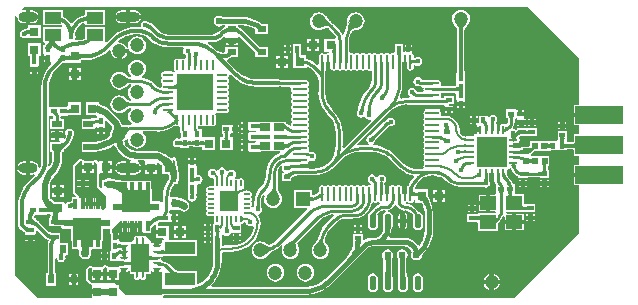
<source format=gtl>
G04*
G04 #@! TF.GenerationSoftware,Altium Limited,Altium Designer,20.1.14 (287)*
G04*
G04 Layer_Physical_Order=1*
G04 Layer_Color=255*
%FSLAX25Y25*%
%MOIN*%
G70*
G04*
G04 #@! TF.SameCoordinates,2AB0D3F0-F82E-4911-9630-DE43A68CCE8E*
G04*
G04*
G04 #@! TF.FilePolarity,Positive*
G04*
G01*
G75*
%ADD15O,0.03347X0.00984*%
%ADD16O,0.00984X0.03347*%
%ADD17R,0.12323X0.12323*%
%ADD18R,0.01968X0.01772*%
%ADD19R,0.01772X0.01968*%
%ADD20R,0.03150X0.03150*%
%ADD21R,0.03150X0.02165*%
%ADD22R,0.03150X0.03150*%
%ADD23R,0.05512X0.03937*%
%ADD24R,0.03347X0.02165*%
%ADD25R,0.16000X0.06000*%
%ADD26R,0.05512X0.04724*%
%ADD27R,0.10236X0.10236*%
%ADD28O,0.00984X0.02953*%
%ADD29O,0.02953X0.00984*%
%ADD30R,0.01929X0.02047*%
%ADD31R,0.02047X0.01929*%
%ADD32R,0.01968X0.01575*%
%ADD33R,0.01575X0.01968*%
%ADD34R,0.03150X0.03150*%
%ADD35R,0.03150X0.03150*%
%ADD36R,0.01378X0.02953*%
%ADD37R,0.01181X0.03347*%
%ADD38R,0.02953X0.01378*%
G04:AMPARAMS|DCode=39|XSize=9.45mil|YSize=23.62mil|CornerRadius=2.36mil|HoleSize=0mil|Usage=FLASHONLY|Rotation=270.000|XOffset=0mil|YOffset=0mil|HoleType=Round|Shape=RoundedRectangle|*
%AMROUNDEDRECTD39*
21,1,0.00945,0.01890,0,0,270.0*
21,1,0.00472,0.02362,0,0,270.0*
1,1,0.00472,-0.00945,-0.00236*
1,1,0.00472,-0.00945,0.00236*
1,1,0.00472,0.00945,0.00236*
1,1,0.00472,0.00945,-0.00236*
%
%ADD39ROUNDEDRECTD39*%
%ADD40R,0.05866X0.09449*%
G04:AMPARAMS|DCode=41|XSize=9.84mil|YSize=31.5mil|CornerRadius=2.46mil|HoleSize=0mil|Usage=FLASHONLY|Rotation=0.000|XOffset=0mil|YOffset=0mil|HoleType=Round|Shape=RoundedRectangle|*
%AMROUNDEDRECTD41*
21,1,0.00984,0.02657,0,0,0.0*
21,1,0.00492,0.03150,0,0,0.0*
1,1,0.00492,0.00246,-0.01329*
1,1,0.00492,-0.00246,-0.01329*
1,1,0.00492,-0.00246,0.01329*
1,1,0.00492,0.00246,0.01329*
%
%ADD41ROUNDEDRECTD41*%
%ADD42R,0.10315X0.04291*%
%ADD43R,0.02165X0.02953*%
%ADD44R,0.02559X0.01575*%
%ADD45O,0.04724X0.00984*%
%ADD46O,0.00984X0.04724*%
%ADD47R,0.06063X0.06693*%
%ADD48O,0.00787X0.02362*%
%ADD49O,0.02362X0.00787*%
%ADD50R,0.03268X0.01457*%
%ADD51R,0.03268X0.02638*%
%ADD52O,0.02165X0.04921*%
%ADD97C,0.02400*%
%ADD98C,0.01500*%
%ADD99C,0.01200*%
%ADD100C,0.01000*%
%ADD101C,0.02000*%
%ADD102C,0.00800*%
%ADD103R,0.09331X0.07205*%
%ADD104R,0.15748X0.02362*%
%ADD105O,0.06299X0.03543*%
%ADD106O,0.07874X0.03543*%
%ADD107C,0.04724*%
%ADD108R,0.04724X0.04724*%
%ADD109C,0.02400*%
%ADD110C,0.01772*%
%ADD111C,0.03000*%
G36*
X-103340Y42333D02*
X-102666Y41418D01*
X-102507Y41235D01*
X-102202Y40925D01*
X-102055Y40797D01*
X-101912Y40687D01*
X-102162Y39617D01*
X-102315Y39726D01*
X-102480Y39806D01*
X-102656Y39856D01*
X-102843Y39876D01*
X-103042Y39866D01*
X-103252Y39827D01*
X-103473Y39758D01*
X-103705Y39659D01*
X-103949Y39530D01*
X-104204Y39371D01*
X-103519Y42607D01*
X-103340Y42333D01*
D02*
G37*
G36*
X-56536Y40360D02*
X-56742Y40167D01*
X-56926Y39973D01*
X-57089Y39778D01*
X-57230Y39583D01*
X-57349Y39387D01*
X-57447Y39191D01*
X-57523Y38993D01*
X-57577Y38795D01*
X-57610Y38596D01*
X-57621Y38396D01*
X-58820Y38458D01*
X-58831Y38652D01*
X-58861Y38849D01*
X-58912Y39048D01*
X-58983Y39250D01*
X-59075Y39456D01*
X-59187Y39663D01*
X-59319Y39874D01*
X-59472Y40087D01*
X-59645Y40304D01*
X-59839Y40523D01*
X-56536Y40360D01*
D02*
G37*
G36*
X-93173Y38980D02*
X-93479Y38955D01*
X-93761Y38914D01*
X-94020Y38859D01*
X-94255Y38789D01*
X-94467Y38704D01*
X-94655Y38603D01*
X-94819Y38488D01*
X-94961Y38358D01*
X-95078Y38213D01*
X-95173Y38054D01*
X-95950Y38730D01*
X-95873Y38897D01*
X-95806Y39080D01*
X-95750Y39280D01*
X-95705Y39497D01*
X-95671Y39731D01*
X-95635Y40251D01*
X-95634Y40536D01*
X-95662Y41158D01*
X-93173Y38980D01*
D02*
G37*
G36*
X-164559Y36772D02*
X-163265Y36236D01*
X-162546Y35684D01*
X-162182Y35354D01*
X-162182Y35354D01*
X-160760Y34187D01*
X-159138Y33320D01*
X-157377Y32786D01*
X-155546Y32605D01*
Y32627D01*
X-150795D01*
X-150528Y32127D01*
X-150660Y31929D01*
X-150776Y31349D01*
X-150660Y30769D01*
X-150332Y30278D01*
X-149945Y30019D01*
Y29187D01*
X-150083Y29066D01*
X-150445Y28868D01*
X-150760Y28930D01*
X-151186Y28846D01*
X-151404Y28700D01*
X-151744Y28639D01*
X-152085Y28700D01*
X-152302Y28846D01*
X-152728Y28930D01*
X-153155Y28846D01*
X-153516Y28604D01*
X-153757Y28243D01*
X-153842Y27817D01*
Y25455D01*
X-153757Y25028D01*
X-153516Y24667D01*
X-153538Y24623D01*
X-153865Y24296D01*
X-153910Y24273D01*
X-154271Y24515D01*
X-154697Y24600D01*
X-157059D01*
X-157485Y24515D01*
X-157847Y24273D01*
X-158088Y23912D01*
X-158173Y23486D01*
X-158088Y23060D01*
X-157847Y22699D01*
Y22305D01*
X-158088Y21944D01*
X-158173Y21518D01*
X-158088Y21091D01*
X-157847Y20730D01*
X-157822Y20714D01*
X-157769Y20481D01*
X-157776Y20082D01*
X-157899Y19897D01*
X-157969Y19549D01*
X-157953Y19468D01*
X-158391Y19108D01*
X-159180Y19435D01*
X-159953Y20028D01*
X-160318Y20354D01*
X-160318Y20354D01*
X-161509Y21331D01*
X-162868Y22057D01*
X-164311Y22495D01*
X-164361Y22593D01*
X-164452Y23018D01*
X-164029Y23342D01*
X-163554Y23961D01*
X-163256Y24681D01*
X-163154Y25455D01*
X-163256Y26228D01*
X-163554Y26948D01*
X-164029Y27567D01*
X-164648Y28042D01*
X-165368Y28341D01*
X-166142Y28442D01*
X-166915Y28341D01*
X-167636Y28042D01*
X-168254Y27567D01*
X-168729Y26948D01*
X-169028Y26228D01*
X-169130Y25455D01*
X-169028Y24681D01*
X-168729Y23961D01*
X-168254Y23342D01*
X-167990Y23139D01*
X-168007Y23089D01*
X-168281Y22666D01*
X-168426Y22675D01*
X-168541Y22696D01*
X-168670Y22734D01*
X-168811Y22793D01*
X-168966Y22872D01*
X-169132Y22974D01*
X-169302Y23096D01*
X-169699Y23432D01*
X-169906Y23635D01*
X-169980Y23665D01*
X-170553Y24105D01*
X-171274Y24404D01*
X-172047Y24505D01*
X-172820Y24404D01*
X-173541Y24105D01*
X-174160Y23630D01*
X-174635Y23011D01*
X-174933Y22291D01*
X-175035Y21518D01*
X-174933Y20744D01*
X-174635Y20024D01*
X-174160Y19405D01*
X-173541Y18930D01*
X-172820Y18632D01*
X-172047Y18530D01*
X-171274Y18632D01*
X-170553Y18930D01*
X-169990Y19362D01*
X-169916Y19390D01*
X-169491Y19789D01*
X-169309Y19934D01*
X-169132Y20061D01*
X-168966Y20163D01*
X-168811Y20243D01*
X-168670Y20301D01*
X-168541Y20339D01*
X-168426Y20360D01*
X-168281Y20369D01*
X-168007Y19947D01*
X-167990Y19896D01*
X-168254Y19693D01*
X-168729Y19074D01*
X-169028Y18354D01*
X-169130Y17581D01*
X-169028Y16807D01*
X-168729Y16087D01*
X-168254Y15468D01*
X-167990Y15265D01*
X-168007Y15215D01*
X-168281Y14792D01*
X-168426Y14801D01*
X-168541Y14822D01*
X-168670Y14860D01*
X-168811Y14918D01*
X-168966Y14998D01*
X-169132Y15100D01*
X-169302Y15222D01*
X-169699Y15558D01*
X-169906Y15761D01*
X-169980Y15791D01*
X-170553Y16231D01*
X-171274Y16530D01*
X-172047Y16631D01*
X-172820Y16530D01*
X-173541Y16231D01*
X-174160Y15756D01*
X-174635Y15137D01*
X-174933Y14417D01*
X-175035Y13644D01*
X-174933Y12870D01*
X-174635Y12150D01*
X-174160Y11531D01*
X-173541Y11056D01*
X-172820Y10758D01*
X-172047Y10656D01*
X-171274Y10758D01*
X-170553Y11056D01*
X-169990Y11488D01*
X-169916Y11516D01*
X-169491Y11915D01*
X-169309Y12060D01*
X-169132Y12187D01*
X-168966Y12289D01*
X-168811Y12369D01*
X-168670Y12427D01*
X-168541Y12465D01*
X-168426Y12486D01*
X-168281Y12495D01*
X-168007Y12072D01*
X-167990Y12022D01*
X-168254Y11819D01*
X-168729Y11200D01*
X-169028Y10480D01*
X-169130Y9707D01*
X-169028Y8933D01*
X-168729Y8213D01*
X-168254Y7594D01*
X-167860Y7291D01*
X-168008Y6775D01*
X-169008Y6676D01*
X-169170Y6627D01*
X-169236Y6640D01*
X-169391Y6610D01*
X-169534Y6592D01*
X-169918Y6577D01*
X-170109Y6582D01*
X-170760Y6657D01*
X-170840Y6754D01*
X-171337Y7487D01*
X-171465Y7706D01*
X-171554Y7774D01*
X-171768Y8174D01*
X-172747Y9366D01*
X-172751Y9362D01*
X-174545Y11155D01*
X-174545Y11155D01*
X-174535Y11164D01*
X-175931Y12309D01*
X-177282Y13032D01*
X-177340Y13087D01*
X-177510Y13153D01*
X-177522Y13160D01*
X-177542Y13166D01*
X-178007Y13348D01*
X-178260Y13464D01*
X-178472Y13577D01*
X-178638Y13680D01*
X-178755Y13768D01*
X-178823Y13833D01*
X-178836Y13851D01*
X-178840Y13877D01*
X-178870Y13927D01*
Y14391D01*
X-179392D01*
X-179482Y14429D01*
X-179530Y14409D01*
X-179580Y14421D01*
X-179630Y14391D01*
X-183220D01*
Y10041D01*
X-179658D01*
X-179647Y9546D01*
D01*
X-179813Y9115D01*
X-179969Y9111D01*
X-180009Y9093D01*
X-181124Y8946D01*
X-181833Y8653D01*
X-184621D01*
Y5287D01*
X-180074D01*
Y5741D01*
X-179574Y6010D01*
X-179447Y5926D01*
Y5759D01*
X-176875D01*
Y6378D01*
X-176675D01*
Y8018D01*
X-176213Y8209D01*
X-175058Y7054D01*
X-175005Y7019D01*
X-174651Y6558D01*
X-174552Y6414D01*
X-174482Y6285D01*
X-174434Y6170D01*
X-174405Y6066D01*
X-174392Y5972D01*
X-174393Y5882D01*
X-174406Y5793D01*
X-174434Y5698D01*
X-174480Y5595D01*
X-174565Y5452D01*
X-174577Y5370D01*
X-174635Y5295D01*
X-174933Y4574D01*
X-175019Y3922D01*
X-175058Y3840D01*
X-175066Y3672D01*
X-175086Y3544D01*
X-175117Y3424D01*
X-175160Y3308D01*
X-175216Y3197D01*
X-175286Y3087D01*
X-175373Y2977D01*
X-175476Y2868D01*
X-175599Y2759D01*
X-175760Y2637D01*
X-175782Y2599D01*
X-175822Y2583D01*
X-175842Y2537D01*
X-175871Y2513D01*
X-177322Y1738D01*
X-178896Y1261D01*
X-180047Y1147D01*
X-180074Y1173D01*
Y1173D01*
X-184621D01*
Y-2193D01*
X-180074D01*
Y-2110D01*
X-178712Y-2003D01*
X-176937Y-1577D01*
X-175250Y-878D01*
X-173917Y-61D01*
X-173389Y-215D01*
X-173330Y-271D01*
X-173184Y-755D01*
X-172583Y-1879D01*
X-171774Y-2864D01*
X-171774Y-2864D01*
X-171778Y-2868D01*
X-170619Y-3819D01*
X-169297Y-4526D01*
X-168057Y-4902D01*
X-168131Y-5402D01*
X-168344D01*
Y-6866D01*
X-164864D01*
X-164883Y-6769D01*
X-165363Y-6051D01*
X-165638Y-5867D01*
X-165755Y-5187D01*
X-165693Y-5103D01*
X-163677D01*
X-163442Y-5505D01*
X-163442Y-5603D01*
Y-6730D01*
X-159492D01*
Y-5894D01*
X-159453Y-5841D01*
X-158992Y-5629D01*
X-158805Y-5791D01*
X-158110Y-6447D01*
X-157875Y-6702D01*
X-157737Y-6875D01*
Y-7153D01*
X-157753Y-7179D01*
X-157737Y-7251D01*
Y-9655D01*
X-155978D01*
X-155904Y-9674D01*
X-155676Y-9887D01*
X-155544Y-10052D01*
X-155447Y-10471D01*
X-155357Y-11026D01*
X-155416Y-11125D01*
X-155558Y-11332D01*
X-155572Y-11401D01*
X-155797Y-11674D01*
X-156741Y-13441D01*
X-157323Y-15359D01*
X-157519Y-17353D01*
X-157492D01*
Y-18888D01*
X-157992Y-18987D01*
X-158055Y-18834D01*
X-158514Y-18644D01*
X-161038D01*
Y-14938D01*
X-161229Y-14478D01*
X-161359Y-14424D01*
Y-11822D01*
X-163740D01*
Y-11822D01*
X-163918D01*
Y-11822D01*
X-166299D01*
Y-11822D01*
X-166477D01*
Y-11822D01*
X-168859D01*
X-168859Y-11822D01*
X-169036D01*
Y-11822D01*
X-169359Y-11822D01*
X-170711D01*
X-170799Y-11784D01*
X-171099Y-11781D01*
X-171622Y-11756D01*
X-172045Y-11707D01*
X-172203Y-11678D01*
X-172283Y-11658D01*
X-172322Y-11637D01*
X-172509Y-11580D01*
X-172581Y-11538D01*
X-172706Y-11520D01*
X-172815Y-11455D01*
X-172873Y-11470D01*
X-173976Y-11135D01*
X-175697Y-10966D01*
Y-10973D01*
X-176399Y-11113D01*
X-176994Y-11511D01*
X-177000Y-11519D01*
X-177773D01*
Y-13372D01*
X-177809Y-13447D01*
X-177773Y-13552D01*
Y-14024D01*
X-178179Y-14325D01*
X-178688Y-13816D01*
Y-9717D01*
X-178557Y-9271D01*
X-178188Y-9271D01*
X-177333D01*
Y-7297D01*
Y-5322D01*
X-178557D01*
Y-5360D01*
X-179057Y-5567D01*
X-179554Y-5071D01*
X-179673Y-5021D01*
X-179765Y-4930D01*
X-179894D01*
X-180013Y-4880D01*
X-180133Y-4930D01*
X-180262D01*
X-180725Y-5122D01*
X-183891D01*
X-183919Y-5068D01*
X-184004Y-4862D01*
X-184031Y-4851D01*
X-184046Y-4824D01*
X-184416Y-4513D01*
X-184629Y-4446D01*
X-184834Y-4361D01*
X-184910D01*
X-185370Y-4551D01*
X-187180Y-6361D01*
X-187370Y-6820D01*
Y-15780D01*
X-187180Y-16239D01*
X-186581Y-16838D01*
X-186772Y-17300D01*
X-187911D01*
Y-18436D01*
X-187933Y-18477D01*
X-187935Y-18493D01*
X-187936Y-18495D01*
X-187967Y-18526D01*
X-188021Y-18571D01*
X-188092Y-18619D01*
X-188196Y-18675D01*
X-188311Y-18713D01*
X-188526Y-18780D01*
X-188532Y-18781D01*
X-188533Y-18782D01*
X-188541Y-18784D01*
X-188590Y-18774D01*
X-189170Y-18889D01*
X-189662Y-19217D01*
X-189853Y-19503D01*
X-190353Y-19352D01*
Y-18901D01*
X-193692D01*
X-193702Y-18888D01*
X-193731Y-18871D01*
X-193743Y-18840D01*
X-193840Y-18737D01*
X-193885Y-18718D01*
X-193908Y-18675D01*
X-194809Y-17960D01*
X-194830Y-17954D01*
X-194842Y-17936D01*
X-194967Y-17849D01*
X-195132Y-17451D01*
X-195222Y-16766D01*
X-195219Y-16753D01*
Y-14158D01*
X-195238Y-14065D01*
X-195053Y-12665D01*
X-194477Y-11274D01*
X-193861Y-10471D01*
X-193533Y-10107D01*
X-193533Y-10107D01*
X-192517Y-8869D01*
X-191763Y-7458D01*
X-191298Y-5926D01*
X-191141Y-4333D01*
X-191149D01*
Y-3643D01*
X-191132Y-3605D01*
X-191106Y-2908D01*
X-191078Y-2654D01*
X-191041Y-2443D01*
X-190999Y-2288D01*
X-190961Y-2194D01*
X-190960Y-2193D01*
X-190507D01*
Y-1692D01*
X-190472Y-1623D01*
X-190466Y-1542D01*
X-190457Y-1507D01*
X-190438Y-1460D01*
X-190403Y-1398D01*
X-190348Y-1323D01*
X-190271Y-1236D01*
X-190177Y-1147D01*
X-189884Y-922D01*
X-189705Y-806D01*
X-189651Y-728D01*
X-189566Y-685D01*
X-189549Y-634D01*
X-188936Y-164D01*
X-188072Y962D01*
X-187529Y2273D01*
X-187475Y2682D01*
X-187415Y2788D01*
X-187361Y3221D01*
X-187191Y3476D01*
X-187075Y4056D01*
X-187191Y4635D01*
X-187519Y5127D01*
X-188011Y5455D01*
X-188590Y5571D01*
X-189170Y5455D01*
X-189662Y5127D01*
X-189990Y4635D01*
X-190105Y4056D01*
X-189990Y3476D01*
X-189867Y3291D01*
X-189897Y3102D01*
X-189913Y3026D01*
X-189906Y2987D01*
X-189913Y2932D01*
X-189928Y2898D01*
X-189925Y2891D01*
X-190212Y2197D01*
X-190708Y2373D01*
Y2480D01*
X-192031D01*
Y1747D01*
X-192015D01*
X-191763Y1247D01*
X-191818Y1173D01*
X-195054D01*
Y-1431D01*
X-195083Y-1479D01*
X-195071Y-1531D01*
X-195091Y-1581D01*
X-195054Y-1671D01*
Y-2193D01*
X-194602D01*
X-194601Y-2194D01*
X-194563Y-2288D01*
X-194521Y-2443D01*
X-194485Y-2645D01*
X-194436Y-3233D01*
X-194430Y-3592D01*
X-194412Y-3634D01*
Y-4333D01*
X-194398Y-4404D01*
X-194556Y-5606D01*
X-195048Y-6792D01*
X-195255Y-7063D01*
X-195739Y-6872D01*
X-195611Y-5574D01*
X-195627D01*
Y9435D01*
X-195472Y9871D01*
X-195127Y9871D01*
X-194369D01*
X-194309Y9846D01*
X-194047Y9434D01*
X-194007Y9335D01*
X-193992Y9319D01*
X-193970Y9153D01*
X-194403Y8653D01*
X-195054D01*
Y5287D01*
X-190507D01*
Y8653D01*
X-191631D01*
X-191631Y8692D01*
X-191643Y8720D01*
X-191745Y9495D01*
X-191416Y9871D01*
X-190103D01*
X-190048Y9839D01*
X-190004Y9851D01*
X-189963Y9834D01*
X-189872Y9871D01*
X-189351D01*
Y9871D01*
X-189126Y10041D01*
X-184776D01*
Y14391D01*
X-189126D01*
Y13250D01*
X-189351Y12843D01*
X-189872D01*
X-189963Y12880D01*
X-190004Y12863D01*
X-190048Y12875D01*
X-190103Y12843D01*
X-192833D01*
X-192928Y12880D01*
X-192957Y12867D01*
X-192987Y12876D01*
X-193048Y12843D01*
X-195472Y12843D01*
X-195627Y13279D01*
Y19059D01*
X-195638Y19113D01*
X-195474Y20775D01*
X-194974Y22424D01*
X-194161Y23944D01*
X-193102Y25235D01*
X-193056Y25265D01*
X-191564Y26758D01*
X-191521Y26770D01*
X-191508Y26794D01*
X-191482Y26804D01*
X-191014Y27239D01*
X-190833Y27385D01*
X-190677Y27494D01*
X-190641Y27516D01*
X-190315D01*
X-190265Y27491D01*
X-190219Y27507D01*
X-190187Y27487D01*
X-190131Y27500D01*
X-190078Y27478D01*
X-189988Y27516D01*
X-189466D01*
X-189466Y27516D01*
X-189126Y27414D01*
X-189126Y27414D01*
X-189008Y27414D01*
X-188604D01*
X-188514Y27376D01*
X-188472Y27393D01*
X-188428Y27382D01*
X-188373Y27414D01*
X-184776D01*
Y28268D01*
X-184758Y28275D01*
X-184670Y28299D01*
X-184544Y28320D01*
X-184382Y28334D01*
X-184171Y28339D01*
X-184114Y28365D01*
X-183412D01*
X-183412Y28365D01*
Y28354D01*
X-181654Y28492D01*
X-179940Y28904D01*
X-178312Y29578D01*
X-176808Y30499D01*
X-175468Y31644D01*
X-175296Y31672D01*
X-174974Y31455D01*
X-174824Y31287D01*
X-174738Y30639D01*
X-174460Y29967D01*
X-174017Y29390D01*
X-173440Y28947D01*
X-172797Y28681D01*
Y31360D01*
X-172047D01*
Y32110D01*
X-169268D01*
X-168894Y32233D01*
X-168842Y32106D01*
X-168729Y31835D01*
X-168254Y31216D01*
X-167636Y30741D01*
X-166915Y30443D01*
X-166142Y30341D01*
X-165368Y30443D01*
X-164648Y30741D01*
X-164029Y31216D01*
X-163554Y31835D01*
X-163256Y32555D01*
X-163154Y33329D01*
X-163256Y34102D01*
X-163554Y34822D01*
X-164029Y35441D01*
X-164648Y35916D01*
X-165368Y36215D01*
X-166142Y36316D01*
X-166915Y36215D01*
X-167636Y35916D01*
X-168254Y35441D01*
X-168729Y34822D01*
X-169028Y34102D01*
X-169130Y33329D01*
X-169048Y32708D01*
X-169028Y32555D01*
X-169490Y32403D01*
X-169542Y32530D01*
X-169634Y32753D01*
X-170077Y33330D01*
X-170654Y33773D01*
X-171326Y34051D01*
X-172047Y34146D01*
X-172316Y34111D01*
X-172523Y34588D01*
X-171412Y35500D01*
X-169892Y36312D01*
X-168242Y36812D01*
X-167204Y36915D01*
X-167204Y36915D01*
Y36915D01*
X-167184Y36936D01*
X-165948D01*
X-165889Y36947D01*
X-164559Y36772D01*
D02*
G37*
G36*
X-100026Y31756D02*
X-100040Y31726D01*
X-100051Y31676D01*
X-100062Y31606D01*
X-100077Y31406D01*
X-100090Y30766D01*
X-101090D01*
X-101095Y30956D01*
X-101110Y31126D01*
X-101135Y31276D01*
X-101170Y31406D01*
X-101215Y31516D01*
X-101270Y31606D01*
X-101335Y31676D01*
X-101410Y31726D01*
X-101495Y31756D01*
X-101590Y31766D01*
X-100011D01*
X-100026Y31756D01*
D02*
G37*
G36*
X-78172Y31070D02*
X-78227Y31040D01*
X-78276Y30990D01*
X-78319Y30920D01*
X-78355Y30830D01*
X-78384Y30720D01*
X-78407Y30590D01*
X-78423Y30440D01*
X-78436Y30080D01*
X-79436D01*
X-79439Y30270D01*
X-79472Y30720D01*
X-79492Y30830D01*
X-79517Y30920D01*
X-79546Y30990D01*
X-79580Y31040D01*
X-79618Y31070D01*
X-79661Y31080D01*
X-78110D01*
X-78172Y31070D01*
D02*
G37*
G36*
X-112013D02*
X-112059Y31040D01*
X-112101Y30990D01*
X-112136Y30920D01*
X-112167Y30830D01*
X-112192Y30720D01*
X-112211Y30590D01*
X-112225Y30440D01*
X-112236Y30080D01*
X-113236D01*
X-113238Y30270D01*
X-113260Y30590D01*
X-113280Y30720D01*
X-113304Y30830D01*
X-113335Y30920D01*
X-113371Y30990D01*
X-113412Y31040D01*
X-113459Y31070D01*
X-113511Y31080D01*
X-111960D01*
X-112013Y31070D01*
D02*
G37*
G36*
X-188514Y28026D02*
X-188526Y28116D01*
X-188562Y28196D01*
X-188622Y28267D01*
X-188706Y28329D01*
X-188814Y28381D01*
X-188946Y28424D01*
X-189102Y28457D01*
X-189282Y28481D01*
X-189293Y28482D01*
X-189490Y28466D01*
X-189646Y28440D01*
X-189778Y28407D01*
X-189886Y28366D01*
X-189970Y28317D01*
X-190030Y28262D01*
X-190066Y28198D01*
X-190078Y28128D01*
Y30072D01*
X-190066Y30001D01*
X-190030Y29938D01*
X-189970Y29882D01*
X-189886Y29834D01*
X-189778Y29793D01*
X-189646Y29759D01*
X-189490Y29733D01*
X-189345Y29718D01*
X-189282Y29724D01*
X-189102Y29754D01*
X-188946Y29796D01*
X-188814Y29850D01*
X-188706Y29916D01*
X-188622Y29994D01*
X-188562Y30084D01*
X-188526Y30186D01*
X-188514Y30300D01*
Y28026D01*
D02*
G37*
G36*
X-112225Y29875D02*
X-112157Y29466D01*
X-112146Y29437D01*
X-112134Y29420D01*
X-112122Y29414D01*
X-113245D01*
X-113234Y29420D01*
X-113225Y29437D01*
X-113218Y29466D01*
X-113214Y29505D01*
X-113211Y29557D01*
X-113214Y29693D01*
X-113236Y29983D01*
X-112236D01*
X-112225Y29875D01*
D02*
G37*
G36*
X-146192Y29534D02*
X-146223Y29511D01*
X-146251Y29479D01*
X-146275Y29439D01*
X-146296Y29391D01*
X-146314Y29334D01*
X-146329Y29269D01*
X-146340Y29196D01*
X-146348Y29115D01*
X-146355Y28927D01*
X-147355Y29238D01*
X-147355Y29339D01*
X-147381Y29786D01*
X-147389Y29813D01*
X-147396Y29831D01*
X-146192Y29534D01*
D02*
G37*
G36*
X-185388Y30674D02*
X-185352Y30572D01*
X-185291Y30482D01*
X-185206Y30404D01*
X-185097Y30338D01*
X-184964Y30284D01*
X-184807Y30242D01*
X-184625Y30212D01*
X-184419Y30194D01*
X-184188Y30188D01*
Y28988D01*
X-184419Y28982D01*
X-184625Y28964D01*
X-184807Y28934D01*
X-184964Y28892D01*
X-185097Y28838D01*
X-185206Y28772D01*
X-185291Y28694D01*
X-185352Y28604D01*
X-185388Y28502D01*
X-185400Y28388D01*
Y30788D01*
X-185388Y30674D01*
D02*
G37*
G36*
X-190227Y28139D02*
X-190315Y28211D01*
X-190421Y28247D01*
X-190545Y28248D01*
X-190688Y28214D01*
X-190848Y28146D01*
X-191027Y28042D01*
X-191224Y27904D01*
X-191439Y27731D01*
X-191924Y27279D01*
X-192674Y28226D01*
X-192440Y28469D01*
X-192070Y28905D01*
X-191935Y29100D01*
X-191832Y29277D01*
X-191762Y29439D01*
X-191726Y29584D01*
X-191722Y29713D01*
X-191752Y29826D01*
X-191814Y29923D01*
X-190227Y28139D01*
D02*
G37*
G36*
X-74512Y28833D02*
X-74481Y28748D01*
X-74431Y28673D01*
X-74360Y28608D01*
X-74269Y28553D01*
X-74158Y28508D01*
X-74026Y28473D01*
X-73874Y28448D01*
X-73702Y28433D01*
X-73690Y28433D01*
X-73489Y28447D01*
X-73422Y28458D01*
X-73363Y28471D01*
X-73312Y28487D01*
X-73269Y28505D01*
X-73233Y28525D01*
X-73206Y28548D01*
Y27308D01*
X-73233Y27331D01*
X-73269Y27351D01*
X-73312Y27369D01*
X-73363Y27385D01*
X-73422Y27398D01*
X-73489Y27409D01*
X-73647Y27423D01*
X-73671Y27424D01*
X-73702Y27423D01*
X-73874Y27408D01*
X-74026Y27383D01*
X-74158Y27348D01*
X-74269Y27303D01*
X-74360Y27248D01*
X-74431Y27183D01*
X-74481Y27108D01*
X-74512Y27023D01*
X-74522Y26928D01*
Y28928D01*
X-74512Y28833D01*
D02*
G37*
G36*
X-110297Y28636D02*
X-110268Y28541D01*
X-110219Y28451D01*
X-110151Y28365D01*
X-110063Y28284D01*
X-109955Y28207D01*
X-109828Y28134D01*
X-109682Y28066D01*
X-109516Y28003D01*
X-109331Y27943D01*
X-109342Y26882D01*
X-109525Y26930D01*
X-109689Y26963D01*
X-109834Y26979D01*
X-109959Y26980D01*
X-110066Y26965D01*
X-110152Y26935D01*
X-110220Y26888D01*
X-110268Y26826D01*
X-110297Y26748D01*
X-110307Y26654D01*
Y28735D01*
X-110297Y28636D01*
D02*
G37*
G36*
X-57618Y24446D02*
X-57577Y23906D01*
X-57552Y23774D01*
X-57522Y23666D01*
X-57486Y23582D01*
X-57445Y23522D01*
X-57399Y23486D01*
X-57347Y23474D01*
X-59094D01*
X-59042Y23486D01*
X-58996Y23522D01*
X-58955Y23582D01*
X-58919Y23666D01*
X-58889Y23774D01*
X-58864Y23906D01*
X-58845Y24062D01*
X-58823Y24446D01*
X-58820Y24674D01*
X-57621D01*
X-57618Y24446D01*
D02*
G37*
G36*
X-170136Y22952D02*
X-169702Y22583D01*
X-169491Y22433D01*
X-169285Y22306D01*
X-169083Y22202D01*
X-168886Y22121D01*
X-168693Y22064D01*
X-168505Y22029D01*
X-168321Y22017D01*
Y21017D01*
X-168505Y21006D01*
X-168693Y20971D01*
X-168886Y20914D01*
X-169083Y20833D01*
X-169285Y20729D01*
X-169491Y20602D01*
X-169702Y20452D01*
X-169917Y20279D01*
X-170360Y19864D01*
Y23171D01*
X-170136Y22952D01*
D02*
G37*
G36*
X-152960Y18549D02*
X-152971Y18644D01*
X-153001Y18729D01*
X-153051Y18804D01*
X-153122Y18869D01*
X-153213Y18924D01*
X-153325Y18969D01*
X-153456Y19004D01*
X-153608Y19029D01*
X-153780Y19044D01*
X-153972Y19049D01*
Y20049D01*
X-153780Y20054D01*
X-153608Y20069D01*
X-153456Y20094D01*
X-153325Y20129D01*
X-153213Y20174D01*
X-153122Y20229D01*
X-153051Y20294D01*
X-153001Y20369D01*
X-152971Y20454D01*
X-152960Y20549D01*
Y18549D01*
D02*
G37*
G36*
X-59094Y18577D02*
X-57347D01*
X-57418Y18567D01*
X-57481Y18537D01*
X-57537Y18487D01*
X-57586Y18417D01*
X-57627Y18327D01*
X-57661Y18217D01*
X-57687Y18087D01*
X-57688Y18075D01*
X-57687Y18058D01*
X-57661Y17929D01*
X-57627Y17819D01*
X-57586Y17729D01*
X-57537Y17659D01*
X-57481Y17608D01*
X-57418Y17579D01*
X-57347Y17569D01*
X-59094D01*
X-59023Y17579D01*
X-58960Y17608D01*
X-58904Y17659D01*
X-58855Y17729D01*
X-58814Y17819D01*
X-58780Y17929D01*
X-58754Y18058D01*
X-58753Y18071D01*
X-58754Y18087D01*
X-58780Y18217D01*
X-58814Y18327D01*
X-58855Y18417D01*
X-58898Y18479D01*
X-58956Y18446D01*
X-59065Y18399D01*
X-59211Y18345D01*
X-59616Y18215D01*
X-60027Y19151D01*
X-59848Y19210D01*
X-59688Y19274D01*
X-59547Y19343D01*
X-59424Y19418D01*
X-59321Y19497D01*
X-59236Y19581D01*
X-59169Y19671D01*
X-59122Y19765D01*
X-59093Y19865D01*
X-59082Y19969D01*
X-59094Y18577D01*
D02*
G37*
G36*
X-73566Y17648D02*
X-73547Y17603D01*
X-73520Y17559D01*
X-73484Y17517D01*
X-73440Y17477D01*
X-73387Y17438D01*
X-73325Y17400D01*
X-73256Y17364D01*
X-73177Y17330D01*
X-73090Y17297D01*
X-73731Y16478D01*
X-73830Y16523D01*
X-74304Y16704D01*
X-74323Y16704D01*
X-73576Y17694D01*
X-73566Y17648D01*
D02*
G37*
G36*
X-83474Y16377D02*
X-83531Y16291D01*
X-83722Y15956D01*
X-83741Y15909D01*
X-83755Y15868D01*
X-83762Y15834D01*
X-83763Y15806D01*
X-84702Y16617D01*
X-84660Y16623D01*
X-84617Y16638D01*
X-84572Y16661D01*
X-84527Y16692D01*
X-84481Y16731D01*
X-84433Y16778D01*
X-84384Y16833D01*
X-84334Y16896D01*
X-84231Y17047D01*
X-83474Y16377D01*
D02*
G37*
G36*
X-18898Y29123D02*
Y13400D01*
X-20448D01*
Y10750D01*
X-12048D01*
Y9250D01*
X-20448D01*
Y6600D01*
X-18898D01*
Y3600D01*
X-20648D01*
Y1164D01*
X-20667Y1156D01*
X-20755Y1133D01*
X-20881Y1112D01*
X-21043Y1098D01*
X-21253Y1092D01*
X-21311Y1067D01*
X-22327D01*
X-22383Y1092D01*
X-22640Y1101D01*
X-22977Y1517D01*
X-22796Y1913D01*
X-22796Y1913D01*
X-22796Y1913D01*
Y2434D01*
X-22759Y2525D01*
X-22781Y2578D01*
X-22768Y2633D01*
X-22796Y2678D01*
Y4687D01*
X-25965D01*
Y2678D01*
X-25993Y2633D01*
X-25980Y2578D01*
X-26002Y2525D01*
X-25965Y2434D01*
Y1928D01*
X-25966Y1909D01*
X-26060Y1652D01*
X-26233Y1443D01*
X-26268Y1428D01*
X-28152D01*
X-28197Y1456D01*
X-28253Y1443D01*
X-28305Y1465D01*
X-28796Y1467D01*
Y1467D01*
X-29318D01*
X-29408Y1504D01*
X-29456Y1484D01*
X-29507Y1497D01*
X-29556Y1467D01*
X-31925Y1467D01*
X-32425Y1467D01*
X-35114D01*
Y-135D01*
X-35378Y-399D01*
X-35402Y-403D01*
X-35425Y-418D01*
X-35433Y-423D01*
X-35439Y-426D01*
X-35443Y-428D01*
X-35445Y-428D01*
X-35445Y-428D01*
X-35464Y-429D01*
X-35546Y-466D01*
X-38079D01*
Y-942D01*
X-38089Y-945D01*
X-38185Y-960D01*
X-38312Y-972D01*
X-38484Y-976D01*
X-38546Y-1004D01*
X-38579D01*
X-38631Y-907D01*
X-40672D01*
Y593D01*
X-38974D01*
X-38978Y776D01*
X-38925Y1008D01*
X-38900Y1025D01*
X-38659Y1386D01*
X-38574Y1812D01*
X-38659Y2238D01*
X-38734Y2351D01*
X-38756Y2550D01*
X-38541Y2987D01*
X-37144D01*
X-37105Y2961D01*
X-37042Y2974D01*
X-36983Y2950D01*
X-36893Y2987D01*
X-36513D01*
X-36371Y2987D01*
Y2987D01*
X-36039Y3050D01*
Y3050D01*
X-35518D01*
X-35427Y3013D01*
X-35352Y3044D01*
X-35271Y3032D01*
X-35246Y3050D01*
X-32871D01*
Y5825D01*
X-35279D01*
X-35328Y5855D01*
X-35379Y5843D01*
X-35427Y5863D01*
X-35518Y5825D01*
X-36039D01*
Y5825D01*
X-36371Y5762D01*
X-36371Y5762D01*
X-36893D01*
X-36983Y5800D01*
X-37042Y5775D01*
X-37105Y5788D01*
X-37144Y5762D01*
X-38781D01*
X-38831Y5792D01*
X-38880Y5780D01*
X-38927Y5800D01*
X-39018Y5762D01*
X-39539D01*
Y5443D01*
X-39969Y5165D01*
X-40266Y5364D01*
X-40528Y5416D01*
X-40673Y5668D01*
X-40764Y5966D01*
X-40426Y6782D01*
X-40300Y7745D01*
X-40310D01*
Y8505D01*
X-40282Y8568D01*
X-40278Y8739D01*
X-40275Y8775D01*
X-39874Y8942D01*
X-39776Y8961D01*
X-39378Y8897D01*
X-39339Y8712D01*
X-39339Y8672D01*
Y8275D01*
X-37955D01*
X-36571D01*
Y8712D01*
X-36998D01*
X-37095Y9172D01*
X-37095Y9212D01*
Y9708D01*
X-38479D01*
Y10458D01*
X-39229D01*
Y11744D01*
X-39847D01*
Y11944D01*
X-43016D01*
Y9717D01*
X-43049Y9656D01*
X-43039Y9619D01*
X-43053Y9584D01*
X-43016Y9493D01*
Y8972D01*
X-42613D01*
X-42611Y8963D01*
X-42596Y8866D01*
X-42585Y8739D01*
X-42581Y8568D01*
X-42553Y8505D01*
Y7745D01*
X-42553D01*
X-42665Y7184D01*
X-42732Y7084D01*
X-43231Y6930D01*
X-43592Y7171D01*
X-44018Y7256D01*
X-44444Y7171D01*
X-44805Y6930D01*
X-44822Y6905D01*
X-45054Y6852D01*
X-45454Y6859D01*
X-45638Y6983D01*
X-45987Y7052D01*
X-46298Y6990D01*
X-46341Y6993D01*
X-46586Y7404D01*
X-46445Y7498D01*
X-46117Y7990D01*
X-46001Y8569D01*
X-46117Y9149D01*
X-46445Y9641D01*
X-46936Y9969D01*
X-47516Y10084D01*
X-48096Y9969D01*
X-48587Y9641D01*
X-48780Y9352D01*
X-49280Y9504D01*
Y9884D01*
X-52055D01*
Y7534D01*
X-52130Y7477D01*
X-52278Y7550D01*
X-53067D01*
Y6916D01*
X-53050D01*
X-52844Y6640D01*
X-52747Y6416D01*
X-52802Y6143D01*
Y5908D01*
X-51892D01*
Y4408D01*
X-52802D01*
Y4174D01*
X-52786Y4093D01*
X-53132Y3593D01*
X-53673D01*
Y3293D01*
X-54173Y2909D01*
X-54254Y2925D01*
X-56223D01*
X-56369Y2896D01*
X-56410Y2913D01*
X-56493Y2879D01*
X-56526Y2890D01*
X-56551Y2888D01*
X-57012Y2958D01*
X-57135Y2985D01*
X-57183Y2976D01*
X-57232Y2986D01*
X-57264Y2999D01*
X-57270Y2997D01*
X-58004Y3487D01*
X-58499Y4228D01*
X-58578Y4627D01*
X-58639Y5102D01*
X-58639D01*
X-58799Y6320D01*
X-59269Y7456D01*
X-60018Y8431D01*
X-60992Y9179D01*
X-62128Y9649D01*
X-63346Y9809D01*
Y9789D01*
X-64565D01*
X-64787Y10090D01*
X-64805Y10158D01*
X-64817Y10311D01*
X-64732Y10738D01*
X-64817Y11164D01*
X-65058Y11525D01*
X-65083Y11541D01*
X-65136Y11774D01*
X-65133Y11956D01*
X-67716D01*
X-70299D01*
X-70296Y11774D01*
X-70349Y11541D01*
X-70373Y11525D01*
X-70615Y11164D01*
X-70700Y10738D01*
X-70615Y10311D01*
X-70373Y9950D01*
Y9556D01*
X-70615Y9195D01*
X-70700Y8769D01*
X-70615Y8343D01*
X-70373Y7982D01*
Y7588D01*
X-70615Y7227D01*
X-70700Y6801D01*
X-70615Y6374D01*
X-70469Y6157D01*
X-70409Y5816D01*
X-70469Y5476D01*
X-70615Y5258D01*
X-70700Y4832D01*
X-70615Y4406D01*
X-70373Y4045D01*
Y3651D01*
X-70615Y3290D01*
X-70700Y2864D01*
X-70615Y2437D01*
X-70373Y2076D01*
Y1682D01*
X-70615Y1321D01*
X-70700Y895D01*
X-70615Y469D01*
X-70373Y108D01*
Y-286D01*
X-70615Y-647D01*
X-70700Y-1073D01*
X-70615Y-1500D01*
X-70373Y-1861D01*
Y-2255D01*
X-70615Y-2616D01*
X-70700Y-3042D01*
X-70615Y-3468D01*
X-70373Y-3829D01*
Y-4223D01*
X-70615Y-4584D01*
X-70700Y-5010D01*
X-70615Y-5437D01*
X-70373Y-5798D01*
Y-6192D01*
X-70615Y-6553D01*
X-70700Y-6979D01*
X-70631Y-7326D01*
X-70755Y-7590D01*
X-70935Y-7826D01*
X-73261D01*
X-73321Y-7838D01*
X-74716Y-7654D01*
X-76071Y-7093D01*
X-77185Y-6238D01*
X-77218Y-6189D01*
X-77218Y-6189D01*
X-77219Y-6188D01*
X-77221Y-6186D01*
X-80197Y-3209D01*
X-80188Y-3200D01*
X-80813Y-2666D01*
X-80849Y-2613D01*
X-80974Y-2529D01*
X-81517Y-2066D01*
X-83007Y-1153D01*
X-84621Y-484D01*
X-86320Y-76D01*
X-87370Y7D01*
X-87470Y516D01*
X-87103Y761D01*
X-86774Y1253D01*
X-86696Y1643D01*
X-86683Y1654D01*
X-86677Y1665D01*
X-86674Y1669D01*
X-86668Y1681D01*
X-86661Y1694D01*
X-86649Y1710D01*
X-86518Y1862D01*
X-86462Y1918D01*
X-86436Y1984D01*
X-82099Y6321D01*
X-81643Y6230D01*
X-81063Y6345D01*
X-80571Y6674D01*
X-80243Y7165D01*
X-80128Y7745D01*
X-80243Y8325D01*
X-80571Y8816D01*
X-81063Y9144D01*
X-81643Y9260D01*
X-82222Y9144D01*
X-82714Y8816D01*
X-82900Y8538D01*
X-82951Y8517D01*
X-83491Y8102D01*
X-83492Y8101D01*
X-83846Y7747D01*
X-88018Y3574D01*
X-88082Y3550D01*
X-88204Y3434D01*
X-88292Y3361D01*
X-88313Y3346D01*
X-88325Y3338D01*
X-88337Y3333D01*
X-88341Y3329D01*
X-88352Y3323D01*
X-88363Y3310D01*
X-88753Y3232D01*
X-89245Y2904D01*
X-89573Y2412D01*
X-89689Y1832D01*
X-89573Y1253D01*
X-89245Y761D01*
X-88926Y548D01*
X-89078Y48D01*
X-91701D01*
Y61D01*
X-92524Y-4D01*
X-92733Y450D01*
X-82231Y10953D01*
X-82231Y10953D01*
X-81863Y11273D01*
X-80893Y12069D01*
X-79356Y12890D01*
X-77688Y13397D01*
X-76001Y13563D01*
X-75953Y13553D01*
X-70694D01*
X-70642Y13456D01*
X-67716D01*
X-64790D01*
X-64737Y13553D01*
X-63871D01*
X-63600Y13165D01*
X-63600Y13053D01*
Y12728D01*
X-62216D01*
X-60832D01*
Y13165D01*
X-61992D01*
X-62201Y13665D01*
X-62128Y13740D01*
X-60632D01*
Y16515D01*
X-63800D01*
Y15796D01*
X-64497D01*
X-64677Y16032D01*
X-64801Y16296D01*
X-64732Y16643D01*
X-64801Y16990D01*
X-64676Y17254D01*
X-64497Y17490D01*
X-60484D01*
Y17474D01*
X-60208Y17511D01*
X-60160Y17507D01*
X-59706Y17073D01*
Y15012D01*
X-59506D01*
Y14393D01*
X-56935D01*
Y15012D01*
X-56735D01*
Y17425D01*
X-56704Y17478D01*
X-56716Y17524D01*
X-56697Y17569D01*
X-56735Y17659D01*
Y18486D01*
X-56697Y18577D01*
X-56716Y18621D01*
X-56704Y18667D01*
X-56735Y18720D01*
Y23299D01*
X-56714Y23328D01*
X-56726Y23404D01*
X-56697Y23474D01*
X-56735Y23564D01*
Y24086D01*
X-56939D01*
X-56969Y24475D01*
X-56971Y24682D01*
X-56997Y24742D01*
Y38309D01*
X-56972Y38361D01*
X-56963Y38526D01*
X-56942Y38656D01*
X-56905Y38790D01*
X-56852Y38929D01*
X-56780Y39073D01*
X-56688Y39224D01*
X-56576Y39379D01*
X-56441Y39540D01*
X-56284Y39705D01*
X-56092Y39886D01*
X-56056Y39963D01*
X-55992Y40013D01*
X-55517Y40632D01*
X-55218Y41353D01*
X-55116Y42126D01*
X-55218Y42899D01*
X-55517Y43620D01*
X-55992Y44239D01*
X-56610Y44714D01*
X-57331Y45012D01*
X-58104Y45114D01*
X-58877Y45012D01*
X-59598Y44714D01*
X-60217Y44239D01*
X-60692Y43620D01*
X-60990Y42899D01*
X-61092Y42126D01*
X-60990Y41353D01*
X-60692Y40632D01*
X-60364Y40205D01*
X-60325Y40092D01*
X-60142Y39885D01*
X-59990Y39695D01*
X-59859Y39512D01*
X-59749Y39336D01*
X-59658Y39169D01*
X-59587Y39010D01*
X-59534Y38860D01*
X-59498Y38718D01*
X-59478Y38585D01*
X-59469Y38424D01*
X-59444Y38371D01*
Y24742D01*
X-59470Y24682D01*
X-59472Y24469D01*
X-59492Y24120D01*
X-59496Y24086D01*
X-59706D01*
Y23564D01*
X-59744Y23474D01*
X-59715Y23404D01*
X-59727Y23328D01*
X-59706Y23299D01*
Y20074D01*
X-59729Y20033D01*
X-59731Y20004D01*
X-59748Y19987D01*
X-59791Y19955D01*
X-59859Y19914D01*
X-59952Y19868D01*
X-60071Y19820D01*
X-60195Y19779D01*
X-60454Y19727D01*
X-60484Y19733D01*
X-64497D01*
X-64676Y19969D01*
X-64801Y20233D01*
X-64732Y20580D01*
X-64817Y21006D01*
X-65058Y21368D01*
X-65420Y21609D01*
X-65846Y21694D01*
X-67676D01*
X-67716Y21702D01*
X-71017D01*
Y21710D01*
X-71161Y21738D01*
X-71174Y21804D01*
X-71502Y22296D01*
X-71994Y22624D01*
X-72573Y22740D01*
X-73153Y22624D01*
X-73645Y22296D01*
X-73973Y21804D01*
X-74088Y21225D01*
X-73973Y20645D01*
X-73645Y20153D01*
X-73153Y19825D01*
X-72573Y19710D01*
X-72340Y19756D01*
X-71879Y19565D01*
X-71017Y19452D01*
X-70691Y19087D01*
X-70631Y18959D01*
X-70700Y18612D01*
X-70631Y18265D01*
X-70755Y18001D01*
X-70935Y17765D01*
X-72192D01*
X-72221Y17759D01*
X-72835Y17881D01*
X-72860Y17904D01*
X-72931Y17931D01*
X-72976Y17951D01*
X-73007Y17967D01*
X-73018Y17974D01*
X-73055Y18160D01*
X-73384Y18652D01*
X-73875Y18980D01*
X-74455Y19095D01*
X-75035Y18980D01*
X-75526Y18652D01*
X-75854Y18160D01*
X-75970Y17581D01*
X-75854Y17001D01*
X-75526Y16509D01*
X-75207Y16296D01*
X-75359Y15796D01*
X-75953D01*
Y15809D01*
X-77695Y15672D01*
X-78281Y15531D01*
X-78605Y15911D01*
X-78347Y16535D01*
X-77939Y18234D01*
X-77802Y19975D01*
X-77815D01*
Y24885D01*
X-77718Y24937D01*
Y27864D01*
X-76218D01*
Y25281D01*
X-76036Y25284D01*
X-75803Y25231D01*
X-75787Y25206D01*
X-75425Y24965D01*
X-74999Y24880D01*
X-74573Y24965D01*
X-74212Y25206D01*
X-73971Y25567D01*
X-73886Y25993D01*
Y26363D01*
X-73721Y26573D01*
X-73720Y26574D01*
X-73386Y26684D01*
X-73153Y26528D01*
X-72573Y26413D01*
X-71994Y26528D01*
X-71502Y26857D01*
X-71174Y27348D01*
X-71058Y27928D01*
X-71174Y28508D01*
X-71502Y28999D01*
X-71994Y29328D01*
X-72573Y29443D01*
X-73153Y29328D01*
X-73386Y29172D01*
X-73711Y29279D01*
X-73886Y29502D01*
Y29734D01*
X-73971Y30160D01*
X-74212Y30521D01*
X-74548Y30746D01*
Y31303D01*
X-76923D01*
Y31196D01*
X-76993Y31136D01*
X-77168Y31169D01*
X-77498Y31458D01*
Y33637D01*
X-80273D01*
Y31257D01*
X-80293Y31229D01*
X-80287Y31195D01*
X-80295Y31179D01*
X-80425Y31010D01*
X-80681Y30852D01*
X-80773Y30821D01*
X-80905Y30847D01*
X-81331Y30762D01*
X-81549Y30617D01*
X-81889Y30556D01*
X-82230Y30617D01*
X-82447Y30762D01*
X-82873Y30847D01*
X-83300Y30762D01*
X-83517Y30617D01*
X-83858Y30556D01*
X-84198Y30617D01*
X-84416Y30762D01*
X-84842Y30847D01*
X-85268Y30762D01*
X-85629Y30521D01*
X-86023D01*
X-86384Y30762D01*
X-86810Y30847D01*
X-87237Y30762D01*
X-87454Y30617D01*
X-87795Y30556D01*
X-88135Y30617D01*
X-88353Y30762D01*
X-88779Y30847D01*
X-89205Y30762D01*
X-89566Y30521D01*
X-89960D01*
X-90321Y30762D01*
X-90747Y30847D01*
X-91174Y30762D01*
X-91391Y30617D01*
X-91732Y30556D01*
X-92072Y30617D01*
X-92290Y30762D01*
X-92716Y30847D01*
X-93142Y30762D01*
X-93360Y30617D01*
X-93700Y30556D01*
X-94041Y30617D01*
X-94258Y30762D01*
X-94684Y30847D01*
X-95031Y30778D01*
X-95295Y30903D01*
X-95531Y31083D01*
Y33851D01*
X-95541Y33899D01*
X-95375Y35585D01*
X-94869Y37254D01*
X-94621Y37718D01*
X-94613Y37723D01*
X-94544Y37841D01*
X-94486Y37912D01*
X-94412Y37981D01*
X-94315Y38048D01*
X-94192Y38114D01*
X-94040Y38175D01*
X-93858Y38229D01*
X-93647Y38275D01*
X-93406Y38309D01*
X-93119Y38333D01*
X-93008Y38390D01*
X-92534Y38453D01*
X-91813Y38751D01*
X-91194Y39226D01*
X-90720Y39845D01*
X-90421Y40565D01*
X-90319Y41339D01*
X-90421Y42112D01*
X-90720Y42832D01*
X-91194Y43451D01*
X-91813Y43926D01*
X-92534Y44225D01*
X-93307Y44326D01*
X-94080Y44225D01*
X-94801Y43926D01*
X-95420Y43451D01*
X-95895Y42832D01*
X-96193Y42112D01*
X-96295Y41339D01*
X-96279Y41217D01*
X-96311Y41128D01*
X-96283Y40523D01*
X-96285Y40275D01*
X-96317Y39801D01*
X-96345Y39610D01*
X-96382Y39433D01*
X-96425Y39278D01*
X-96473Y39145D01*
X-96539Y39005D01*
X-96541Y38959D01*
X-96574Y38905D01*
X-97242Y37291D01*
X-97345Y36863D01*
X-97863Y36848D01*
X-97938Y37094D01*
X-98477Y38102D01*
X-99202Y38987D01*
X-99202Y38987D01*
X-99560Y39336D01*
X-100686Y40461D01*
X-100686Y40461D01*
X-100678Y40469D01*
X-101360Y41029D01*
X-101360Y41030D01*
X-101367Y41034D01*
X-101468Y41117D01*
X-101517Y41203D01*
X-101644Y41300D01*
X-101757Y41398D01*
X-102030Y41677D01*
X-102159Y41824D01*
X-102807Y42703D01*
X-102975Y42961D01*
X-102975Y42961D01*
Y42961D01*
X-103077Y43031D01*
X-103399Y43451D01*
X-104018Y43926D01*
X-104738Y44225D01*
X-105512Y44326D01*
X-106285Y44225D01*
X-107006Y43926D01*
X-107624Y43451D01*
X-108099Y42832D01*
X-108398Y42112D01*
X-108500Y41339D01*
X-108398Y40565D01*
X-108099Y39845D01*
X-107624Y39226D01*
X-107006Y38751D01*
X-106285Y38453D01*
X-105512Y38351D01*
X-104738Y38453D01*
X-104018Y38751D01*
X-103947Y38806D01*
X-103861Y38820D01*
X-103626Y38966D01*
X-103426Y39072D01*
X-103248Y39147D01*
X-103094Y39195D01*
X-102966Y39220D01*
X-102862Y39225D01*
X-102780Y39216D01*
X-102712Y39197D01*
X-102648Y39165D01*
X-102539Y39088D01*
X-102529Y39086D01*
X-102292Y38903D01*
X-102273Y38876D01*
X-102272Y38875D01*
X-102272Y38875D01*
X-101138Y37741D01*
X-100793Y37396D01*
X-100500Y37017D01*
X-100221Y36655D01*
X-99952Y36003D01*
X-100230Y35503D01*
X-103749D01*
Y31154D01*
X-102177D01*
X-102148Y31071D01*
X-102524Y30636D01*
X-102559Y30643D01*
X-102907Y30574D01*
X-103091Y30451D01*
X-103491Y30443D01*
X-103723Y30496D01*
X-103740Y30521D01*
X-104101Y30762D01*
X-104527Y30847D01*
X-104953Y30762D01*
X-105314Y30521D01*
X-105556Y30160D01*
X-105640Y29734D01*
Y27904D01*
X-105649Y27864D01*
Y26983D01*
X-106149Y26747D01*
X-107165Y27581D01*
X-108625Y28361D01*
X-109047Y28489D01*
X-109133Y28562D01*
X-109301Y28615D01*
X-109429Y28664D01*
X-109530Y28712D01*
X-109604Y28754D01*
X-109651Y28788D01*
X-109660Y28796D01*
X-109661Y28799D01*
X-109683Y28841D01*
Y30038D01*
X-111090D01*
X-111216Y30132D01*
X-111348Y30468D01*
X-111348D01*
Y30990D01*
X-111311Y31080D01*
X-111335Y31139D01*
X-111322Y31202D01*
X-111348Y31242D01*
Y33637D01*
X-114123D01*
Y31242D01*
X-114149Y31202D01*
X-114136Y31139D01*
X-114161Y31080D01*
X-114123Y30990D01*
Y30468D01*
X-114123Y30468D01*
X-114032Y30038D01*
X-114032Y30038D01*
Y25689D01*
X-109683D01*
Y25783D01*
X-109671Y25816D01*
X-109183Y26108D01*
X-108421Y25701D01*
X-107487Y24934D01*
X-107484Y24930D01*
X-106971Y24417D01*
X-106971Y24417D01*
X-106670Y24042D01*
X-106245Y23487D01*
X-105792Y22396D01*
X-105649Y21303D01*
Y17867D01*
X-105661D01*
X-105524Y16125D01*
X-105116Y14426D01*
X-104448Y12812D01*
X-103535Y11322D01*
X-102667Y10306D01*
X-102400Y9994D01*
X-102092Y9665D01*
X-102015Y9576D01*
X-101287Y8689D01*
X-100517Y7247D01*
X-100042Y5683D01*
X-99886Y4095D01*
X-99893Y4056D01*
Y-16D01*
X-99886Y-55D01*
X-100042Y-1643D01*
X-100517Y-3207D01*
X-101287Y-4649D01*
X-102177Y-5733D01*
X-102919Y-6342D01*
X-104456Y-7163D01*
X-106124Y-7669D01*
X-107811Y-7835D01*
X-107859Y-7826D01*
X-108832D01*
X-108884Y-7729D01*
X-111810D01*
Y-6229D01*
X-109228D01*
X-109231Y-6047D01*
X-109178Y-5814D01*
X-109153Y-5798D01*
X-108912Y-5437D01*
X-108910Y-5430D01*
X-108544Y-5208D01*
X-108347Y-5162D01*
X-107859Y-5259D01*
X-107280Y-5144D01*
X-106788Y-4815D01*
X-106460Y-4324D01*
X-106344Y-3744D01*
X-106460Y-3164D01*
X-106788Y-2673D01*
X-107280Y-2344D01*
X-107859Y-2229D01*
X-108013Y-2260D01*
X-108052Y-2249D01*
X-108082Y-2235D01*
X-108096Y-2234D01*
X-108101Y-2232D01*
X-108116Y-2233D01*
X-108116Y-2233D01*
X-108120Y-2232D01*
X-108124Y-2232D01*
X-108177Y-2229D01*
X-108195Y-2226D01*
X-108493Y-2158D01*
X-108578Y-2134D01*
X-108640Y-2141D01*
X-108668Y-2129D01*
X-108726Y-2122D01*
X-108913Y-1842D01*
X-108965Y-1607D01*
X-108960Y-1572D01*
X-108912Y-1500D01*
X-108827Y-1073D01*
X-108912Y-647D01*
X-109153Y-286D01*
Y108D01*
X-108912Y469D01*
X-108827Y895D01*
X-108912Y1321D01*
X-109153Y1682D01*
Y2076D01*
X-108912Y2437D01*
X-108827Y2864D01*
X-108912Y3290D01*
X-109153Y3651D01*
Y4045D01*
X-108912Y4406D01*
X-108827Y4832D01*
X-108912Y5258D01*
X-109153Y5619D01*
Y6013D01*
X-108912Y6374D01*
X-108827Y6801D01*
X-108912Y7227D01*
X-109153Y7588D01*
Y7982D01*
X-108912Y8343D01*
X-108827Y8769D01*
X-108912Y9195D01*
X-109153Y9556D01*
Y9950D01*
X-108912Y10311D01*
X-108827Y10738D01*
X-108912Y11164D01*
X-109153Y11525D01*
Y11919D01*
X-108912Y12280D01*
X-108827Y12706D01*
X-108912Y13132D01*
X-109153Y13494D01*
Y13887D01*
X-108912Y14248D01*
X-108827Y14675D01*
X-108912Y15101D01*
X-109153Y15462D01*
Y15856D01*
X-108912Y16217D01*
X-108827Y16643D01*
X-108912Y17069D01*
X-109153Y17431D01*
Y17824D01*
X-108912Y18185D01*
X-108827Y18612D01*
X-108912Y19038D01*
X-109153Y19399D01*
Y19793D01*
X-108912Y20154D01*
X-108827Y20580D01*
X-108912Y21006D01*
X-109153Y21368D01*
X-109514Y21609D01*
X-109940Y21694D01*
X-111770D01*
X-111810Y21702D01*
X-117408D01*
X-117463Y21691D01*
X-118304Y21801D01*
X-118421Y21880D01*
X-118889Y21973D01*
X-126282D01*
X-126335Y21962D01*
X-127997Y22126D01*
X-129647Y22626D01*
X-131167Y23439D01*
X-132458Y24498D01*
X-132488Y24544D01*
X-136013Y28069D01*
X-135896Y28658D01*
X-135272Y28916D01*
X-134593Y29438D01*
X-132438D01*
Y32803D01*
X-136788D01*
Y30922D01*
X-137359Y30808D01*
X-137378Y30812D01*
X-137384Y30811D01*
X-138240Y30923D01*
X-139043Y31256D01*
X-139349Y31491D01*
X-139723Y31795D01*
X-139723Y31795D01*
X-141064Y32940D01*
X-142567Y33861D01*
X-142632Y33887D01*
X-142534Y34378D01*
X-141215D01*
Y34354D01*
X-139781Y34543D01*
X-138445Y35096D01*
X-137298Y35976D01*
X-137071Y36054D01*
X-136588Y35750D01*
Y35611D01*
X-134613D01*
X-132638D01*
Y36059D01*
X-132611Y36087D01*
X-132138Y36271D01*
X-126749Y30882D01*
Y29438D01*
X-122399D01*
Y32803D01*
X-125210D01*
X-130546Y38140D01*
X-130528Y38158D01*
X-131725Y39077D01*
X-132438Y39372D01*
Y39962D01*
X-131183D01*
X-131133Y39972D01*
X-129625Y39824D01*
X-128127Y39369D01*
X-126749Y38632D01*
Y36918D01*
X-122399D01*
Y40284D01*
X-124421D01*
X-124876Y40672D01*
X-126312Y41552D01*
X-127867Y42197D01*
X-129504Y42590D01*
X-131183Y42722D01*
Y42715D01*
X-137596D01*
X-138073Y43034D01*
X-138776Y43174D01*
X-139478Y43034D01*
X-140073Y42636D01*
X-140471Y42041D01*
X-140611Y41339D01*
X-140471Y40636D01*
X-140073Y40041D01*
X-139478Y39643D01*
X-138776Y39503D01*
X-138073Y39643D01*
X-137596Y39962D01*
X-136788D01*
Y39362D01*
X-137440Y39092D01*
X-138610Y38194D01*
X-138593Y38176D01*
X-138593Y38176D01*
X-139045Y37724D01*
X-139046Y37724D01*
X-139681Y37236D01*
X-140421Y36930D01*
X-141215Y36825D01*
Y36825D01*
X-145086D01*
X-146507Y36825D01*
X-146533Y36854D01*
Y36854D01*
X-146538Y36856D01*
X-147038Y36841D01*
X-147667Y36891D01*
Y36874D01*
X-155410D01*
X-155457Y36865D01*
X-156685Y37026D01*
X-157873Y37518D01*
X-158855Y38272D01*
X-158882Y38312D01*
X-160303Y39734D01*
X-160650Y40094D01*
X-160650Y40094D01*
X-161456Y40712D01*
X-162340Y41078D01*
X-162820Y41400D01*
X-163400Y41515D01*
X-163980Y41400D01*
X-164471Y41071D01*
X-164800Y40580D01*
X-164915Y40000D01*
X-164874Y39793D01*
X-165292Y39332D01*
X-165948Y39397D01*
Y39383D01*
X-167300D01*
X-167465Y39350D01*
X-168284Y39285D01*
X-169999Y38874D01*
X-171627Y38199D01*
X-173131Y37278D01*
X-174471Y36133D01*
X-174463Y36125D01*
X-176269Y34319D01*
X-176769Y34526D01*
Y39383D01*
X-183481D01*
Y35697D01*
X-183787Y35533D01*
X-184926Y35188D01*
X-186101Y35072D01*
X-186110Y35074D01*
X-186330D01*
X-186442Y35179D01*
X-186662Y35526D01*
X-186668Y35583D01*
X-186585Y36000D01*
X-186700Y36580D01*
X-186800Y36728D01*
X-186714Y37377D01*
X-186183Y38660D01*
X-185338Y39761D01*
X-184236Y40606D01*
X-183897Y40747D01*
X-183481Y40469D01*
Y39955D01*
X-176769D01*
Y45092D01*
X-183481D01*
Y43493D01*
X-184546Y43170D01*
X-185888Y42453D01*
X-187064Y41488D01*
X-187701Y40712D01*
X-187716Y40702D01*
X-188338Y40724D01*
X-189042Y41582D01*
X-190168Y42507D01*
X-190943Y42920D01*
Y45092D01*
X-197654D01*
Y39955D01*
X-191227D01*
X-191192Y39883D01*
X-191504Y39383D01*
X-197654D01*
Y34246D01*
X-197097D01*
X-196831Y33746D01*
X-196984Y33520D01*
X-197460D01*
Y30352D01*
X-197260D01*
Y29733D01*
X-195975D01*
Y28983D01*
X-195224D01*
Y27599D01*
X-194890D01*
X-194842Y27484D01*
X-194794Y27003D01*
X-195939Y25663D01*
X-196861Y24160D01*
X-197535Y22531D01*
X-197947Y20817D01*
X-198085Y19059D01*
X-198074D01*
Y-5574D01*
X-198061Y-5641D01*
X-198246Y-7047D01*
X-198491Y-7640D01*
X-198667Y-7631D01*
X-198985Y-7525D01*
X-199135Y-6769D01*
X-199615Y-6051D01*
X-200334Y-5571D01*
X-201181Y-5402D01*
X-201809D01*
Y-7616D01*
Y-9831D01*
X-201181D01*
X-200568Y-9708D01*
X-200321Y-10169D01*
X-202567Y-12415D01*
X-202575Y-12407D01*
X-203720Y-13748D01*
X-204641Y-15251D01*
X-205315Y-16880D01*
X-205727Y-18594D01*
X-205865Y-20351D01*
X-205854D01*
Y-25604D01*
X-205863D01*
X-205734Y-26585D01*
X-205355Y-27499D01*
X-204753Y-28285D01*
X-203967Y-28887D01*
X-203560Y-29056D01*
Y-29550D01*
X-203361D01*
Y-29972D01*
X-201681D01*
X-200001D01*
Y-29550D01*
X-199801D01*
Y-28692D01*
X-199339Y-28500D01*
X-198819Y-29021D01*
X-197510Y-30330D01*
X-197527Y-30347D01*
X-196379Y-31227D01*
X-196300Y-31260D01*
X-196276Y-31287D01*
X-195894Y-31477D01*
X-195620Y-31635D01*
X-195605Y-31645D01*
X-195633Y-31735D01*
X-195766Y-32056D01*
X-195790Y-32233D01*
X-195854Y-32440D01*
X-195844Y-32556D01*
X-195884Y-32666D01*
X-195855Y-32728D01*
X-195934Y-33334D01*
X-195916D01*
Y-41962D01*
X-195941Y-42020D01*
X-195946Y-42232D01*
X-195958Y-42401D01*
X-195975Y-42536D01*
X-195993Y-42622D01*
X-196375D01*
Y-43143D01*
X-196412Y-43234D01*
X-196395Y-43276D01*
X-196406Y-43320D01*
X-196375Y-43375D01*
Y-46775D01*
X-193009D01*
Y-43375D01*
X-192978Y-43320D01*
X-192990Y-43276D01*
X-192972Y-43234D01*
X-193009Y-43143D01*
Y-42622D01*
X-193391D01*
X-193407Y-42547D01*
X-193439Y-42223D01*
X-193443Y-42020D01*
X-193469Y-41962D01*
Y-37782D01*
X-192969Y-37732D01*
X-192900Y-38080D01*
X-192571Y-38571D01*
X-192080Y-38900D01*
X-191500Y-39015D01*
X-190920Y-38900D01*
X-190429Y-38571D01*
X-190100Y-38080D01*
X-189985Y-37500D01*
X-190038Y-37235D01*
X-189669Y-36735D01*
X-189269D01*
Y-32582D01*
X-191666D01*
X-191731Y-32109D01*
X-191731Y-32082D01*
Y-29334D01*
X-194546D01*
X-194552Y-29327D01*
X-195271Y-28936D01*
X-195290Y-28934D01*
X-195303Y-28920D01*
X-195458Y-28846D01*
X-195779Y-28600D01*
X-195779Y-28600D01*
X-197089Y-27290D01*
X-197089Y-27290D01*
X-198128Y-26251D01*
X-198454Y-25886D01*
X-198457Y-25879D01*
X-198670Y-25647D01*
X-198671Y-25645D01*
X-198672Y-25644D01*
X-198672Y-25644D01*
X-198801Y-25529D01*
X-198936Y-25408D01*
X-199027Y-25339D01*
X-199212Y-25210D01*
X-199213Y-25210D01*
X-199333Y-25121D01*
X-199517Y-24986D01*
X-199732Y-24810D01*
X-199792Y-24754D01*
X-199801Y-24744D01*
Y-24216D01*
X-200388D01*
X-200398Y-24174D01*
X-200415Y-24058D01*
X-200427Y-23911D01*
X-200431Y-23749D01*
X-200400Y-23627D01*
X-200352Y-23475D01*
X-200303Y-23353D01*
X-200256Y-23263D01*
X-200217Y-23203D01*
X-200190Y-23173D01*
X-200184Y-23168D01*
X-200136Y-23163D01*
X-200095Y-23141D01*
X-197070D01*
X-197041Y-23162D01*
X-196966Y-23149D01*
X-196895Y-23178D01*
X-196805Y-23141D01*
X-196283D01*
Y-22936D01*
X-195894Y-22907D01*
X-195687Y-22904D01*
X-195627Y-22878D01*
X-195401D01*
X-195344Y-22890D01*
X-195336Y-22894D01*
X-195304Y-22919D01*
X-194984Y-23416D01*
X-195002Y-23537D01*
X-194993Y-23574D01*
X-195009Y-23608D01*
X-194997Y-23640D01*
X-194999Y-23654D01*
X-195009Y-23678D01*
X-195013Y-23883D01*
X-195023Y-24048D01*
X-195038Y-24182D01*
X-195044Y-24216D01*
X-195490D01*
Y-26991D01*
X-192433D01*
X-192343Y-27029D01*
X-192337Y-27026D01*
X-192332Y-27028D01*
X-191524Y-27015D01*
X-191405Y-27132D01*
X-191214Y-27591D01*
X-190755Y-27781D01*
X-188232D01*
Y-31486D01*
X-188042Y-31946D01*
X-187911Y-32000D01*
Y-34602D01*
X-185773D01*
X-185615Y-34796D01*
X-185455Y-35071D01*
X-185606Y-35827D01*
X-185443Y-36646D01*
X-184979Y-37341D01*
X-184284Y-37805D01*
X-183465Y-37968D01*
X-182645Y-37805D01*
X-181951Y-37341D01*
X-181486Y-36646D01*
X-181323Y-35827D01*
X-181468Y-35102D01*
X-181288Y-34764D01*
X-181156Y-34602D01*
X-180412D01*
Y-34602D01*
X-180234D01*
Y-34602D01*
X-177853D01*
Y-31970D01*
X-177793Y-31946D01*
X-177603Y-31486D01*
Y-27781D01*
X-175511D01*
X-175049Y-27900D01*
X-175049Y-28243D01*
Y-29193D01*
X-174859Y-29652D01*
X-174841Y-29660D01*
Y-32161D01*
Y-34926D01*
X-174841Y-35107D01*
X-175213Y-35416D01*
Y-35949D01*
X-175250Y-36046D01*
X-175248Y-36051D01*
X-175249Y-36057D01*
X-175213Y-36135D01*
Y-38584D01*
X-172521D01*
X-172423Y-38685D01*
X-170621D01*
Y-40185D01*
X-172045D01*
X-172201Y-40613D01*
X-172293Y-40752D01*
X-175602D01*
X-175665Y-40661D01*
X-175735Y-40492D01*
X-175804Y-40464D01*
X-175846Y-40404D01*
X-176242Y-40152D01*
X-176422Y-40120D01*
X-176590Y-40051D01*
X-176967D01*
X-177004Y-40066D01*
X-177042Y-40055D01*
X-177229Y-40159D01*
X-177427Y-40241D01*
X-177442Y-40278D01*
X-177477Y-40297D01*
X-177837Y-40752D01*
X-180798D01*
X-180853Y-40617D01*
X-180929Y-40585D01*
X-180978Y-40519D01*
X-181419Y-40254D01*
X-181592Y-40228D01*
X-181754Y-40161D01*
X-181830Y-40192D01*
X-181911Y-40180D01*
X-182051Y-40284D01*
X-182213Y-40351D01*
X-182807Y-40944D01*
X-182997Y-41404D01*
Y-44829D01*
X-182807Y-45288D01*
X-181776Y-46319D01*
X-181499Y-46434D01*
X-181314Y-46855D01*
X-181313Y-46971D01*
X-181313Y-48082D01*
X-179338D01*
Y-49582D01*
X-181313D01*
Y-50807D01*
X-181796Y-50847D01*
X-199142D01*
X-206752Y-43236D01*
Y43019D01*
X-206590Y43134D01*
X-206138Y42842D01*
X-206151Y42777D01*
X-205983Y41930D01*
X-205503Y41212D01*
X-204784Y40732D01*
X-203937Y40563D01*
X-203309D01*
Y42777D01*
Y44992D01*
X-203937D01*
X-204378Y44904D01*
X-204624Y45365D01*
X-203866Y46123D01*
X-35898D01*
X-18898Y29123D01*
D02*
G37*
G36*
X-170136Y15078D02*
X-169702Y14709D01*
X-169491Y14559D01*
X-169285Y14432D01*
X-169083Y14328D01*
X-168886Y14247D01*
X-168693Y14190D01*
X-168505Y14155D01*
X-168321Y14143D01*
Y13144D01*
X-168505Y13132D01*
X-168693Y13097D01*
X-168886Y13040D01*
X-169083Y12959D01*
X-169285Y12855D01*
X-169491Y12728D01*
X-169702Y12578D01*
X-169917Y12405D01*
X-170360Y11990D01*
Y15297D01*
X-170136Y15078D01*
D02*
G37*
G36*
X-159332Y12082D02*
X-159381Y12004D01*
X-159422Y11929D01*
X-159455Y11858D01*
X-159480Y11791D01*
X-159498Y11728D01*
X-159508Y11669D01*
X-159510Y11614D01*
X-159505Y11562D01*
X-159492Y11514D01*
X-159471Y11470D01*
X-160667Y11798D01*
X-160652Y11810D01*
X-160633Y11831D01*
X-160610Y11862D01*
X-160552Y11952D01*
X-160435Y12158D01*
X-160336Y12343D01*
X-159332Y12082D01*
D02*
G37*
G36*
X-90785Y11883D02*
X-90793Y11787D01*
X-90800Y11617D01*
X-90797Y11542D01*
X-90791Y11475D01*
X-90781Y11415D01*
X-90767Y11363D01*
X-90750Y11317D01*
X-90729Y11279D01*
X-90704Y11248D01*
X-91944Y11277D01*
X-91923Y11300D01*
X-91904Y11333D01*
X-91886Y11374D01*
X-91869Y11423D01*
X-91853Y11481D01*
X-91824Y11622D01*
X-91799Y11798D01*
X-91788Y11899D01*
X-90785Y11883D01*
D02*
G37*
G36*
X-189953Y12160D02*
X-189925Y12096D01*
X-189878Y12040D01*
X-189813Y11992D01*
X-189728Y11950D01*
X-189625Y11917D01*
X-189504Y11891D01*
X-189363Y11872D01*
X-189204Y11861D01*
X-189026Y11857D01*
X-188502Y11917D01*
Y10886D01*
X-188507Y10889D01*
X-188523Y10891D01*
X-188549Y10891D01*
X-188691Y10884D01*
X-189026Y10857D01*
X-189204Y10853D01*
X-189504Y10823D01*
X-189625Y10797D01*
X-189728Y10763D01*
X-189813Y10722D01*
X-189878Y10674D01*
X-189925Y10618D01*
X-189953Y10554D01*
X-189963Y10483D01*
Y12231D01*
X-189953Y12160D01*
D02*
G37*
G36*
X-88395Y11164D02*
X-88377Y10916D01*
X-88366Y10849D01*
X-88353Y10790D01*
X-88337Y10739D01*
X-88319Y10695D01*
X-88299Y10660D01*
X-88276Y10633D01*
X-89516D01*
X-89493Y10660D01*
X-89473Y10695D01*
X-89455Y10739D01*
X-89439Y10790D01*
X-89426Y10849D01*
X-89415Y10916D01*
X-89401Y11074D01*
X-89396Y11263D01*
X-88396D01*
X-88395Y11164D01*
D02*
G37*
G36*
X-134218Y22813D02*
X-134226Y22806D01*
X-132886Y21660D01*
X-131382Y20739D01*
X-129754Y20065D01*
X-128040Y19653D01*
X-126282Y19515D01*
Y19526D01*
X-118889D01*
X-118678Y19568D01*
X-117408Y19443D01*
Y19459D01*
X-115030D01*
X-114850Y19222D01*
X-114725Y18959D01*
X-114794Y18612D01*
X-114709Y18185D01*
X-114468Y17824D01*
Y17431D01*
X-114709Y17069D01*
X-114794Y16643D01*
X-114709Y16217D01*
X-114468Y15856D01*
Y15462D01*
X-114709Y15101D01*
X-114794Y14675D01*
X-114709Y14248D01*
X-114468Y13887D01*
Y13494D01*
X-114709Y13132D01*
X-114794Y12706D01*
X-114709Y12280D01*
X-114468Y11919D01*
Y11525D01*
X-114709Y11164D01*
X-114794Y10738D01*
X-114709Y10311D01*
X-114468Y9950D01*
Y9556D01*
X-114709Y9195D01*
X-114794Y8769D01*
X-114709Y8343D01*
X-114468Y7982D01*
Y7588D01*
X-114709Y7227D01*
X-114794Y6801D01*
X-115244Y6553D01*
X-115276Y6579D01*
X-115325Y6612D01*
X-115416Y6673D01*
X-115738Y6920D01*
X-115801Y6946D01*
X-115850Y7000D01*
X-116166Y7150D01*
X-116268Y7208D01*
X-116351Y7263D01*
X-116408Y7308D01*
X-116440Y7338D01*
X-116440Y7339D01*
X-116445Y7352D01*
X-116456Y7364D01*
Y7830D01*
X-116977D01*
X-117068Y7868D01*
X-117104Y7853D01*
X-117143Y7863D01*
X-117202Y7830D01*
X-120680D01*
X-121180Y7830D01*
X-121423Y7830D01*
X-124888D01*
X-124938Y7861D01*
X-124988Y7848D01*
X-125036Y7868D01*
X-125491Y7858D01*
Y7858D01*
X-126013D01*
X-126103Y7895D01*
X-126147Y7877D01*
X-126194Y7889D01*
X-126246Y7858D01*
X-128660D01*
Y7658D01*
X-129278D01*
Y6372D01*
Y5086D01*
X-128660D01*
Y4886D01*
X-126672D01*
X-126643Y4858D01*
X-126849Y4358D01*
X-128660D01*
Y4158D01*
X-129278D01*
Y2872D01*
Y1586D01*
X-128660D01*
Y1386D01*
X-126672D01*
X-126643Y1358D01*
X-126849Y858D01*
X-128660D01*
Y658D01*
X-129278D01*
Y-628D01*
Y-1914D01*
X-128660D01*
Y-2114D01*
X-126246D01*
X-126194Y-2145D01*
X-126147Y-2133D01*
X-126103Y-2151D01*
X-126013Y-2114D01*
X-125491D01*
Y-2114D01*
X-125036Y-2124D01*
X-124988Y-2104D01*
X-124938Y-2116D01*
X-124888Y-2086D01*
X-121423D01*
X-120923Y-2086D01*
X-120680Y-2086D01*
X-118410D01*
X-118336Y-2586D01*
X-118950Y-2772D01*
X-118995Y-2786D01*
X-119389Y-2990D01*
X-119389Y-2990D01*
X-119820Y-3227D01*
X-120148Y-3402D01*
X-121158Y-4232D01*
X-121988Y-5242D01*
X-122604Y-6395D01*
X-122984Y-7646D01*
X-123095Y-8782D01*
X-123112Y-8947D01*
X-123142Y-9279D01*
X-123142Y-9279D01*
X-123142Y-9279D01*
X-123149Y-9775D01*
X-123189Y-10076D01*
X-123189D01*
X-123218Y-10564D01*
X-123328Y-11404D01*
X-123841Y-12642D01*
X-124357Y-13315D01*
X-124681Y-13681D01*
X-124681Y-13681D01*
X-125718Y-14945D01*
X-126489Y-16388D01*
X-126964Y-17953D01*
X-127124Y-19581D01*
X-127106D01*
Y-20050D01*
X-127134Y-20112D01*
X-127138Y-20280D01*
X-127148Y-20394D01*
X-127152Y-20419D01*
X-127155Y-20434D01*
X-127161Y-20446D01*
X-127161Y-20451D01*
X-127164Y-20463D01*
X-127377Y-20629D01*
X-127502Y-20634D01*
X-127934Y-20515D01*
X-128057Y-20249D01*
X-127877Y-19861D01*
X-127870Y-19850D01*
X-127793Y-19462D01*
X-127870Y-19074D01*
X-127877Y-19063D01*
X-128057Y-18675D01*
X-127877Y-18286D01*
X-127870Y-18275D01*
X-127793Y-17887D01*
X-127870Y-17499D01*
X-128090Y-17171D01*
Y-17029D01*
X-127870Y-16700D01*
X-127793Y-16312D01*
X-127870Y-15925D01*
X-127989Y-15747D01*
X-128134Y-15487D01*
X-128252D01*
X-128418Y-15376D01*
X-128806Y-15299D01*
X-129594D01*
Y-14738D01*
X-130344D01*
Y-13732D01*
X-130496Y-13601D01*
X-130549Y-13452D01*
Y-11982D01*
X-130626Y-11594D01*
X-130846Y-11265D01*
X-131174Y-11045D01*
X-131562Y-10968D01*
X-131950Y-11045D01*
X-132127Y-11164D01*
X-132565Y-11409D01*
X-132827Y-11234D01*
X-133137Y-11172D01*
X-133409Y-11226D01*
X-133464Y-11222D01*
X-133551Y-11163D01*
X-133640Y-10622D01*
X-133312Y-10130D01*
X-133197Y-9550D01*
X-133312Y-8971D01*
X-133640Y-8479D01*
X-134132Y-8151D01*
X-134712Y-8035D01*
X-135291Y-8151D01*
X-135783Y-8479D01*
X-135896Y-8648D01*
X-136217Y-8632D01*
X-136427Y-8530D01*
X-136430Y-8527D01*
X-136462Y-8368D01*
X-136790Y-7876D01*
X-137282Y-7548D01*
X-137861Y-7433D01*
X-138441Y-7548D01*
X-138933Y-7876D01*
X-139249Y-8349D01*
X-139249Y-8350D01*
X-139266Y-8369D01*
X-139791Y-8468D01*
X-139878Y-8337D01*
X-140370Y-8009D01*
X-140949Y-7894D01*
X-141529Y-8009D01*
X-142021Y-8337D01*
X-142349Y-8829D01*
X-142464Y-9409D01*
X-142349Y-9988D01*
X-142021Y-10480D01*
X-141529Y-10808D01*
X-140949Y-10924D01*
X-140456Y-11335D01*
Y-12769D01*
X-140449Y-12801D01*
Y-13248D01*
X-140573Y-13600D01*
X-140926Y-13724D01*
X-142192D01*
X-142580Y-13801D01*
X-142908Y-14021D01*
X-143128Y-14350D01*
X-143205Y-14738D01*
X-143128Y-15125D01*
X-143121Y-15136D01*
X-142941Y-15525D01*
X-143121Y-15913D01*
X-143128Y-15925D01*
X-143205Y-16312D01*
X-143128Y-16700D01*
X-142908Y-17029D01*
Y-17171D01*
X-143128Y-17499D01*
X-143205Y-17887D01*
X-143128Y-18275D01*
X-143121Y-18286D01*
X-142941Y-18675D01*
X-143121Y-19063D01*
X-143128Y-19074D01*
X-143205Y-19462D01*
X-143128Y-19850D01*
X-143121Y-19861D01*
X-142941Y-20249D01*
X-143121Y-20638D01*
X-143128Y-20649D01*
X-143205Y-21037D01*
X-143128Y-21424D01*
X-143121Y-21436D01*
X-142941Y-21824D01*
X-143121Y-22213D01*
X-143128Y-22224D01*
X-143205Y-22612D01*
X-143128Y-22999D01*
X-142908Y-23328D01*
X-142580Y-23548D01*
X-142192Y-23625D01*
X-140926D01*
X-140573Y-23749D01*
X-140449Y-24101D01*
Y-25367D01*
X-140386Y-25685D01*
X-140460Y-25875D01*
X-140686Y-26185D01*
X-140749D01*
Y-28580D01*
X-140775Y-28619D01*
X-140762Y-28682D01*
X-140786Y-28741D01*
X-140749Y-28832D01*
Y-29353D01*
X-140749D01*
X-140749Y-29653D01*
X-140749Y-29653D01*
Y-30175D01*
X-140786Y-30265D01*
X-140762Y-30324D01*
X-140775Y-30387D01*
X-140749Y-30426D01*
Y-32119D01*
X-140786Y-32210D01*
X-140784Y-32215D01*
X-140786Y-32221D01*
X-140761Y-33721D01*
X-140738Y-33773D01*
Y-38516D01*
X-140726Y-38577D01*
X-140886Y-40202D01*
X-141377Y-41823D01*
X-142176Y-43317D01*
X-143251Y-44627D01*
X-144560Y-45702D01*
X-145719Y-46321D01*
X-146219Y-46021D01*
Y-41827D01*
X-152611D01*
X-152662Y-41803D01*
X-152769Y-41797D01*
X-152844Y-41785D01*
X-152925Y-41765D01*
X-153010Y-41734D01*
X-153103Y-41692D01*
X-153201Y-41637D01*
X-153306Y-41568D01*
X-153416Y-41485D01*
X-153531Y-41386D01*
X-153662Y-41262D01*
X-153726Y-41237D01*
X-154565Y-40398D01*
X-154565Y-40398D01*
X-154556Y-40389D01*
X-155637Y-39502D01*
X-156869Y-38844D01*
X-157887Y-38535D01*
X-157918Y-38497D01*
X-158059Y-37960D01*
X-158053Y-37951D01*
X-158003Y-37703D01*
Y-37431D01*
X-157811Y-37154D01*
X-157531Y-37043D01*
X-157215D01*
X-157126Y-37080D01*
X-157085Y-37064D01*
X-157043Y-37076D01*
X-156985Y-37043D01*
X-146219D01*
Y-31552D01*
X-155333D01*
X-155510Y-31125D01*
X-155510D01*
Y-26775D01*
X-159093D01*
X-159153Y-26569D01*
X-159263Y-26432D01*
X-159181Y-25906D01*
X-158825Y-25674D01*
X-158419Y-25771D01*
Y-25771D01*
X-157897D01*
X-157807Y-25809D01*
X-157744Y-25782D01*
X-157676Y-25795D01*
X-157641Y-25771D01*
X-155250D01*
Y-25571D01*
X-154632D01*
Y-24285D01*
Y-22999D01*
X-154833D01*
X-155250Y-22799D01*
X-155386Y-22299D01*
X-155326Y-21845D01*
X-155002Y-21479D01*
X-152424D01*
X-152424Y-21479D01*
Y-21479D01*
X-151941Y-21519D01*
X-151865Y-21569D01*
X-151854Y-21586D01*
X-151258Y-21984D01*
X-150556Y-22124D01*
X-149854Y-21984D01*
X-149258Y-21586D01*
X-148860Y-20991D01*
X-148721Y-20289D01*
X-148860Y-19586D01*
X-149258Y-18991D01*
X-149254Y-18986D01*
X-150262Y-18213D01*
X-151435Y-17727D01*
X-152424Y-17597D01*
Y-17326D01*
X-154753D01*
X-155215Y-16915D01*
X-155106Y-15800D01*
X-154653Y-14307D01*
X-154275Y-13601D01*
X-153954Y-13175D01*
X-153823Y-13023D01*
X-153814Y-13015D01*
X-152424D01*
Y-11889D01*
X-152206Y-11563D01*
X-152082Y-10938D01*
X-152069Y-10938D01*
X-152245Y-9161D01*
X-152526Y-8233D01*
X-152507Y-8155D01*
X-152941Y-5473D01*
X-152950Y-5458D01*
X-152947Y-5441D01*
X-153058Y-4924D01*
X-153071Y-4905D01*
X-153068Y-4882D01*
X-153162Y-4553D01*
X-153208Y-4494D01*
X-153217Y-4419D01*
X-153293Y-4280D01*
X-153342Y-4240D01*
X-153360Y-4182D01*
X-153360Y-4180D01*
X-153530Y-4089D01*
X-153678Y-3970D01*
X-153680Y-3968D01*
X-153743Y-3975D01*
X-153798Y-3945D01*
X-153801Y-3946D01*
X-153983Y-4001D01*
X-154175Y-4022D01*
X-154176Y-4023D01*
X-154214Y-4071D01*
X-154274Y-4089D01*
X-154334Y-4138D01*
X-154866Y-4289D01*
X-154964Y-4255D01*
X-155308Y-3965D01*
X-155328Y-3959D01*
X-155339Y-3941D01*
X-155448Y-3913D01*
X-156119Y-3363D01*
X-157694Y-2521D01*
X-159403Y-2003D01*
X-161180Y-1828D01*
Y-1840D01*
X-166369D01*
X-166427Y-1852D01*
X-167508Y-1709D01*
X-168569Y-1270D01*
X-169435Y-606D01*
X-169467Y-557D01*
X-169491Y-541D01*
X-169990Y109D01*
X-170296Y849D01*
X-170289Y902D01*
X-170326Y1052D01*
X-170352Y1176D01*
X-170375Y1351D01*
X-169935Y1688D01*
X-169594Y2132D01*
X-169116Y1933D01*
X-169130Y1832D01*
X-169028Y1059D01*
X-168729Y339D01*
X-168254Y-280D01*
X-167636Y-755D01*
X-166915Y-1053D01*
X-166142Y-1155D01*
X-165368Y-1053D01*
X-164648Y-755D01*
X-164029Y-280D01*
X-163554Y339D01*
X-163256Y1059D01*
X-163154Y1832D01*
X-163256Y2606D01*
X-163554Y3326D01*
X-164029Y3945D01*
X-164183Y4063D01*
X-164014Y4563D01*
X-159618D01*
Y4552D01*
X-157923Y4685D01*
X-156271Y5082D01*
X-155662Y5334D01*
X-155566Y5353D01*
X-155556Y5355D01*
X-155466Y5415D01*
X-154701Y5732D01*
X-153773Y6301D01*
X-153635Y6336D01*
X-153403Y6451D01*
X-153334Y6435D01*
X-153155Y6316D01*
X-152728Y6231D01*
X-152341Y6308D01*
X-152253Y6308D01*
X-152226Y6305D01*
X-151812Y6042D01*
Y5102D01*
X-151819Y5102D01*
X-151831Y4885D01*
X-151830Y4884D01*
X-151831Y4881D01*
X-151809Y4744D01*
X-151809Y4744D01*
X-151802Y4733D01*
X-151801Y4701D01*
X-151788Y4644D01*
X-151788Y4644D01*
X-151776Y4627D01*
X-151778Y4606D01*
X-151764Y4557D01*
X-151747Y4535D01*
X-151748Y4508D01*
X-151736Y4478D01*
X-151713Y4297D01*
X-151635Y4110D01*
Y2427D01*
X-152135Y2160D01*
X-152176Y2187D01*
X-152756Y2302D01*
X-153336Y2187D01*
X-153827Y1859D01*
X-154156Y1367D01*
X-154271Y787D01*
X-154156Y208D01*
X-153827Y-284D01*
X-153336Y-612D01*
X-152756Y-728D01*
X-152176Y-612D01*
X-152135Y-585D01*
X-151635Y-852D01*
Y-909D01*
X-148664D01*
Y-396D01*
X-148654Y-393D01*
X-148558Y-377D01*
X-148431Y-366D01*
X-148259Y-362D01*
X-148197Y-334D01*
X-148020D01*
X-147957Y-362D01*
X-147784Y-366D01*
X-147653Y-376D01*
X-147551Y-390D01*
X-147523Y-397D01*
Y-750D01*
X-147036D01*
X-146947Y-787D01*
X-146930Y-781D01*
X-146915Y-787D01*
X-146887Y-776D01*
X-146863Y-782D01*
X-146852Y-777D01*
X-146831Y-782D01*
X-146774Y-750D01*
X-145300D01*
X-145243Y-782D01*
X-145200Y-771D01*
X-145159Y-787D01*
X-145070Y-750D01*
X-144551D01*
X-144433Y-1201D01*
Y-1713D01*
X-140083D01*
Y2637D01*
X-144433D01*
X-144551Y3088D01*
Y5371D01*
X-145722D01*
X-145736Y5399D01*
X-145761Y5464D01*
X-145788Y5553D01*
X-145817Y5680D01*
X-145835Y5705D01*
Y6085D01*
X-145742Y6178D01*
X-145676Y6227D01*
X-145605Y6266D01*
X-145583Y6274D01*
X-145305Y6332D01*
X-145281Y6316D01*
X-144854Y6231D01*
X-144428Y6316D01*
X-144211Y6461D01*
X-143870Y6522D01*
X-143530Y6461D01*
X-143312Y6316D01*
X-142886Y6231D01*
X-142460Y6316D01*
X-142242Y6461D01*
X-141902Y6522D01*
X-141561Y6461D01*
X-141344Y6316D01*
X-140917Y6231D01*
X-140491Y6316D01*
X-140130Y6557D01*
X-139889Y6918D01*
X-139804Y7344D01*
Y9707D01*
X-139889Y10133D01*
X-140130Y10494D01*
X-140107Y10539D01*
X-139781Y10865D01*
X-139736Y10888D01*
X-139375Y10646D01*
X-138949Y10561D01*
X-136587D01*
X-136161Y10646D01*
X-135799Y10888D01*
X-135558Y11249D01*
X-135473Y11675D01*
X-135558Y12101D01*
X-135799Y12462D01*
Y12856D01*
X-135558Y13217D01*
X-135473Y13644D01*
X-135558Y14070D01*
X-135799Y14431D01*
Y14825D01*
X-135558Y15186D01*
X-135473Y15612D01*
X-135558Y16038D01*
X-135799Y16399D01*
Y16793D01*
X-135558Y17154D01*
X-135473Y17581D01*
X-135558Y18007D01*
X-135799Y18368D01*
Y18762D01*
X-135558Y19123D01*
X-135473Y19549D01*
X-135558Y19975D01*
X-135799Y20336D01*
Y20730D01*
X-135558Y21091D01*
X-135473Y21518D01*
X-135558Y21944D01*
X-135799Y22305D01*
Y22699D01*
X-135558Y23060D01*
X-135494Y23382D01*
X-135194Y23539D01*
X-134984Y23579D01*
X-134218Y22813D01*
D02*
G37*
G36*
X-154393Y11435D02*
X-154474Y11396D01*
X-154524Y11341D01*
X-154543Y11269D01*
X-154531Y11179D01*
X-154488Y11073D01*
X-154414Y10950D01*
X-154309Y10810D01*
X-154173Y10652D01*
X-154006Y10478D01*
X-155420D01*
X-155576Y10627D01*
X-155877Y10872D01*
X-156023Y10969D01*
X-156166Y11050D01*
X-156306Y11113D01*
X-156442Y11160D01*
X-156576Y11189D01*
X-156707Y11202D01*
X-156835Y11197D01*
X-154280Y11456D01*
X-154393Y11435D01*
D02*
G37*
G36*
X-179463Y13654D02*
X-179406Y13528D01*
X-179311Y13401D01*
X-179177Y13273D01*
X-179006Y13144D01*
X-178796Y13014D01*
X-178548Y12882D01*
X-178262Y12750D01*
X-177576Y12482D01*
X-177642Y10265D01*
X-177858Y10339D01*
X-178650Y10556D01*
X-178831Y10591D01*
X-179171Y10638D01*
X-179330Y10649D01*
X-179482Y10653D01*
Y13779D01*
X-179463Y13654D01*
D02*
G37*
G36*
X-192911Y12010D02*
X-192878Y11568D01*
X-192848Y11347D01*
X-192764Y10906D01*
X-192710Y10685D01*
X-192575Y10243D01*
X-192495Y10022D01*
X-193404Y9577D01*
X-193508Y9835D01*
X-193707Y10241D01*
X-193801Y10388D01*
X-193893Y10498D01*
X-193981Y10571D01*
X-194066Y10608D01*
X-194148Y10607D01*
X-194227Y10570D01*
X-194303Y10495D01*
X-192915Y12231D01*
X-192911Y12010D01*
D02*
G37*
G36*
X-40549Y9574D02*
X-40629Y9544D01*
X-40700Y9494D01*
X-40762Y9424D01*
X-40813Y9334D01*
X-40856Y9224D01*
X-40889Y9094D01*
X-40913Y8944D01*
X-40927Y8774D01*
X-40931Y8584D01*
X-41932D01*
X-41936Y8774D01*
X-41950Y8944D01*
X-41974Y9094D01*
X-42007Y9224D01*
X-42050Y9334D01*
X-42101Y9424D01*
X-42163Y9494D01*
X-42234Y9544D01*
X-42314Y9574D01*
X-42404Y9584D01*
X-40459D01*
X-40549Y9574D01*
D02*
G37*
G36*
X-65636Y9211D02*
X-65598Y9202D01*
X-65547Y9195D01*
X-65400Y9182D01*
X-64933Y9170D01*
X-64780Y9169D01*
Y8369D01*
X-64933Y8369D01*
X-65636Y8327D01*
X-65658Y8317D01*
Y9221D01*
X-65636Y9211D01*
D02*
G37*
G36*
X-192279Y8560D02*
X-192258Y8265D01*
X-192245Y8193D01*
X-192229Y8134D01*
X-192210Y8088D01*
X-192189Y8055D01*
X-192164Y8035D01*
X-192137Y8029D01*
X-193424D01*
X-193397Y8035D01*
X-193373Y8055D01*
X-193351Y8088D01*
X-193332Y8134D01*
X-193317Y8193D01*
X-193304Y8265D01*
X-193294Y8350D01*
X-193282Y8560D01*
X-193281Y8684D01*
X-192281D01*
X-192279Y8560D01*
D02*
G37*
G36*
X-47167Y7756D02*
X-47207Y7734D01*
X-47244Y7704D01*
X-47278Y7666D01*
X-47310Y7621D01*
X-47338Y7567D01*
X-47363Y7506D01*
X-47385Y7437D01*
X-47404Y7360D01*
X-47420Y7275D01*
X-47432Y7183D01*
X-48385Y7571D01*
X-48366Y7676D01*
X-48313Y8152D01*
X-48317Y8183D01*
X-48323Y8204D01*
X-47167Y7756D01*
D02*
G37*
G36*
X-179023Y7043D02*
X-179032Y7123D01*
X-179060Y7194D01*
X-179106Y7257D01*
X-179172Y7311D01*
X-179255Y7357D01*
X-179358Y7395D01*
X-179479Y7424D01*
X-179618Y7445D01*
X-179777Y7458D01*
X-179953Y7462D01*
Y8462D01*
X-179777Y8466D01*
X-179618Y8479D01*
X-179479Y8500D01*
X-179358Y8529D01*
X-179255Y8567D01*
X-179172Y8613D01*
X-179106Y8667D01*
X-179060Y8730D01*
X-179032Y8801D01*
X-179023Y8880D01*
Y7043D01*
D02*
G37*
G36*
X-153751Y10230D02*
X-153454Y9989D01*
X-153330Y9915D01*
X-153224Y9872D01*
X-153135Y9860D01*
X-153062Y9879D01*
X-153007Y9930D01*
X-152969Y10011D01*
X-152947Y10123D01*
X-153128Y8340D01*
X-153025Y6979D01*
X-153044Y7091D01*
X-153080Y7176D01*
X-153135Y7233D01*
X-153208Y7262D01*
X-153299Y7263D01*
X-153408Y7237D01*
X-153535Y7183D01*
X-153681Y7101D01*
X-153844Y6992D01*
X-154026Y6855D01*
X-153973Y8121D01*
X-153819Y8249D01*
X-153682Y8377D01*
X-153562Y8504D01*
X-153537Y8534D01*
X-153646Y8676D01*
X-153777Y8828D01*
X-153925Y8983D01*
Y10397D01*
X-153751Y10230D01*
D02*
G37*
G36*
X-49892Y7328D02*
X-49823Y7327D01*
X-49704Y7317D01*
X-49655Y7309D01*
X-49613Y7298D01*
X-49578Y7285D01*
X-49549Y7269D01*
X-49528Y7251D01*
X-49514Y7231D01*
X-49506Y7208D01*
X-50424Y6504D01*
X-50453Y6662D01*
X-50525Y6928D01*
X-50568Y7037D01*
X-50614Y7129D01*
X-50665Y7204D01*
X-50719Y7263D01*
X-50778Y7305D01*
X-50841Y7331D01*
X-50908Y7340D01*
X-49892Y7328D01*
D02*
G37*
G36*
X-146387Y7125D02*
X-146401Y7080D01*
X-146414Y7021D01*
X-146425Y6948D01*
X-146441Y6763D01*
X-146454Y6384D01*
X-146455Y6231D01*
X-147255Y6327D01*
X-147275Y7157D01*
X-146371D01*
X-146387Y7125D01*
D02*
G37*
G36*
X-150324D02*
X-150338Y7080D01*
X-150351Y7021D01*
X-150362Y6948D01*
X-150379Y6763D01*
X-150391Y6384D01*
X-150392Y6231D01*
X-151192Y6327D01*
X-151212Y7157D01*
X-150308D01*
X-150324Y7125D01*
D02*
G37*
G36*
X-117058Y7138D02*
X-117030Y7057D01*
X-116983Y6976D01*
X-116917Y6896D01*
X-116833Y6815D01*
X-116730Y6735D01*
X-116608Y6655D01*
X-116467Y6574D01*
X-116129Y6414D01*
X-116363Y5381D01*
X-116497Y5434D01*
X-116617Y5469D01*
X-116722Y5488D01*
X-116814Y5490D01*
X-116892Y5475D01*
X-116955Y5444D01*
X-117004Y5397D01*
X-117040Y5333D01*
X-117061Y5252D01*
X-117068Y5154D01*
Y7218D01*
X-117058Y7138D01*
D02*
G37*
G36*
X-126093Y7175D02*
X-126063Y7111D01*
X-126013Y7055D01*
X-125943Y7007D01*
X-125853Y6966D01*
X-125743Y6932D01*
X-125613Y6906D01*
X-125566Y6900D01*
X-125526Y6903D01*
X-125396Y6927D01*
X-125286Y6959D01*
X-125196Y6997D01*
X-125126Y7042D01*
X-125076Y7094D01*
X-125046Y7153D01*
X-125036Y7218D01*
Y5372D01*
X-125046Y5467D01*
X-125076Y5552D01*
X-125126Y5627D01*
X-125196Y5692D01*
X-125286Y5747D01*
X-125396Y5792D01*
X-125526Y5827D01*
X-125601Y5840D01*
X-125613Y5838D01*
X-125743Y5812D01*
X-125853Y5779D01*
X-125943Y5738D01*
X-126013Y5689D01*
X-126063Y5633D01*
X-126093Y5569D01*
X-126103Y5498D01*
Y7246D01*
X-126093Y7175D01*
D02*
G37*
G36*
X-62461Y6084D02*
X-62379Y6095D01*
X-62395Y6069D01*
X-62410Y6036D01*
X-62422Y5994D01*
X-62433Y5944D01*
X-62443Y5885D01*
X-62445Y5858D01*
X-62445Y5854D01*
X-62421Y5704D01*
X-62388Y5574D01*
X-62346Y5464D01*
X-62294Y5374D01*
X-62233Y5304D01*
X-62162Y5254D01*
X-62081Y5224D01*
X-61992Y5214D01*
X-63936D01*
X-63846Y5224D01*
X-63766Y5254D01*
X-63695Y5304D01*
X-63634Y5374D01*
X-63582Y5464D01*
X-63539Y5574D01*
X-63506Y5704D01*
X-63501Y5736D01*
X-63516Y5791D01*
X-63535Y5842D01*
X-63557Y5884D01*
X-63582Y5918D01*
X-63610Y5945D01*
X-63474Y5962D01*
X-63469Y6024D01*
X-63464Y6214D01*
X-62464D01*
X-62461Y6084D01*
D02*
G37*
G36*
X-35427Y3662D02*
X-35437Y3703D01*
X-35467Y3739D01*
X-35517Y3771D01*
X-35587Y3798D01*
X-35677Y3822D01*
X-35787Y3841D01*
X-35917Y3856D01*
X-36196Y3870D01*
X-36493Y3850D01*
X-36623Y3831D01*
X-36733Y3806D01*
X-36823Y3776D01*
X-36893Y3740D01*
X-36943Y3699D01*
X-36973Y3652D01*
X-36983Y3599D01*
Y5150D01*
X-36973Y5098D01*
X-36943Y5051D01*
X-36893Y5010D01*
X-36823Y4974D01*
X-36733Y4944D01*
X-36623Y4919D01*
X-36493Y4900D01*
X-36343Y4886D01*
X-36199Y4882D01*
X-35917Y4905D01*
X-35787Y4929D01*
X-35677Y4959D01*
X-35587Y4997D01*
X-35517Y5041D01*
X-35467Y5091D01*
X-35437Y5149D01*
X-35427Y5213D01*
Y3662D01*
D02*
G37*
G36*
X-146415Y5385D02*
X-146376Y5254D01*
X-146331Y5138D01*
X-146282Y5037D01*
X-146227Y4953D01*
X-146167Y4883D01*
X-146102Y4829D01*
X-146032Y4790D01*
X-145957Y4767D01*
X-145877Y4759D01*
X-146911D01*
X-146953Y4762D01*
X-146991Y4770D01*
X-147027Y4783D01*
X-147059Y4801D01*
X-147088Y4824D01*
X-147113Y4853D01*
X-147135Y4887D01*
X-147154Y4926D01*
X-147170Y4970D01*
X-147182Y5019D01*
X-146450Y5532D01*
X-146415Y5385D01*
D02*
G37*
G36*
X-150379Y5006D02*
X-150335Y4781D01*
X-150319Y4726D01*
X-150301Y4681D01*
X-150283Y4646D01*
X-150264Y4621D01*
X-150243Y4606D01*
X-150222Y4600D01*
X-151023D01*
X-151047Y4604D01*
X-151068Y4616D01*
X-151088Y4635D01*
X-151107Y4662D01*
X-151124Y4696D01*
X-151140Y4738D01*
X-151155Y4787D01*
X-151168Y4844D01*
X-151189Y4982D01*
X-150392Y5102D01*
X-150379Y5006D01*
D02*
G37*
G36*
X-43555Y6180D02*
X-43527Y6113D01*
X-43481Y6062D01*
X-43417Y6027D01*
X-43334Y6010D01*
X-43233Y6009D01*
X-43115Y6024D01*
X-42977Y6056D01*
X-42822Y6105D01*
X-42649Y6171D01*
X-42584Y5012D01*
X-42768Y4933D01*
X-43078Y4768D01*
X-43203Y4683D01*
X-43310Y4596D01*
X-43396Y4507D01*
X-43464Y4416D01*
X-43512Y4324D01*
X-43540Y4229D01*
X-43549Y4132D01*
X-43565Y6264D01*
X-43555Y6180D01*
D02*
G37*
G36*
X-171887Y7141D02*
X-171361Y6364D01*
X-171236Y6213D01*
X-171067Y6038D01*
X-170155Y5934D01*
X-169914Y5927D01*
X-169481Y5944D01*
X-169288Y5968D01*
X-169112Y6002D01*
X-168509Y5104D01*
X-168691Y5058D01*
X-168860Y4985D01*
X-169015Y4884D01*
X-169157Y4756D01*
X-169284Y4600D01*
X-169399Y4416D01*
X-169499Y4204D01*
X-169586Y3965D01*
X-169659Y3698D01*
X-169719Y3403D01*
X-171296Y5678D01*
X-174007Y5119D01*
X-173902Y5295D01*
X-173823Y5473D01*
X-173770Y5652D01*
X-173743Y5832D01*
X-173742Y6014D01*
X-173767Y6197D01*
X-173819Y6382D01*
X-173896Y6567D01*
X-173999Y6755D01*
X-174128Y6943D01*
X-172026Y7379D01*
X-171887Y7141D01*
D02*
G37*
G36*
X-38927Y3599D02*
X-38935Y3587D01*
X-38959Y3566D01*
X-38998Y3537D01*
X-39124Y3455D01*
X-39672Y3132D01*
X-39720Y3006D01*
X-39769Y2851D01*
X-39802Y2714D01*
X-39818Y2595D01*
X-39817Y2495D01*
X-39800Y2413D01*
X-39766Y2348D01*
X-39715Y2302D01*
X-39648Y2274D01*
X-39564Y2265D01*
X-40718Y2273D01*
X-41839Y2252D01*
X-41745Y2265D01*
X-41662Y2297D01*
X-41587Y2351D01*
X-41523Y2425D01*
X-41469Y2519D01*
X-41425Y2634D01*
X-41390Y2770D01*
X-41366Y2927D01*
X-41361Y2987D01*
X-41365Y3049D01*
X-41376Y3115D01*
X-41389Y3175D01*
X-41405Y3226D01*
X-41423Y3269D01*
X-41443Y3304D01*
X-41466Y3332D01*
X-40226D01*
X-40249Y3304D01*
X-40269Y3269D01*
X-40287Y3226D01*
X-40290Y3215D01*
X-39723Y3183D01*
X-39831Y4345D01*
X-39659Y4446D01*
X-39253Y4722D01*
X-39153Y4805D01*
X-39072Y4883D01*
X-39009Y4957D01*
X-38963Y5026D01*
X-38936Y5090D01*
X-38927Y5150D01*
Y3599D01*
D02*
G37*
G36*
X-187993Y3402D02*
X-188060Y2869D01*
X-189279Y2888D01*
X-189259Y2982D01*
X-189212Y3272D01*
X-189209Y3324D01*
X-189209Y3367D01*
X-189214Y3401D01*
X-189221Y3427D01*
X-189232Y3445D01*
X-187993Y3402D01*
D02*
G37*
G36*
X-126093Y3675D02*
X-126063Y3611D01*
X-126013Y3555D01*
X-125943Y3507D01*
X-125853Y3466D01*
X-125743Y3432D01*
X-125613Y3406D01*
X-125538Y3396D01*
X-125396Y3407D01*
X-125286Y3426D01*
X-125196Y3450D01*
X-125126Y3478D01*
X-125076Y3511D01*
X-125046Y3547D01*
X-125036Y3588D01*
Y2156D01*
X-125046Y2197D01*
X-125076Y2234D01*
X-125126Y2266D01*
X-125196Y2294D01*
X-125286Y2318D01*
X-125396Y2338D01*
X-125497Y2349D01*
X-125613Y2338D01*
X-125743Y2312D01*
X-125853Y2279D01*
X-125943Y2238D01*
X-126013Y2189D01*
X-126063Y2133D01*
X-126093Y2069D01*
X-126103Y1998D01*
Y3746D01*
X-126093Y3675D01*
D02*
G37*
G36*
X-117058Y3546D02*
X-117028Y3508D01*
X-116978Y3474D01*
X-116908Y3444D01*
X-116818Y3420D01*
X-116708Y3400D01*
X-116578Y3384D01*
X-116258Y3366D01*
X-116068Y3364D01*
Y2364D01*
X-116258Y2362D01*
X-116708Y2330D01*
X-116818Y2312D01*
X-116908Y2289D01*
X-116978Y2262D01*
X-117028Y2231D01*
X-117058Y2195D01*
X-117068Y2156D01*
Y3588D01*
X-117058Y3546D01*
D02*
G37*
G36*
X-86927Y2372D02*
X-86996Y2301D01*
X-87159Y2113D01*
X-87199Y2058D01*
X-87231Y2007D01*
X-87256Y1960D01*
X-87274Y1916D01*
X-87285Y1877D01*
X-87288Y1841D01*
X-88165Y2718D01*
X-88129Y2722D01*
X-88090Y2732D01*
X-88046Y2750D01*
X-87999Y2775D01*
X-87948Y2808D01*
X-87893Y2847D01*
X-87771Y2949D01*
X-87634Y3079D01*
X-86927Y2372D01*
D02*
G37*
G36*
X-143809Y-213D02*
X-143819Y-118D01*
X-143841Y-56D01*
Y-213D01*
X-143851Y-118D01*
X-143881Y-33D01*
X-143932Y42D01*
X-144003Y107D01*
X-144094Y162D01*
X-144205Y207D01*
X-144337Y242D01*
X-144488Y267D01*
X-144523Y270D01*
X-144523Y270D01*
X-144673Y249D01*
X-144803Y219D01*
X-144913Y181D01*
X-145003Y134D01*
X-145073Y79D01*
X-145123Y15D01*
X-145153Y-57D01*
X-145163Y-138D01*
X-145175Y1787D01*
X-145164Y1692D01*
X-145133Y1607D01*
X-145083Y1532D01*
X-145012Y1467D01*
X-144920Y1412D01*
X-144809Y1367D01*
X-144678Y1332D01*
X-144526Y1307D01*
X-144507Y1306D01*
X-144488Y1307D01*
X-144337Y1332D01*
X-144205Y1367D01*
X-144094Y1412D01*
X-144003Y1467D01*
X-143932Y1532D01*
X-143881Y1607D01*
X-143851Y1692D01*
X-143841Y1787D01*
Y1631D01*
X-143819Y1692D01*
X-143809Y1787D01*
Y-213D01*
D02*
G37*
G36*
X-146911Y-138D02*
X-146921Y-57D01*
X-146942Y-6D01*
X-146943Y-138D01*
X-146953Y-57D01*
X-146983Y15D01*
X-147033Y79D01*
X-147103Y134D01*
X-147193Y181D01*
X-147303Y219D01*
X-147433Y249D01*
X-147583Y270D01*
X-147753Y283D01*
X-147943Y287D01*
Y1287D01*
X-147751Y1292D01*
X-147579Y1307D01*
X-147428Y1332D01*
X-147296Y1367D01*
X-147185Y1412D01*
X-147094Y1467D01*
X-147023Y1532D01*
X-146972Y1607D01*
X-146941Y1692D01*
X-146931Y1787D01*
X-146932Y1631D01*
X-146909Y1692D01*
X-146899Y1787D01*
X-146911Y-138D01*
D02*
G37*
G36*
X-57129Y2319D02*
X-56605Y2240D01*
X-56538Y2238D01*
X-56483Y2242D01*
X-56440Y2251D01*
X-56410Y2264D01*
Y1360D01*
X-56406Y1352D01*
X-56422Y1351D01*
X-56458Y1354D01*
X-56515Y1362D01*
X-57103Y1482D01*
X-57282Y1521D01*
X-57272Y2350D01*
X-57129Y2319D01*
D02*
G37*
G36*
X-151011Y-213D02*
X-151022Y-118D01*
X-151053Y-33D01*
X-151104Y42D01*
X-151175Y107D01*
X-151266Y162D01*
X-151377Y207D01*
X-151509Y242D01*
X-151660Y267D01*
X-151747Y275D01*
X-151840Y268D01*
X-151907Y257D01*
X-151966Y244D01*
X-152017Y229D01*
X-152060Y211D01*
X-152096Y190D01*
X-152123Y167D01*
Y1407D01*
X-152096Y1385D01*
X-152060Y1364D01*
X-152017Y1346D01*
X-151966Y1331D01*
X-151907Y1317D01*
X-151840Y1307D01*
X-151751Y1299D01*
X-151513Y1320D01*
X-151383Y1345D01*
X-151273Y1378D01*
X-151183Y1417D01*
X-151113Y1464D01*
X-151063Y1518D01*
X-151033Y1579D01*
X-151023Y1648D01*
X-151011Y-213D01*
D02*
G37*
G36*
X-65443Y3224D02*
X-65382Y3211D01*
X-65198Y3157D01*
X-64580Y2942D01*
X-64654Y2064D01*
X-63908Y2622D01*
X-63687Y2516D01*
X-63063Y2265D01*
X-62868Y2204D01*
X-62498Y2114D01*
X-62322Y2087D01*
X-62154Y2070D01*
X-61992Y2064D01*
X-63924Y944D01*
X-63837Y1009D01*
X-63790Y1082D01*
X-63781Y1163D01*
X-63811Y1252D01*
X-63879Y1349D01*
X-63987Y1454D01*
X-64133Y1567D01*
X-64318Y1687D01*
X-64542Y1815D01*
X-64719Y1908D01*
X-65078Y2035D01*
X-66129Y2342D01*
X-66421Y2402D01*
X-66684Y2441D01*
X-66918Y2459D01*
X-67122Y2456D01*
X-67298Y2431D01*
X-67444Y2386D01*
X-65500Y3210D01*
X-65502Y3224D01*
X-65483Y3228D01*
X-65443Y3224D01*
D02*
G37*
G36*
X-23479Y2513D02*
X-23542Y2477D01*
X-23598Y2417D01*
X-23646Y2333D01*
X-23687Y2225D01*
X-23721Y2093D01*
X-23747Y1937D01*
X-23765Y1757D01*
X-23769Y1641D01*
X-23737Y1116D01*
X-23717Y1008D01*
X-23694Y924D01*
X-23668Y864D01*
X-23638Y828D01*
X-23605Y816D01*
X-25156D01*
X-25122Y828D01*
X-25093Y864D01*
X-25066Y924D01*
X-25043Y1008D01*
X-25024Y1116D01*
X-25008Y1248D01*
X-24987Y1584D01*
X-24987Y1593D01*
X-25014Y1937D01*
X-25040Y2093D01*
X-25073Y2225D01*
X-25114Y2333D01*
X-25163Y2417D01*
X-25219Y2477D01*
X-25282Y2513D01*
X-25353Y2525D01*
X-23408D01*
X-23479Y2513D01*
D02*
G37*
G36*
X-172356Y1701D02*
X-170956Y1706D01*
X-170990Y1679D01*
X-171015Y1636D01*
X-171033Y1578D01*
X-171042Y1504D01*
X-171042Y1416D01*
X-171034Y1312D01*
X-171018Y1193D01*
X-170960Y908D01*
X-170919Y743D01*
X-172962Y737D01*
X-173043Y1222D01*
X-173154Y1172D01*
X-173347Y1071D01*
X-173749Y821D01*
X-173957Y672D01*
X-175369Y2119D01*
X-175187Y2256D01*
X-175024Y2401D01*
X-174881Y2552D01*
X-174756Y2710D01*
X-174651Y2876D01*
X-174564Y3048D01*
X-174497Y3227D01*
X-174449Y3414D01*
X-174419Y3607D01*
X-174409Y3807D01*
X-172356Y1701D01*
D02*
G37*
G36*
X-190058Y-261D02*
X-190099Y-288D01*
X-190099Y-289D01*
X-190104Y-291D01*
X-190259Y-391D01*
X-190599Y-653D01*
X-190737Y-783D01*
X-190854Y-914D01*
X-190950Y-1045D01*
X-191024Y-1177D01*
X-191077Y-1308D01*
X-191109Y-1439D01*
X-191120Y-1570D01*
Y-661D01*
X-191876Y-937D01*
X-192377Y405D01*
X-192189Y338D01*
X-191996Y300D01*
X-191799Y293D01*
X-191598Y316D01*
X-191393Y368D01*
X-191184Y451D01*
X-191120Y484D01*
Y560D01*
X-191110Y580D01*
X-191081Y610D01*
X-191034Y650D01*
X-190967Y701D01*
X-190653Y913D01*
X-190167Y1218D01*
X-190058Y-261D01*
D02*
G37*
G36*
X-125036Y-1474D02*
X-125046Y-1408D01*
X-125076Y-1350D01*
X-125126Y-1297D01*
X-125196Y-1252D01*
X-125286Y-1214D01*
X-125396Y-1183D01*
X-125526Y-1159D01*
X-125553Y-1156D01*
X-125613Y-1161D01*
X-125743Y-1188D01*
X-125853Y-1221D01*
X-125943Y-1262D01*
X-126013Y-1311D01*
X-126063Y-1367D01*
X-126093Y-1431D01*
X-126103Y-1502D01*
Y246D01*
X-126093Y175D01*
X-126063Y111D01*
X-126013Y55D01*
X-125943Y7D01*
X-125853Y-34D01*
X-125743Y-68D01*
X-125613Y-94D01*
X-125602Y-96D01*
X-125526Y-83D01*
X-125396Y-48D01*
X-125286Y-3D01*
X-125196Y52D01*
X-125126Y117D01*
X-125076Y192D01*
X-125046Y277D01*
X-125036Y372D01*
Y-1474D01*
D02*
G37*
G36*
X-149266Y1579D02*
X-149236Y1518D01*
X-149186Y1464D01*
X-149116Y1417D01*
X-149026Y1378D01*
X-148916Y1345D01*
X-148786Y1320D01*
X-148636Y1302D01*
X-148466Y1291D01*
X-148276Y1287D01*
Y287D01*
X-148468Y282D01*
X-148639Y267D01*
X-148791Y242D01*
X-148922Y207D01*
X-149033Y162D01*
X-149124Y107D01*
X-149195Y42D01*
X-149246Y-33D01*
X-149277Y-118D01*
X-149288Y-213D01*
X-149276Y1648D01*
X-149266Y1579D01*
D02*
G37*
G36*
X-56410Y-609D02*
X-56433Y-599D01*
X-56470Y-590D01*
X-56522Y-582D01*
X-56669Y-570D01*
X-57136Y-557D01*
X-57288Y-557D01*
Y243D01*
X-57136Y244D01*
X-56433Y286D01*
X-56410Y296D01*
Y-609D01*
D02*
G37*
G36*
X-101809Y25281D02*
X-101626Y25284D01*
X-101394Y25231D01*
X-101377Y25206D01*
X-101016Y24965D01*
X-100590Y24880D01*
X-100164Y24965D01*
X-99803Y25206D01*
X-99409D01*
X-99048Y24965D01*
X-98621Y24880D01*
X-98195Y24965D01*
X-97978Y25110D01*
X-97637Y25171D01*
X-97297Y25110D01*
X-97079Y24965D01*
X-96653Y24880D01*
X-96227Y24965D01*
X-95866Y25206D01*
X-95472D01*
X-95111Y24965D01*
X-94684Y24880D01*
X-94258Y24965D01*
X-94041Y25110D01*
X-93700Y25171D01*
X-93360Y25110D01*
X-93142Y24965D01*
X-92716Y24880D01*
X-92290Y24965D01*
X-92072Y25110D01*
X-91732Y25171D01*
X-91391Y25110D01*
X-91174Y24965D01*
X-90747Y24880D01*
X-90321Y24965D01*
X-89960Y25206D01*
X-89566D01*
X-89205Y24965D01*
X-88779Y24880D01*
X-88432Y24949D01*
X-88168Y24824D01*
X-87932Y24645D01*
Y21722D01*
X-87928Y21700D01*
X-88066Y20648D01*
X-88481Y19648D01*
X-88891Y19113D01*
X-89212Y18745D01*
X-89211Y18745D01*
X-90346Y17416D01*
X-91259Y15927D01*
X-91928Y14313D01*
X-92336Y12614D01*
X-92378Y12070D01*
X-92434Y11969D01*
X-92443Y11879D01*
X-92464Y11733D01*
X-92484Y11633D01*
X-92489Y11616D01*
X-92491Y11612D01*
X-92497Y11597D01*
X-92498Y11592D01*
X-92500Y11586D01*
X-92498Y11568D01*
X-92738Y11210D01*
X-92853Y10630D01*
X-92738Y10050D01*
X-92410Y9559D01*
X-91918Y9230D01*
X-91338Y9115D01*
X-90759Y9230D01*
X-90406Y9466D01*
X-90296Y9420D01*
X-89967Y8929D01*
X-89476Y8600D01*
X-88896Y8485D01*
X-88499Y8564D01*
X-88252Y8103D01*
X-97237Y-881D01*
X-97691Y-672D01*
X-97639Y-16D01*
X-97650D01*
Y4056D01*
X-97639D01*
X-97770Y5711D01*
X-98157Y7326D01*
X-98793Y8860D01*
X-99660Y10276D01*
X-100739Y11539D01*
X-100739Y11539D01*
X-101077Y11898D01*
X-101921Y12926D01*
X-102743Y14464D01*
X-103249Y16132D01*
X-103415Y17819D01*
X-103405Y17867D01*
Y21225D01*
X-103394D01*
X-103405Y21337D01*
Y24885D01*
X-103308Y24937D01*
Y27864D01*
X-101809D01*
Y25281D01*
D02*
G37*
G36*
X-23593Y745D02*
X-23557Y682D01*
X-23497Y626D01*
X-23413Y577D01*
X-23305Y536D01*
X-23173Y503D01*
X-23017Y477D01*
X-22837Y458D01*
X-22405Y443D01*
Y-757D01*
X-22633Y-760D01*
X-23017Y-790D01*
X-23173Y-816D01*
X-23305Y-850D01*
X-23413Y-891D01*
X-23497Y-939D01*
X-23557Y-995D01*
X-23593Y-1058D01*
X-23605Y-1129D01*
Y816D01*
X-23593Y745D01*
D02*
G37*
G36*
X-29396Y777D02*
X-29360Y707D01*
X-29300Y645D01*
X-29216Y592D01*
X-29108Y546D01*
X-28976Y509D01*
X-28845Y485D01*
X-28737Y503D01*
X-28605Y536D01*
X-28497Y577D01*
X-28413Y626D01*
X-28353Y682D01*
X-28317Y745D01*
X-28305Y816D01*
Y445D01*
X-28208Y443D01*
Y-757D01*
X-28305Y-758D01*
Y-1129D01*
X-28317Y-1058D01*
X-28353Y-995D01*
X-28413Y-939D01*
X-28497Y-891D01*
X-28605Y-850D01*
X-28737Y-816D01*
X-28845Y-798D01*
X-28976Y-823D01*
X-29108Y-860D01*
X-29216Y-905D01*
X-29300Y-958D01*
X-29360Y-1020D01*
X-29396Y-1090D01*
X-29408Y-1168D01*
Y-760D01*
X-29505Y-757D01*
Y443D01*
X-29408Y445D01*
Y855D01*
X-29396Y777D01*
D02*
G37*
G36*
X-20024Y-1357D02*
X-20036Y-1243D01*
X-20073Y-1141D01*
X-20133Y-1051D01*
X-20218Y-973D01*
X-20327Y-907D01*
X-20460Y-853D01*
X-20618Y-811D01*
X-20800Y-781D01*
X-21006Y-763D01*
X-21236Y-757D01*
Y443D01*
X-21006Y449D01*
X-20800Y467D01*
X-20618Y497D01*
X-20460Y539D01*
X-20327Y593D01*
X-20218Y659D01*
X-20133Y737D01*
X-20073Y827D01*
X-20036Y929D01*
X-20024Y1043D01*
Y-1357D01*
D02*
G37*
G36*
X-117058Y554D02*
X-117030Y483D01*
X-116983Y425D01*
X-116917Y382D01*
X-116832Y353D01*
X-116728Y338D01*
X-116606Y337D01*
X-116464Y351D01*
X-116304Y379D01*
X-116125Y421D01*
X-116095Y-675D01*
X-116280Y-728D01*
X-116445Y-786D01*
X-116591Y-848D01*
X-116717Y-915D01*
X-116824Y-987D01*
X-116912Y-1063D01*
X-116980Y-1144D01*
X-117029Y-1230D01*
X-117058Y-1320D01*
X-117068Y-1415D01*
Y641D01*
X-117058Y554D01*
D02*
G37*
G36*
X-21253Y-1406D02*
X-21043Y-1411D01*
X-20881Y-1426D01*
X-20755Y-1446D01*
X-20667Y-1470D01*
X-20648Y-1477D01*
Y-3600D01*
X-18898D01*
Y-6600D01*
X-20448D01*
Y-9250D01*
X-12048D01*
Y-10750D01*
X-20448D01*
Y-13400D01*
X-18898D01*
Y-29123D01*
X-40622Y-50847D01*
X-157553D01*
X-157653Y-50347D01*
X-157441Y-50259D01*
X-157074Y-49893D01*
X-149361D01*
Y-49902D01*
X-149251Y-49893D01*
X-109684D01*
Y-49902D01*
X-107903Y-49761D01*
X-106166Y-49344D01*
X-104515Y-48661D01*
X-102992Y-47727D01*
X-101633Y-46567D01*
X-101639Y-46561D01*
X-94829Y-39750D01*
X-94469Y-39403D01*
X-94469Y-39403D01*
X-94398Y-39319D01*
X-89604Y-34525D01*
X-89602Y-34523D01*
X-89010Y-34068D01*
X-88317Y-33781D01*
X-88050Y-33746D01*
X-87573Y-33689D01*
Y-33689D01*
X-87530Y-33684D01*
X-77273D01*
X-77269Y-33683D01*
X-76521Y-33782D01*
X-75821Y-34072D01*
X-75219Y-34534D01*
X-74757Y-35135D01*
X-74683Y-35315D01*
X-74683Y-35326D01*
X-74594Y-35531D01*
X-74571Y-35594D01*
X-74556Y-35646D01*
X-74549Y-35677D01*
X-74689Y-35886D01*
X-74828Y-36588D01*
X-74689Y-37290D01*
X-74291Y-37886D01*
X-73695Y-38284D01*
X-72993Y-38423D01*
X-72291Y-38284D01*
X-71695Y-37886D01*
X-71298Y-37290D01*
X-71192Y-36758D01*
X-70847Y-36401D01*
X-70847Y-36401D01*
X-69687Y-35043D01*
X-68753Y-33519D01*
X-68070Y-31869D01*
X-67653Y-30132D01*
X-67513Y-28350D01*
X-67521D01*
Y-22658D01*
X-67502D01*
X-67684Y-20810D01*
X-68223Y-19034D01*
X-68367Y-18764D01*
X-68370Y-18688D01*
X-68591Y-18210D01*
X-68932Y-17374D01*
X-69045Y-17034D01*
X-69088Y-16875D01*
Y-15732D01*
X-69071Y-15659D01*
X-69088Y-15630D01*
Y-14773D01*
X-73123D01*
X-73498Y-14298D01*
X-73396Y-13969D01*
X-73228Y-13535D01*
X-73228Y-13532D01*
X-72840Y-12807D01*
X-72074Y-11873D01*
X-71140Y-11106D01*
X-70415Y-10719D01*
X-70412Y-10719D01*
X-69968Y-10548D01*
X-69190Y-10279D01*
X-68810Y-10176D01*
X-67728Y-10069D01*
X-67473D01*
X-67467Y-10068D01*
X-66548Y-10158D01*
X-65367Y-10482D01*
X-64925Y-10635D01*
X-64897Y-10633D01*
X-64874Y-10645D01*
X-64865Y-10652D01*
X-64862Y-10652D01*
X-63965Y-11131D01*
X-63384Y-11608D01*
X-63016Y-11925D01*
X-63016Y-11925D01*
X-62030Y-12734D01*
X-60905Y-13336D01*
X-59684Y-13706D01*
X-58414Y-13831D01*
Y-13822D01*
X-51265D01*
X-51203Y-13849D01*
X-51035Y-13853D01*
X-50921Y-13864D01*
X-50895Y-13868D01*
X-50881Y-13871D01*
X-50869Y-13876D01*
X-50864Y-13876D01*
X-50852Y-13880D01*
X-50835Y-13878D01*
X-50503Y-14100D01*
X-49924Y-14215D01*
X-49344Y-14100D01*
X-48852Y-13771D01*
X-48524Y-13280D01*
X-48409Y-12700D01*
X-48524Y-12120D01*
X-48745Y-11789D01*
X-48744Y-11772D01*
X-48747Y-11760D01*
X-48747Y-11755D01*
X-48752Y-11742D01*
X-48756Y-11728D01*
X-48759Y-11709D01*
X-48772Y-11521D01*
X-48730Y-11473D01*
X-48705Y-11452D01*
Y-9409D01*
X-47205D01*
Y-11403D01*
X-47060Y-11469D01*
X-47005Y-11887D01*
X-46683Y-12663D01*
X-46368Y-13074D01*
Y-13523D01*
X-46405Y-13613D01*
X-46390Y-13649D01*
X-46401Y-13687D01*
X-46368Y-13747D01*
Y-15228D01*
X-46401Y-15289D01*
X-46391Y-15326D01*
X-46405Y-15361D01*
X-46368Y-15451D01*
Y-15973D01*
X-46368D01*
X-46336Y-16104D01*
X-46741Y-16564D01*
X-48367D01*
Y-19326D01*
Y-22088D01*
X-46813D01*
X-46538Y-22588D01*
X-46585Y-22663D01*
X-51723D01*
X-51781Y-22630D01*
X-51822Y-22642D01*
X-51860Y-22625D01*
X-51951Y-22663D01*
X-52473D01*
X-52473Y-22663D01*
X-52871Y-22813D01*
X-52871Y-22813D01*
X-53392D01*
X-53483Y-22775D01*
X-53542Y-22800D01*
X-53605Y-22787D01*
X-53644Y-22813D01*
X-56039D01*
Y-25587D01*
X-53644D01*
X-53605Y-25613D01*
X-53542Y-25600D01*
X-53483Y-25625D01*
X-53392Y-25587D01*
X-52871D01*
X-52473Y-25833D01*
Y-28587D01*
X-45761D01*
Y-25907D01*
X-45206Y-25423D01*
X-45195Y-25402D01*
X-45174Y-25393D01*
X-45167Y-25377D01*
X-44342Y-24302D01*
X-44111Y-23744D01*
X-43611Y-23843D01*
Y-24875D01*
X-41205D01*
Y-22863D01*
X-42854D01*
X-43188Y-22363D01*
X-43157Y-22288D01*
X-37816D01*
X-37809Y-22293D01*
X-37795Y-22290D01*
X-37707Y-22326D01*
X-37618Y-22288D01*
X-37099D01*
Y-22288D01*
X-36929Y-22261D01*
X-36539Y-22438D01*
Y-22438D01*
X-36018D01*
X-35927Y-22475D01*
X-35868Y-22451D01*
X-35805Y-22464D01*
X-35766Y-22438D01*
X-33371D01*
Y-19663D01*
X-35766D01*
X-35805Y-19637D01*
X-35868Y-19650D01*
X-35927Y-19625D01*
X-36018Y-19663D01*
X-36539D01*
X-36539Y-19663D01*
X-36683Y-19733D01*
X-37099Y-19451D01*
Y-16364D01*
X-39982D01*
X-40246Y-15973D01*
Y-13735D01*
X-40224Y-13693D01*
X-40233Y-13661D01*
X-40220Y-13630D01*
X-40246Y-13565D01*
Y-13002D01*
X-40762D01*
X-40802Y-12980D01*
X-40809Y-12979D01*
X-40823Y-12964D01*
X-40859Y-12915D01*
X-40903Y-12840D01*
X-40953Y-12738D01*
X-41004Y-12610D01*
X-41061Y-12443D01*
X-41157Y-12333D01*
X-41446Y-11637D01*
X-42352Y-10456D01*
X-42352Y-10456D01*
X-42664Y-10085D01*
X-42740Y-9988D01*
X-42794Y-9907D01*
X-42893Y-9409D01*
X-42897D01*
X-42905Y-9368D01*
Y-8424D01*
X-42921Y-8343D01*
X-42537Y-7843D01*
X-42237D01*
Y-7843D01*
X-42231Y-7837D01*
X-41737Y-7582D01*
X-41616Y-7640D01*
X-41603Y-7689D01*
X-41519Y-7803D01*
X-41226Y-8511D01*
X-40534Y-9412D01*
X-39838Y-9946D01*
X-39832Y-9964D01*
X-39784Y-9987D01*
X-39682Y-10066D01*
X-39645Y-10110D01*
X-39486Y-10192D01*
X-39228Y-10344D01*
X-39146Y-10401D01*
X-39083Y-10452D01*
X-39046Y-10486D01*
X-39043Y-10490D01*
X-39042Y-10494D01*
X-39039Y-10496D01*
Y-10938D01*
X-38518D01*
X-38427Y-10975D01*
X-38385Y-10958D01*
X-38341Y-10969D01*
X-38286Y-10938D01*
X-36644D01*
X-36605Y-10964D01*
X-36542Y-10951D01*
X-36483Y-10975D01*
X-36393Y-10938D01*
X-35871D01*
Y-10718D01*
X-35646Y-10702D01*
X-35473Y-10700D01*
X-35409Y-10672D01*
X-32414D01*
X-32353Y-10700D01*
X-32013Y-10710D01*
X-31945Y-10716D01*
Y-10938D01*
X-31423D01*
X-31333Y-10975D01*
X-31274Y-10951D01*
X-31211Y-10964D01*
X-31172Y-10938D01*
X-28776D01*
Y-8908D01*
X-28743Y-8847D01*
X-28754Y-8810D01*
X-28739Y-8775D01*
X-28776Y-8685D01*
Y-8163D01*
X-29179D01*
X-29181Y-8154D01*
X-29197Y-8057D01*
X-29207Y-7930D01*
X-29211Y-7759D01*
X-29239Y-7696D01*
Y-7310D01*
X-29211Y-7248D01*
X-29207Y-7076D01*
X-29196Y-6949D01*
X-29180Y-6853D01*
X-29177Y-6843D01*
X-28702D01*
Y-3596D01*
X-31391D01*
X-31831Y-3596D01*
Y-3596D01*
X-31891D01*
Y-3596D01*
X-34286D01*
X-34327Y-3574D01*
X-34699Y-3262D01*
X-34721Y-3159D01*
X-34746Y-2862D01*
X-34735Y-2847D01*
X-34671Y-2777D01*
X-34592Y-2701D01*
X-34348Y-2502D01*
X-34259Y-2438D01*
X-34199Y-2395D01*
X-33895Y-2101D01*
X-33527Y-1780D01*
X-31985Y-1780D01*
X-31485Y-1780D01*
X-29556D01*
X-29507Y-1810D01*
X-29456Y-1798D01*
X-29408Y-1818D01*
X-29318Y-1780D01*
X-28796D01*
Y-1780D01*
X-28305Y-1778D01*
X-28253Y-1757D01*
X-28197Y-1769D01*
X-28152Y-1741D01*
X-26268D01*
X-26142Y-1741D01*
X-25768D01*
X-25642Y-1741D01*
X-23759D01*
X-23714Y-1769D01*
X-23658Y-1757D01*
X-23605Y-1778D01*
X-23515Y-1741D01*
X-22993D01*
Y-1445D01*
X-22938Y-1436D01*
X-22602Y-1409D01*
X-22394Y-1406D01*
X-22335Y-1380D01*
X-21311D01*
X-21253Y-1406D01*
D02*
G37*
G36*
X-86326Y-2351D02*
X-84658Y-2857D01*
X-83121Y-3679D01*
X-81811Y-4755D01*
X-81783Y-4795D01*
X-78807Y-7772D01*
X-78818Y-7784D01*
X-78440Y-8094D01*
X-77627Y-8761D01*
X-76269Y-9487D01*
X-74795Y-9934D01*
X-74097Y-10003D01*
X-73880Y-10527D01*
X-74720Y-11551D01*
X-75301Y-12638D01*
X-75382Y-12719D01*
X-75516Y-13041D01*
X-75628Y-13283D01*
X-75720Y-13455D01*
X-75747Y-13498D01*
X-75759Y-13514D01*
X-75760Y-13515D01*
X-75761Y-13516D01*
X-75764Y-13520D01*
X-75787Y-13546D01*
X-75805Y-13596D01*
X-75837Y-13611D01*
X-76201Y-13693D01*
X-76218Y-13690D01*
Y-16231D01*
X-77718D01*
Y-13648D01*
X-77900Y-13651D01*
X-78133Y-13598D01*
X-78149Y-13573D01*
X-78510Y-13332D01*
X-78936Y-13247D01*
X-79363Y-13332D01*
X-79724Y-13573D01*
X-80118D01*
X-80479Y-13332D01*
X-80905Y-13247D01*
X-81331Y-13332D01*
X-81692Y-13573D01*
X-81709Y-13598D01*
X-81941Y-13651D01*
X-82123Y-13648D01*
Y-16231D01*
X-83623D01*
Y-13305D01*
X-83720Y-13252D01*
Y-12499D01*
X-83529Y-12371D01*
X-83200Y-11880D01*
X-83085Y-11300D01*
X-83200Y-10720D01*
X-83529Y-10229D01*
X-84020Y-9900D01*
X-84600Y-9785D01*
X-85180Y-9900D01*
X-85671Y-10229D01*
X-85900Y-10572D01*
X-86136Y-10594D01*
X-86417Y-10565D01*
X-86444Y-10554D01*
X-86729Y-10129D01*
X-87220Y-9800D01*
X-87800Y-9685D01*
X-88380Y-9800D01*
X-88871Y-10129D01*
X-89200Y-10620D01*
X-89315Y-11200D01*
X-89200Y-11780D01*
X-88871Y-12271D01*
X-88380Y-12600D01*
X-88241Y-12883D01*
X-88238Y-12914D01*
X-88606Y-13282D01*
X-88779Y-13247D01*
X-89205Y-13332D01*
X-89566Y-13573D01*
X-89960D01*
X-90321Y-13332D01*
X-90747Y-13247D01*
X-91174Y-13332D01*
X-91535Y-13573D01*
X-91929D01*
X-92290Y-13332D01*
X-92716Y-13247D01*
X-93142Y-13332D01*
X-93503Y-13573D01*
X-93897D01*
X-94258Y-13332D01*
X-94684Y-13247D01*
X-95111Y-13332D01*
X-95328Y-13477D01*
X-95669Y-13538D01*
X-96009Y-13477D01*
X-96227Y-13332D01*
X-96653Y-13247D01*
X-97079Y-13332D01*
X-97297Y-13477D01*
X-97637Y-13538D01*
X-97978Y-13477D01*
X-98195Y-13332D01*
X-98621Y-13247D01*
X-99048Y-13332D01*
X-99265Y-13477D01*
X-99606Y-13538D01*
X-99946Y-13477D01*
X-100164Y-13332D01*
X-100590Y-13247D01*
X-101016Y-13332D01*
X-101234Y-13477D01*
X-101574Y-13538D01*
X-101915Y-13477D01*
X-102132Y-13332D01*
X-102559Y-13247D01*
X-102985Y-13332D01*
X-103202Y-13477D01*
X-103543Y-13538D01*
X-103883Y-13477D01*
X-104101Y-13332D01*
X-104527Y-13247D01*
X-104953Y-13332D01*
X-105314Y-13573D01*
X-105556Y-13935D01*
X-105640Y-14361D01*
Y-15401D01*
X-105652Y-15426D01*
X-105658Y-15505D01*
X-105665Y-15543D01*
X-105680Y-15585D01*
X-105703Y-15634D01*
X-105739Y-15692D01*
X-105790Y-15757D01*
X-105857Y-15830D01*
X-105942Y-15908D01*
X-106046Y-15992D01*
X-106182Y-16088D01*
X-106203Y-16120D01*
X-106239Y-16133D01*
X-106258Y-16173D01*
X-106295Y-16202D01*
X-107348Y-16638D01*
X-107641Y-16516D01*
X-107825Y-16267D01*
X-107848Y-16187D01*
Y-14985D01*
X-113773D01*
Y-20910D01*
X-109463D01*
X-109279Y-21410D01*
X-110343Y-22319D01*
X-110343Y-22319D01*
X-110688Y-22681D01*
X-119682Y-31676D01*
X-119697Y-31698D01*
X-120818Y-32618D01*
X-121691Y-33084D01*
X-121695Y-33084D01*
X-121821Y-33134D01*
X-121906Y-33153D01*
X-122001Y-33160D01*
X-122111Y-33152D01*
X-122239Y-33125D01*
X-122388Y-33077D01*
X-122556Y-33004D01*
X-122741Y-32903D01*
X-122942Y-32775D01*
X-123172Y-32607D01*
X-123290Y-32578D01*
X-123506Y-32412D01*
X-124227Y-32114D01*
X-125000Y-32012D01*
X-125773Y-32114D01*
X-126494Y-32412D01*
X-127113Y-32887D01*
X-127587Y-33506D01*
X-127886Y-34227D01*
X-127988Y-35000D01*
X-127886Y-35773D01*
X-127587Y-36494D01*
X-127113Y-37113D01*
X-126494Y-37587D01*
X-125773Y-37886D01*
X-125000Y-37988D01*
X-124227Y-37886D01*
X-123506Y-37587D01*
X-122887Y-37113D01*
X-122701Y-36870D01*
X-122592Y-36809D01*
X-122215Y-36328D01*
X-122049Y-36137D01*
X-121712Y-35790D01*
X-121564Y-35658D01*
X-121420Y-35543D01*
X-121285Y-35448D01*
X-121161Y-35373D01*
X-121021Y-35304D01*
X-120978Y-35255D01*
X-119562Y-34497D01*
X-118078Y-33280D01*
X-117998Y-33253D01*
X-117938Y-33290D01*
X-117777Y-33446D01*
X-117658Y-33677D01*
X-117886Y-34227D01*
X-117988Y-35000D01*
X-117886Y-35773D01*
X-117587Y-36494D01*
X-117113Y-37113D01*
X-116494Y-37587D01*
X-115773Y-37886D01*
X-115000Y-37988D01*
X-114227Y-37886D01*
X-113506Y-37587D01*
X-112887Y-37113D01*
X-112413Y-36494D01*
X-112114Y-35773D01*
X-112012Y-35000D01*
X-112114Y-34227D01*
X-112413Y-33506D01*
X-112449Y-33458D01*
X-112460Y-33383D01*
X-112569Y-33198D01*
X-112637Y-33053D01*
X-112679Y-32928D01*
X-112699Y-32824D01*
X-112703Y-32736D01*
X-112695Y-32661D01*
X-112674Y-32589D01*
X-112639Y-32513D01*
X-112582Y-32428D01*
X-112474Y-32306D01*
X-112454Y-32250D01*
X-112406Y-32215D01*
X-112404Y-32198D01*
X-105719Y-25514D01*
X-105719Y-25514D01*
X-105352Y-25194D01*
X-104382Y-24398D01*
X-102844Y-23576D01*
X-101176Y-23070D01*
X-100696Y-23022D01*
X-100496Y-23505D01*
X-101392Y-24241D01*
X-101392Y-24241D01*
X-101737Y-24603D01*
X-102864Y-25731D01*
X-102873Y-25722D01*
X-104008Y-27050D01*
X-104921Y-28540D01*
X-105589Y-30154D01*
X-105797Y-31019D01*
X-105868Y-31110D01*
X-105910Y-31262D01*
X-105960Y-31394D01*
X-106028Y-31538D01*
X-106111Y-31685D01*
X-106355Y-32039D01*
X-106493Y-32210D01*
X-106860Y-32608D01*
X-107074Y-32816D01*
X-107100Y-32878D01*
X-107113Y-32887D01*
X-107588Y-33506D01*
X-107886Y-34227D01*
X-107988Y-35000D01*
X-107886Y-35773D01*
X-107588Y-36494D01*
X-107113Y-37113D01*
X-106494Y-37587D01*
X-105773Y-37886D01*
X-105000Y-37988D01*
X-104227Y-37886D01*
X-103506Y-37587D01*
X-102887Y-37113D01*
X-102412Y-36494D01*
X-102114Y-35773D01*
X-102012Y-35000D01*
X-102114Y-34227D01*
X-102412Y-33506D01*
X-102804Y-32996D01*
X-102839Y-32902D01*
X-103039Y-32689D01*
X-103199Y-32497D01*
X-103330Y-32317D01*
X-103433Y-32150D01*
X-103509Y-31998D01*
X-103561Y-31862D01*
X-103592Y-31743D01*
X-103604Y-31639D01*
X-103602Y-31547D01*
X-103580Y-31414D01*
X-103583Y-31401D01*
X-103216Y-30192D01*
X-102394Y-28654D01*
X-101319Y-27344D01*
X-101278Y-27317D01*
X-99797Y-25836D01*
X-99797Y-25836D01*
X-99423Y-25532D01*
X-98805Y-25058D01*
X-97791Y-24638D01*
X-97326Y-24554D01*
X-97325Y-24554D01*
X-97297Y-24542D01*
X-96819Y-24513D01*
X-94684D01*
Y-24524D01*
X-93490Y-24406D01*
X-93383Y-24396D01*
X-93242Y-24353D01*
X-92768Y-24266D01*
X-92736Y-24252D01*
X-92707Y-24207D01*
X-92287Y-24151D01*
X-91951Y-24106D01*
X-90870Y-23659D01*
X-89943Y-22947D01*
X-89943Y-22947D01*
X-88965Y-21756D01*
X-88239Y-20397D01*
X-87898Y-19271D01*
X-87316Y-19077D01*
X-87237Y-19130D01*
X-86810Y-19215D01*
X-86384Y-19130D01*
X-86023Y-18888D01*
X-85629D01*
X-85268Y-19130D01*
X-85121Y-19159D01*
X-85138Y-19666D01*
X-85173Y-19670D01*
X-86325Y-20147D01*
X-87315Y-20907D01*
X-87730Y-21448D01*
X-87849Y-21530D01*
X-88054Y-21843D01*
X-88221Y-22077D01*
X-88354Y-22241D01*
X-88394Y-22283D01*
X-88414Y-22302D01*
X-88422Y-22306D01*
X-88426Y-22311D01*
X-88450Y-22330D01*
X-88476Y-22373D01*
X-88511Y-22415D01*
X-88787Y-22600D01*
X-89158Y-23156D01*
X-89289Y-23813D01*
Y-26569D01*
X-89158Y-27225D01*
X-88787Y-27782D01*
X-88230Y-28154D01*
X-87573Y-28284D01*
X-86917Y-28154D01*
X-86360Y-27782D01*
X-85988Y-27225D01*
X-85858Y-26569D01*
Y-23813D01*
X-85929Y-23454D01*
X-85917Y-23367D01*
X-85946Y-23327D01*
X-85946Y-23278D01*
X-85969Y-23255D01*
X-85988Y-23156D01*
X-86026Y-23099D01*
X-86013Y-23063D01*
X-85846Y-22737D01*
X-85727Y-22539D01*
X-85719Y-22485D01*
X-84907Y-21942D01*
X-83987Y-21760D01*
X-83936Y-21770D01*
X-83482D01*
Y-21780D01*
X-83369Y-21765D01*
X-83230Y-22228D01*
X-83786Y-22600D01*
X-84158Y-23156D01*
X-84289Y-23813D01*
Y-26569D01*
X-84253Y-26751D01*
X-84260Y-26764D01*
X-84221Y-26910D01*
X-84220Y-26915D01*
X-84227Y-27069D01*
X-84184Y-27190D01*
X-84156Y-27296D01*
X-84134Y-27416D01*
X-84120Y-27552D01*
X-84114Y-27702D01*
X-84117Y-27867D01*
X-84129Y-28040D01*
X-84188Y-28455D01*
X-84223Y-28627D01*
X-84429Y-29123D01*
X-85006Y-29875D01*
X-85758Y-30452D01*
X-86634Y-30815D01*
X-87088Y-30875D01*
X-87573Y-30909D01*
Y-30909D01*
X-89035Y-31102D01*
X-90396Y-31666D01*
X-90436Y-31696D01*
X-90483Y-31694D01*
X-90935Y-31449D01*
Y-29715D01*
X-94104D01*
Y-31787D01*
X-94141Y-31878D01*
X-94104Y-31968D01*
Y-32490D01*
X-94104D01*
X-94074Y-32521D01*
X-94103Y-33022D01*
X-94135Y-33284D01*
X-94127Y-33312D01*
X-94536Y-34659D01*
X-95335Y-36153D01*
X-96292Y-37321D01*
X-96515Y-37543D01*
X-96515Y-37543D01*
X-103586Y-44614D01*
X-103620Y-44666D01*
X-104883Y-45702D01*
X-106377Y-46500D01*
X-107998Y-46992D01*
X-109623Y-47152D01*
X-109684Y-47140D01*
X-141260D01*
X-141432Y-46671D01*
X-141311Y-46567D01*
X-140150Y-45208D01*
X-139217Y-43685D01*
X-138533Y-42035D01*
X-138116Y-40297D01*
X-137976Y-38516D01*
X-137985D01*
Y-35787D01*
X-137646Y-35561D01*
X-137221Y-35476D01*
Y-35467D01*
X-134712D01*
Y-35495D01*
X-132805Y-35307D01*
X-130971Y-34751D01*
X-129281Y-33847D01*
X-127800Y-32632D01*
X-126584Y-31151D01*
X-125681Y-29461D01*
X-125125Y-27627D01*
X-124973Y-26081D01*
X-124937Y-25720D01*
X-124950Y-25591D01*
D01*
X-124995Y-25245D01*
X-124996Y-25244D01*
X-124998Y-25226D01*
X-125087Y-24552D01*
X-125488Y-23584D01*
X-125665Y-23352D01*
X-125458Y-22801D01*
X-125405Y-22791D01*
X-124913Y-22462D01*
X-124585Y-21971D01*
X-124469Y-21391D01*
X-124585Y-20811D01*
X-124806Y-20480D01*
X-124804Y-20463D01*
X-124808Y-20451D01*
X-124808Y-20446D01*
X-124813Y-20434D01*
X-124816Y-20419D01*
X-124819Y-20400D01*
X-124834Y-20199D01*
X-124835Y-20120D01*
X-124863Y-20055D01*
Y-19581D01*
X-124863Y-19578D01*
X-124747Y-18394D01*
X-124400Y-17253D01*
X-124034Y-16567D01*
X-123982Y-16556D01*
X-123621Y-16992D01*
X-123696Y-17174D01*
X-123798Y-17947D01*
X-123696Y-18721D01*
X-123398Y-19441D01*
X-122923Y-20060D01*
X-122304Y-20535D01*
X-121584Y-20833D01*
X-120810Y-20935D01*
X-120037Y-20833D01*
X-119317Y-20535D01*
X-118698Y-20060D01*
X-118223Y-19441D01*
X-117924Y-18721D01*
X-117823Y-17947D01*
X-117924Y-17174D01*
X-118223Y-16454D01*
X-118319Y-16329D01*
X-118340Y-16225D01*
X-118525Y-15953D01*
X-118681Y-15709D01*
X-118943Y-15247D01*
X-119036Y-15053D01*
X-119112Y-14871D01*
X-119167Y-14709D01*
X-119204Y-14569D01*
X-119223Y-14453D01*
X-119231Y-14320D01*
X-119258Y-14265D01*
Y-8947D01*
X-119254D01*
X-119158Y-8220D01*
X-118877Y-7542D01*
X-118430Y-6960D01*
X-118195Y-6779D01*
X-117695Y-7025D01*
Y-8635D01*
X-117497D01*
X-117271Y-9135D01*
X-117305Y-9173D01*
X-117374Y-9204D01*
X-117449Y-9194D01*
X-117895Y-9210D01*
Y-9317D01*
X-117895D01*
X-117909Y-9782D01*
X-117932Y-9844D01*
X-117900Y-9913D01*
X-117910Y-9988D01*
X-117895Y-10009D01*
Y-11984D01*
X-114726D01*
Y-10929D01*
X-114707Y-10855D01*
X-114293Y-10572D01*
X-113753Y-10356D01*
X-113200Y-10174D01*
X-112359Y-10063D01*
X-112328Y-10069D01*
X-107859D01*
Y-10082D01*
X-106117Y-9945D01*
X-104419Y-9537D01*
X-102804Y-8868D01*
X-101315Y-7955D01*
X-100856Y-7564D01*
X-100747Y-7491D01*
X-100747Y-7491D01*
X-100739Y-7498D01*
X-100629Y-7369D01*
X-99986Y-6821D01*
X-99995Y-6812D01*
X-97876Y-4692D01*
X-96641Y-3679D01*
X-95104Y-2857D01*
X-93436Y-2351D01*
X-91749Y-2185D01*
X-91701Y-2195D01*
X-88061D01*
X-88013Y-2185D01*
X-86326Y-2351D01*
D02*
G37*
G36*
X-56410Y-2577D02*
X-56433Y-2568D01*
X-56470Y-2559D01*
X-56522Y-2551D01*
X-56669Y-2538D01*
X-57136Y-2526D01*
X-57288Y-2525D01*
Y-1725D01*
X-57136Y-1725D01*
X-56433Y-1683D01*
X-56410Y-1673D01*
Y-2577D01*
D02*
G37*
G36*
X-58693Y-1654D02*
X-58601Y-1706D01*
X-58558Y-1726D01*
X-58517Y-1742D01*
X-58478Y-1754D01*
X-58441Y-1762D01*
X-58405Y-1766D01*
X-58372Y-1766D01*
X-58341Y-1762D01*
X-58192Y-2548D01*
X-58219Y-2556D01*
X-58247Y-2568D01*
X-58276Y-2585D01*
X-58305Y-2607D01*
X-58335Y-2634D01*
X-58365Y-2665D01*
X-58397Y-2701D01*
X-58462Y-2787D01*
X-58496Y-2837D01*
X-58742Y-1622D01*
X-58693Y-1654D01*
D02*
G37*
G36*
X-34576Y-1866D02*
X-34743Y-1985D01*
X-35023Y-2214D01*
X-35138Y-2324D01*
X-35234Y-2431D01*
X-35313Y-2534D01*
X-35375Y-2635D01*
X-35419Y-2733D01*
X-35446Y-2827D01*
X-35456Y-2919D01*
X-35443Y-1078D01*
X-35403Y-1077D01*
X-35362Y-1073D01*
X-35321Y-1066D01*
X-35281Y-1057D01*
X-35242Y-1046D01*
X-35202Y-1031D01*
X-35163Y-1014D01*
X-35124Y-995D01*
X-35086Y-972D01*
X-35048Y-948D01*
X-34576Y-1866D01*
D02*
G37*
G36*
X-37467Y-2983D02*
X-37477Y-2915D01*
X-37507Y-2854D01*
X-37557Y-2801D01*
X-37627Y-2754D01*
X-37717Y-2715D01*
X-37827Y-2682D01*
X-37957Y-2657D01*
X-38107Y-2640D01*
X-38277Y-2629D01*
X-38467Y-2625D01*
Y-1625D01*
X-38275Y-1620D01*
X-38104Y-1605D01*
X-37952Y-1580D01*
X-37821Y-1545D01*
X-37709Y-1500D01*
X-37618Y-1445D01*
X-37547Y-1380D01*
X-37496Y-1305D01*
X-37466Y-1220D01*
X-37455Y-1125D01*
X-37467Y-2983D01*
D02*
G37*
G36*
X-191245Y-1601D02*
X-191358Y-1661D01*
X-191457Y-1761D01*
X-191543Y-1901D01*
X-191615Y-2081D01*
X-191675Y-2301D01*
X-191721Y-2561D01*
X-191754Y-2861D01*
X-191781Y-3581D01*
X-193781D01*
X-193787Y-3201D01*
X-193840Y-2561D01*
X-193886Y-2301D01*
X-193946Y-2081D01*
X-194019Y-1901D01*
X-194105Y-1761D01*
X-194204Y-1661D01*
X-194316Y-1601D01*
X-194442Y-1581D01*
X-191120D01*
X-191245Y-1601D01*
D02*
G37*
G36*
X-109713Y-2593D02*
X-109163Y-2703D01*
X-108776Y-2785D01*
X-108757Y-2758D01*
X-108655Y-2787D01*
X-108312Y-2866D01*
X-108243Y-2875D01*
X-108124Y-2883D01*
X-108075Y-2881D01*
X-108032Y-2875D01*
X-108731Y-3899D01*
X-108748Y-3830D01*
X-108773Y-3766D01*
X-108805Y-3708D01*
X-108844Y-3656D01*
X-108892Y-3610D01*
X-108947Y-3569D01*
X-108984Y-3549D01*
X-109543Y-3468D01*
X-109616Y-3467D01*
X-109675Y-3471D01*
X-109721Y-3480D01*
X-109753Y-3494D01*
Y-2590D01*
X-109746Y-2589D01*
X-109713Y-2593D01*
D02*
G37*
G36*
X-58345Y-4784D02*
X-58424Y-4822D01*
X-58496Y-4864D01*
X-58560Y-4908D01*
X-58617Y-4956D01*
X-58666Y-5008D01*
X-58708Y-5062D01*
X-58742Y-5120D01*
X-58768Y-5181D01*
X-58787Y-5245D01*
X-58798Y-5313D01*
X-59568Y-4341D01*
X-59516Y-4344D01*
X-59460Y-4343D01*
X-59400Y-4336D01*
X-59335Y-4324D01*
X-59267Y-4307D01*
X-59194Y-4285D01*
X-59036Y-4224D01*
X-58950Y-4186D01*
X-58861Y-4143D01*
X-58345Y-4784D01*
D02*
G37*
G36*
X-34396Y-6220D02*
X-34406Y-6125D01*
X-34436Y-6040D01*
X-34487Y-5965D01*
X-34558Y-5900D01*
X-34649Y-5845D01*
X-34760Y-5800D01*
X-34892Y-5765D01*
X-34935Y-5757D01*
X-34953Y-5760D01*
X-35083Y-5792D01*
X-35193Y-5833D01*
X-35283Y-5883D01*
X-35353Y-5941D01*
X-35403Y-6009D01*
X-35434Y-6086D01*
X-35443Y-6172D01*
Y-4267D01*
X-35434Y-4353D01*
X-35403Y-4430D01*
X-35353Y-4498D01*
X-35283Y-4557D01*
X-35193Y-4606D01*
X-35083Y-4647D01*
X-34953Y-4679D01*
X-34935Y-4682D01*
X-34892Y-4675D01*
X-34760Y-4640D01*
X-34649Y-4595D01*
X-34558Y-4540D01*
X-34487Y-4475D01*
X-34436Y-4400D01*
X-34406Y-4315D01*
X-34396Y-4220D01*
Y-6220D01*
D02*
G37*
G36*
X-37498Y-3916D02*
X-36773Y-4111D01*
X-36540Y-4159D01*
X-35869Y-4250D01*
X-35654Y-4263D01*
X-35443Y-4267D01*
X-37455Y-5547D01*
X-37365Y-5475D01*
X-37316Y-5401D01*
X-37307Y-5322D01*
X-37339Y-5241D01*
X-37413Y-5157D01*
X-37526Y-5069D01*
X-37681Y-4978D01*
X-37876Y-4884D01*
X-38113Y-4787D01*
X-38390Y-4687D01*
X-37749Y-3834D01*
X-37498Y-3916D01*
D02*
G37*
G36*
X-56548Y-5632D02*
X-56541Y-5661D01*
X-56569Y-5716D01*
X-55443Y-6540D01*
X-55538Y-6488D01*
X-55649Y-6460D01*
X-55778Y-6454D01*
X-55925Y-6470D01*
X-56088Y-6510D01*
X-56269Y-6572D01*
X-56467Y-6657D01*
X-56683Y-6764D01*
X-57166Y-7047D01*
X-57888Y-6355D01*
X-57596Y-6172D01*
X-56591Y-5629D01*
X-56548Y-5632D01*
D02*
G37*
G36*
X-29456Y-6230D02*
X-29541Y-6261D01*
X-29616Y-6312D01*
X-29681Y-6383D01*
X-29736Y-6474D01*
X-29781Y-6585D01*
X-29816Y-6717D01*
X-29841Y-6868D01*
X-29856Y-7040D01*
X-29861Y-7231D01*
X-30861D01*
X-30864Y-7041D01*
X-30893Y-6721D01*
X-30918Y-6591D01*
X-30950Y-6481D01*
X-30990Y-6391D01*
X-31036Y-6321D01*
X-31090Y-6271D01*
X-31151Y-6241D01*
X-31219Y-6231D01*
X-29361Y-6219D01*
X-29456Y-6230D01*
D02*
G37*
G36*
X-153999Y-5917D02*
X-157113Y-7286D01*
X-156999Y-7205D01*
X-156949Y-7089D01*
X-156962Y-6939D01*
X-157038Y-6753D01*
X-157178Y-6534D01*
X-157381Y-6279D01*
X-157648Y-5990D01*
X-158370Y-5308D01*
X-158826Y-4915D01*
X-155727Y-4462D01*
X-153999Y-5917D01*
D02*
G37*
G36*
X-65640Y-6534D02*
X-65606Y-6544D01*
X-65491Y-6567D01*
X-64765Y-6677D01*
X-64805Y-7481D01*
X-64952Y-7462D01*
X-65598Y-7415D01*
X-65635Y-7422D01*
X-65658Y-7431D01*
Y-6527D01*
X-65640Y-6534D01*
D02*
G37*
G36*
X-39736Y-6541D02*
X-39810Y-6571D01*
X-39871Y-6620D01*
X-39918Y-6689D01*
X-39950Y-6777D01*
X-39969Y-6885D01*
X-39974Y-7012D01*
X-39964Y-7159D01*
X-39941Y-7325D01*
X-39903Y-7512D01*
X-40974Y-7530D01*
X-41022Y-7341D01*
X-41075Y-7171D01*
X-41133Y-7022D01*
X-41196Y-6892D01*
X-41265Y-6783D01*
X-41338Y-6693D01*
X-41417Y-6623D01*
X-41501Y-6573D01*
X-41590Y-6544D01*
X-41685Y-6534D01*
X-39647Y-6532D01*
X-39736Y-6541D01*
D02*
G37*
G36*
X-57390Y-7344D02*
X-57405Y-7373D01*
X-57415Y-7402D01*
X-57422Y-7431D01*
X-57425Y-7461D01*
X-57424Y-7492D01*
X-57420Y-7523D01*
X-57411Y-7554D01*
X-57399Y-7586D01*
X-57383Y-7619D01*
X-57363Y-7652D01*
X-58575Y-7387D01*
X-58556Y-7374D01*
X-58538Y-7359D01*
X-58521Y-7341D01*
X-58503Y-7322D01*
X-58486Y-7300D01*
X-58470Y-7275D01*
X-58454Y-7249D01*
X-58424Y-7189D01*
X-58410Y-7156D01*
X-57390Y-7344D01*
D02*
G37*
G36*
X-29856Y-7965D02*
X-29842Y-8135D01*
X-29818Y-8285D01*
X-29785Y-8415D01*
X-29743Y-8525D01*
X-29691Y-8615D01*
X-29629Y-8685D01*
X-29558Y-8735D01*
X-29478Y-8765D01*
X-29388Y-8775D01*
X-31333D01*
X-31243Y-8765D01*
X-31163Y-8735D01*
X-31092Y-8685D01*
X-31031Y-8615D01*
X-30979Y-8525D01*
X-30936Y-8415D01*
X-30903Y-8285D01*
X-30880Y-8135D01*
X-30865Y-7965D01*
X-30861Y-7775D01*
X-29861D01*
X-29856Y-7965D01*
D02*
G37*
G36*
X-65478Y-8622D02*
X-65439Y-8648D01*
X-65382Y-8679D01*
X-65213Y-8755D01*
X-64659Y-8970D01*
X-64475Y-9036D01*
X-64713Y-10021D01*
X-65175Y-9861D01*
X-66693Y-9445D01*
X-66990Y-9397D01*
X-67253Y-9370D01*
X-67483Y-9366D01*
X-67679Y-9385D01*
X-67693Y-9388D01*
X-67587Y-9425D01*
X-67588Y-9425D01*
X-67588Y-9425D01*
X-67717Y-9394D01*
X-67843Y-9425D01*
X-67739Y-9389D01*
X-67745Y-9387D01*
X-67935Y-9373D01*
X-68158Y-9383D01*
X-68414Y-9416D01*
X-68704Y-9473D01*
X-69381Y-9658D01*
X-70117Y-9912D01*
X-70191Y-9938D01*
X-70356Y-10001D01*
X-70646Y-10113D01*
X-70973Y-9182D01*
X-70979Y-9165D01*
X-70979D01*
X-70979Y-9165D01*
X-70805Y-9094D01*
X-70164Y-8788D01*
X-70083Y-8736D01*
X-70017Y-8688D01*
X-69967Y-8643D01*
X-69932Y-8601D01*
X-67715Y-9380D01*
X-65500Y-8601D01*
X-65478Y-8622D01*
D02*
G37*
G36*
X-112028Y-9425D02*
X-112170Y-9384D01*
X-112340Y-9367D01*
X-112540Y-9372D01*
X-112769Y-9401D01*
X-113027Y-9452D01*
X-113314Y-9527D01*
X-113976Y-9746D01*
X-114675Y-10026D01*
X-114737Y-10059D01*
X-115142Y-10314D01*
X-115287Y-10429D01*
X-115394Y-10535D01*
X-115462Y-10633D01*
X-115492Y-10723D01*
X-115483Y-10805D01*
X-115436Y-10878D01*
X-115350Y-10943D01*
X-117283Y-9822D01*
X-117117Y-9816D01*
X-116946Y-9799D01*
X-116769Y-9771D01*
X-116586Y-9731D01*
X-116204Y-9618D01*
X-116005Y-9545D01*
X-115589Y-9364D01*
X-115373Y-9257D01*
X-114875Y-9624D01*
X-115028Y-9074D01*
X-114027Y-8601D01*
X-112028Y-9425D01*
D02*
G37*
G36*
X-140133Y-9061D02*
X-140075Y-9162D01*
X-140056Y-9190D01*
X-140021Y-9235D01*
X-140003Y-9253D01*
X-139986Y-9267D01*
X-139970Y-9278D01*
X-140201Y-10097D01*
X-140215Y-10088D01*
X-140234Y-10084D01*
X-140256Y-10082D01*
X-140282Y-10086D01*
X-140313Y-10092D01*
X-140347Y-10103D01*
X-140386Y-10118D01*
X-140475Y-10160D01*
X-140526Y-10187D01*
X-140153Y-9021D01*
X-140133Y-9061D01*
D02*
G37*
G36*
X-137283Y-9626D02*
X-137320Y-9677D01*
X-137353Y-9733D01*
X-137382Y-9794D01*
X-137406Y-9860D01*
X-137426Y-9932D01*
X-137442Y-10008D01*
X-137452Y-10090D01*
X-137459Y-10177D01*
X-137461Y-10269D01*
X-138261D01*
X-138263Y-10177D01*
X-138281Y-10008D01*
X-138296Y-9932D01*
X-138316Y-9860D01*
X-138340Y-9794D01*
X-138369Y-9733D01*
X-138402Y-9677D01*
X-138440Y-9626D01*
X-138481Y-9580D01*
X-137241D01*
X-137283Y-9626D01*
D02*
G37*
G36*
X-135144Y-10323D02*
X-135195Y-10296D01*
X-135323Y-10237D01*
X-135358Y-10226D01*
X-135388Y-10218D01*
X-135415Y-10215D01*
X-135437Y-10215D01*
X-135456Y-10219D01*
X-135470Y-10228D01*
X-135690Y-9410D01*
X-135674Y-9399D01*
X-135658Y-9385D01*
X-135640Y-9368D01*
X-135622Y-9346D01*
X-135604Y-9322D01*
X-135564Y-9263D01*
X-135523Y-9189D01*
X-135501Y-9148D01*
X-135144Y-10323D01*
D02*
G37*
G36*
X-31333Y-10326D02*
X-31343Y-10273D01*
X-31373Y-10227D01*
X-31423Y-10185D01*
X-31493Y-10149D01*
X-31583Y-10119D01*
X-31693Y-10094D01*
X-31823Y-10075D01*
X-31973Y-10061D01*
X-32333Y-10050D01*
Y-9050D01*
X-32143Y-9048D01*
X-31823Y-9026D01*
X-31693Y-9006D01*
X-31583Y-8981D01*
X-31493Y-8951D01*
X-31423Y-8915D01*
X-31373Y-8874D01*
X-31343Y-8827D01*
X-31333Y-8775D01*
Y-10326D01*
D02*
G37*
G36*
X-36473Y-8827D02*
X-36443Y-8874D01*
X-36393Y-8915D01*
X-36323Y-8951D01*
X-36233Y-8981D01*
X-36123Y-9006D01*
X-35993Y-9026D01*
X-35843Y-9039D01*
X-35483Y-9050D01*
Y-10050D01*
X-35673Y-10053D01*
X-35993Y-10075D01*
X-36123Y-10094D01*
X-36233Y-10119D01*
X-36323Y-10149D01*
X-36393Y-10185D01*
X-36443Y-10227D01*
X-36473Y-10273D01*
X-36483Y-10326D01*
Y-8775D01*
X-36473Y-8827D01*
D02*
G37*
G36*
X-38427Y-8775D02*
Y-10326D01*
X-38437Y-10258D01*
X-38464Y-10187D01*
X-38510Y-10114D01*
X-38574Y-10039D01*
X-38657Y-9961D01*
X-38758Y-9880D01*
X-38877Y-9797D01*
X-39171Y-9624D01*
X-39346Y-9533D01*
X-39275Y-8351D01*
X-38427Y-8775D01*
D02*
G37*
G36*
X-52245Y-10707D02*
X-52260Y-10620D01*
X-52289Y-10553D01*
X-52334Y-10506D01*
X-52393Y-10479D01*
X-52468Y-10472D01*
X-52558Y-10486D01*
X-52663Y-10520D01*
X-52784Y-10573D01*
X-52920Y-10647D01*
X-53070Y-10741D01*
X-53022Y-9799D01*
X-52892Y-9709D01*
X-52777Y-9618D01*
X-52676Y-9528D01*
X-52589Y-9437D01*
X-52517Y-9345D01*
X-52459Y-9254D01*
X-52415Y-9161D01*
X-52386Y-9069D01*
X-52371Y-8976D01*
X-52370Y-8883D01*
X-52245Y-10707D01*
D02*
G37*
G36*
X-43539Y-9989D02*
X-43525Y-10017D01*
X-43498Y-10060D01*
X-43406Y-10190D01*
X-42954Y-10772D01*
X-43661Y-11479D01*
X-44205Y-10845D01*
X-43541Y-9976D01*
X-43539Y-9989D01*
D02*
G37*
G36*
X-49422Y-11536D02*
X-49404Y-11784D01*
X-49394Y-11851D01*
X-49380Y-11910D01*
X-49365Y-11961D01*
X-49347Y-12004D01*
X-49326Y-12040D01*
X-49304Y-12067D01*
X-50544D01*
X-50521Y-12040D01*
X-50501Y-12004D01*
X-50482Y-11961D01*
X-50467Y-11910D01*
X-50454Y-11851D01*
X-50443Y-11784D01*
X-50428Y-11626D01*
X-50424Y-11437D01*
X-49424D01*
X-49422Y-11536D01*
D02*
G37*
G36*
X-153786Y-4731D02*
X-153693Y-5060D01*
X-153582Y-5576D01*
X-153149Y-8258D01*
X-153234Y-8404D01*
X-152993Y-9264D01*
X-152987Y-9381D01*
X-153001Y-9450D01*
X-153036Y-9474D01*
X-153946Y-11441D01*
X-153667Y-12391D01*
X-153707Y-12301D01*
X-153764Y-12251D01*
X-153838Y-12240D01*
X-153929Y-12267D01*
X-154036Y-12334D01*
X-154160Y-12439D01*
X-154301Y-12584D01*
X-154459Y-12767D01*
X-154825Y-13251D01*
X-155022Y-11699D01*
X-154869Y-11475D01*
X-154622Y-11062D01*
X-154567Y-10951D01*
X-154608Y-10758D01*
X-154713Y-10938D01*
X-154809Y-10346D01*
X-155022Y-9429D01*
X-155139Y-9104D01*
X-155263Y-8869D01*
X-155395Y-8723D01*
X-155533Y-8666D01*
X-155679Y-8698D01*
X-155832Y-8820D01*
X-155992Y-9031D01*
X-155385Y-8084D01*
X-155401Y-8037D01*
X-155334Y-8004D01*
X-153999Y-5917D01*
X-153990Y-5303D01*
X-153922Y-4640D01*
X-153863Y-4591D01*
X-153786Y-4731D01*
D02*
G37*
G36*
X-86923Y-11345D02*
X-86917Y-11374D01*
X-86907Y-11411D01*
X-86891Y-11458D01*
X-86813Y-11648D01*
X-86690Y-11916D01*
X-87501Y-12560D01*
X-87536Y-12473D01*
X-87610Y-12327D01*
X-87649Y-12266D01*
X-87689Y-12214D01*
X-87730Y-12170D01*
X-87773Y-12134D01*
X-87816Y-12108D01*
X-87861Y-12089D01*
X-87907Y-12079D01*
X-86923Y-11325D01*
X-86923Y-11345D01*
D02*
G37*
G36*
X-74765Y-12974D02*
X-73834Y-13301D01*
X-73946Y-13591D01*
X-74009Y-13756D01*
X-74111Y-14081D01*
X-74474Y-15243D01*
X-74498Y-15366D01*
X-74481Y-15411D01*
X-74431Y-15486D01*
X-74360Y-15551D01*
X-74269Y-15606D01*
X-74158Y-15651D01*
X-74026Y-15686D01*
X-73874Y-15711D01*
X-73702Y-15726D01*
X-73510Y-15731D01*
Y-16731D01*
X-73702Y-16736D01*
X-73874Y-16751D01*
X-74026Y-16776D01*
X-74158Y-16811D01*
X-74269Y-16856D01*
X-74360Y-16911D01*
X-74431Y-16976D01*
X-74481Y-17051D01*
X-74512Y-17136D01*
X-74522Y-17231D01*
Y-15489D01*
X-74531Y-15533D01*
X-74564Y-15789D01*
X-74573Y-16012D01*
X-74559Y-16202D01*
X-74522Y-16359D01*
X-74522Y-16359D01*
X-74522Y-16360D01*
X-75346Y-14015D01*
X-75304Y-13980D01*
X-75259Y-13930D01*
X-75210Y-13864D01*
X-75159Y-13783D01*
X-75046Y-13573D01*
X-74921Y-13302D01*
X-74782Y-12967D01*
X-74782Y-12967D01*
Y-12967D01*
X-74765Y-12974D01*
D02*
G37*
G36*
X-50556Y-13320D02*
X-50584Y-13297D01*
X-50619Y-13277D01*
X-50662Y-13259D01*
X-50714Y-13243D01*
X-50773Y-13230D01*
X-50840Y-13219D01*
X-50997Y-13205D01*
X-51186Y-13200D01*
Y-12200D01*
X-51088Y-12199D01*
X-50840Y-12181D01*
X-50773Y-12170D01*
X-50714Y-12157D01*
X-50662Y-12141D01*
X-50619Y-12123D01*
X-50584Y-12103D01*
X-50556Y-12080D01*
Y-13320D01*
D02*
G37*
G36*
X-44551Y-12854D02*
X-44385Y-13154D01*
X-44302Y-13276D01*
X-44220Y-13379D01*
X-44137Y-13463D01*
X-44056Y-13529D01*
X-43974Y-13576D01*
X-43892Y-13604D01*
X-43811Y-13613D01*
X-45756D01*
X-45692Y-13606D01*
X-45642Y-13584D01*
X-45605Y-13548D01*
X-45582Y-13497D01*
X-45572Y-13432D01*
X-45576Y-13352D01*
X-45594Y-13257D01*
X-45625Y-13148D01*
X-45669Y-13025D01*
X-45728Y-12886D01*
X-44635Y-12676D01*
X-44551Y-12854D01*
D02*
G37*
G36*
X-41613Y-12836D02*
X-41546Y-13002D01*
X-41476Y-13147D01*
X-41401Y-13273D01*
X-41323Y-13381D01*
X-41240Y-13468D01*
X-41153Y-13537D01*
X-41063Y-13586D01*
X-40968Y-13615D01*
X-40870Y-13625D01*
X-42803Y-13613D01*
X-42742Y-13604D01*
X-42693Y-13576D01*
X-42657Y-13529D01*
X-42634Y-13463D01*
X-42623Y-13378D01*
X-42625Y-13275D01*
X-42640Y-13153D01*
X-42667Y-13012D01*
X-42707Y-12852D01*
X-42759Y-12673D01*
X-41676Y-12652D01*
X-41613Y-12836D01*
D02*
G37*
G36*
X-132734Y-14692D02*
X-132714Y-14948D01*
X-132696Y-15052D01*
X-132673Y-15140D01*
X-132644Y-15212D01*
X-132629Y-15238D01*
X-132496Y-15175D01*
X-132046Y-14926D01*
X-131816Y-15709D01*
X-131992Y-15818D01*
X-132271Y-16022D01*
X-132375Y-16116D01*
X-132455Y-16206D01*
X-132510Y-16291D01*
X-132542Y-16371D01*
X-132549Y-16446D01*
X-132532Y-16517D01*
X-132492Y-16582D01*
X-133519Y-15352D01*
X-133459Y-15402D01*
X-133380Y-15430D01*
X-133282Y-15439D01*
X-133163Y-15427D01*
X-133026Y-15395D01*
X-132873Y-15343D01*
X-133937Y-15352D01*
X-133861Y-15343D01*
X-133793Y-15318D01*
X-133733Y-15278D01*
X-133681Y-15221D01*
X-133637Y-15147D01*
X-133601Y-15058D01*
X-133573Y-14953D01*
X-133553Y-14831D01*
X-133541Y-14694D01*
X-133537Y-14540D01*
X-132737D01*
X-132734Y-14692D01*
D02*
G37*
G36*
X-43901Y-15371D02*
X-43981Y-15401D01*
X-44052Y-15451D01*
X-44113Y-15521D01*
X-44165Y-15611D01*
X-44208Y-15721D01*
X-44241Y-15851D01*
X-44265Y-16001D01*
X-44279Y-16171D01*
X-44284Y-16361D01*
X-45283D01*
X-45288Y-16171D01*
X-45302Y-16001D01*
X-45326Y-15851D01*
X-45359Y-15721D01*
X-45401Y-15611D01*
X-45454Y-15521D01*
X-45515Y-15451D01*
X-45586Y-15401D01*
X-45666Y-15371D01*
X-45756Y-15361D01*
X-43811D01*
X-43901Y-15371D01*
D02*
G37*
G36*
X-119880Y-14359D02*
X-119870Y-14526D01*
X-119840Y-14705D01*
X-119789Y-14897D01*
X-119719Y-15101D01*
X-119629Y-15318D01*
X-119519Y-15548D01*
X-119238Y-16044D01*
X-119068Y-16311D01*
X-118877Y-16590D01*
X-122129Y-15987D01*
X-121891Y-15818D01*
X-121679Y-15646D01*
X-121492Y-15471D01*
X-121329Y-15293D01*
X-121192Y-15113D01*
X-121079Y-14930D01*
X-120992Y-14743D01*
X-120930Y-14555D01*
X-120892Y-14363D01*
X-120880Y-14169D01*
X-119880Y-14359D01*
D02*
G37*
G36*
X-41214Y-15356D02*
X-41239Y-15375D01*
X-41260Y-15408D01*
X-41279Y-15454D01*
X-41295Y-15513D01*
X-41308Y-15585D01*
X-41318Y-15671D01*
X-41329Y-15880D01*
X-41331Y-16005D01*
X-41306Y-16192D01*
X-41274Y-16359D01*
X-41235Y-16506D01*
X-41188Y-16634D01*
X-41134Y-16742D01*
X-41072Y-16830D01*
X-41002Y-16899D01*
X-40925Y-16948D01*
X-40840Y-16978D01*
X-40748Y-16988D01*
X-42711D01*
X-42620Y-16978D01*
X-42541Y-16948D01*
X-42474Y-16899D01*
X-42418Y-16830D01*
X-42374Y-16742D01*
X-42342Y-16634D01*
X-42322Y-16506D01*
X-42313Y-16359D01*
X-42316Y-16192D01*
X-42331Y-16005D01*
X-42332Y-15880D01*
X-42354Y-15585D01*
X-42367Y-15513D01*
X-42382Y-15454D01*
X-42401Y-15408D01*
X-42423Y-15375D01*
X-42447Y-15356D01*
X-42475Y-15349D01*
X-41187D01*
X-41214Y-15356D01*
D02*
G37*
G36*
X-105005Y-17869D02*
X-105013Y-17751D01*
X-105039Y-17658D01*
X-105083Y-17590D01*
X-105144Y-17546D01*
X-105223Y-17527D01*
X-105318Y-17533D01*
X-105432Y-17563D01*
X-105563Y-17617D01*
X-105711Y-17697D01*
X-105877Y-17801D01*
X-105807Y-16618D01*
X-105655Y-16511D01*
X-105518Y-16401D01*
X-105398Y-16290D01*
X-105294Y-16177D01*
X-105205Y-16063D01*
X-105133Y-15947D01*
X-105077Y-15830D01*
X-105037Y-15711D01*
X-105013Y-15590D01*
X-105005Y-15468D01*
Y-17869D01*
D02*
G37*
G36*
X-173777Y-12032D02*
X-173520Y-12087D01*
X-173207Y-12173D01*
X-172935Y-12265D01*
X-172910Y-12098D01*
X-172802Y-12162D01*
X-172671Y-12219D01*
X-172517Y-12269D01*
X-172340Y-12313D01*
X-172141Y-12350D01*
X-171675Y-12404D01*
X-171118Y-12431D01*
X-170806Y-12434D01*
Y-15756D01*
X-169660Y-12573D01*
X-169724Y-12830D01*
X-169735Y-13105D01*
X-169694Y-13399D01*
X-169601Y-13711D01*
X-169456Y-14041D01*
X-169259Y-14390D01*
X-169010Y-14756D01*
X-168709Y-15142D01*
X-168356Y-15545D01*
X-167951Y-15967D01*
X-169011Y-18302D01*
X-169487Y-17818D01*
X-170732Y-16393D01*
X-170879Y-16164D01*
X-170959Y-15985D01*
X-170974Y-15858D01*
X-171028Y-15853D01*
X-171200Y-15798D01*
X-171423Y-15698D01*
X-171694Y-15555D01*
X-172385Y-15136D01*
X-172949Y-14758D01*
X-173316Y-14613D01*
X-176309Y-13611D01*
X-176641Y-13541D01*
X-176925Y-13499D01*
X-177161Y-13485D01*
X-174232Y-12131D01*
X-174204Y-12059D01*
X-174118Y-12018D01*
X-173976Y-12009D01*
X-173777Y-12032D01*
D02*
G37*
G36*
X-108462Y-17030D02*
X-108432Y-17111D01*
X-108382Y-17179D01*
X-108312Y-17235D01*
X-108222Y-17279D01*
X-108112Y-17310D01*
X-107981Y-17329D01*
X-107831Y-17335D01*
X-107661Y-17330D01*
X-107471Y-17311D01*
X-107467Y-18333D01*
X-107658Y-18361D01*
X-107829Y-18396D01*
X-107980Y-18440D01*
X-108110Y-18490D01*
X-108221Y-18548D01*
X-108311Y-18614D01*
X-108382Y-18687D01*
X-108432Y-18767D01*
X-108462Y-18855D01*
X-108472Y-18950D01*
Y-16938D01*
X-108462Y-17030D01*
D02*
G37*
G36*
X-73438Y-18412D02*
Y-19122D01*
X-71752D01*
X-71686Y-19147D01*
X-71646Y-19130D01*
X-71604Y-19140D01*
X-71197Y-19388D01*
X-70978Y-19757D01*
X-70798Y-20116D01*
X-70763Y-20146D01*
X-70753Y-20192D01*
X-70743Y-20199D01*
X-70394Y-21350D01*
X-70268Y-22629D01*
X-70274Y-22658D01*
Y-28350D01*
X-70262Y-28411D01*
X-70422Y-30036D01*
X-70914Y-31657D01*
X-71712Y-33152D01*
X-71957Y-33450D01*
X-72594Y-33438D01*
X-73258Y-32572D01*
X-74434Y-31670D01*
X-75804Y-31103D01*
X-77273Y-30909D01*
Y-30931D01*
X-81743D01*
X-82043Y-30431D01*
X-81678Y-29750D01*
X-81477Y-29086D01*
X-81393Y-28967D01*
X-81046Y-27417D01*
X-81018Y-27300D01*
X-81017Y-27299D01*
X-81017Y-27299D01*
X-81013Y-27281D01*
X-81015Y-27266D01*
X-80988Y-27225D01*
X-80858Y-26569D01*
Y-23813D01*
X-80988Y-23156D01*
X-81360Y-22600D01*
X-81917Y-22228D01*
X-82420Y-22128D01*
X-82463Y-21929D01*
X-82431Y-21616D01*
X-81628Y-21283D01*
X-80860Y-20694D01*
X-80299Y-19963D01*
X-80122Y-19941D01*
X-79751Y-19979D01*
X-79648Y-20227D01*
X-79156Y-20868D01*
X-78515Y-21360D01*
X-77769Y-21669D01*
X-76968Y-21775D01*
Y-21775D01*
D01*
Y-21771D01*
X-76965Y-21772D01*
X-76964Y-21771D01*
X-76121Y-21882D01*
X-75332Y-22209D01*
X-74654Y-22729D01*
X-74193Y-23330D01*
X-74289Y-23813D01*
Y-26569D01*
X-74158Y-27225D01*
X-73786Y-27782D01*
X-73230Y-28154D01*
X-72573Y-28284D01*
X-71917Y-28154D01*
X-71360Y-27782D01*
X-70988Y-27225D01*
X-70858Y-26569D01*
Y-23813D01*
X-70988Y-23156D01*
X-71360Y-22600D01*
X-71917Y-22228D01*
X-72254Y-22161D01*
X-73049Y-21124D01*
X-74197Y-20243D01*
X-75534Y-19690D01*
X-76553Y-19556D01*
X-76632Y-19454D01*
X-76629Y-19328D01*
X-76475Y-18844D01*
X-76435Y-18818D01*
X-76036Y-18811D01*
X-75803Y-18864D01*
X-75787Y-18888D01*
X-75425Y-19130D01*
X-74999Y-19215D01*
X-74573Y-19130D01*
X-74212Y-18888D01*
X-73971Y-18527D01*
X-73938Y-18363D01*
X-73438Y-18412D01*
D02*
G37*
G36*
X-69789Y-15908D02*
X-69833Y-16095D01*
X-69842Y-16319D01*
X-69818Y-16582D01*
X-69759Y-16883D01*
X-69667Y-17222D01*
X-69541Y-17600D01*
X-69187Y-18469D01*
X-68960Y-18961D01*
X-70218Y-19825D01*
X-70408Y-19445D01*
X-70760Y-18852D01*
X-70923Y-18637D01*
X-71076Y-18477D01*
X-71220Y-18372D01*
X-71355Y-18321D01*
X-71481Y-18325D01*
X-71598Y-18384D01*
X-71705Y-18498D01*
X-69712Y-15760D01*
X-69789Y-15908D01*
D02*
G37*
G36*
X-187287Y-19981D02*
X-187201Y-20102D01*
X-187287Y-20120D01*
Y-20683D01*
X-187296Y-20600D01*
X-187322Y-20532D01*
X-187367Y-20481D01*
X-187429Y-20447D01*
X-187509Y-20428D01*
X-187606Y-20426D01*
X-187718Y-20440D01*
X-187718Y-20440D01*
X-187718Y-20440D01*
X-187722Y-20441D01*
X-187855Y-20472D01*
X-188006Y-20519D01*
X-188174Y-20583D01*
X-188227Y-19701D01*
X-188421Y-19419D01*
X-188408Y-19419D01*
X-188385Y-19414D01*
X-188351Y-19406D01*
X-188111Y-19331D01*
X-187938Y-19273D01*
X-187756Y-19176D01*
X-187631Y-19091D01*
X-187526Y-19005D01*
X-187440Y-18916D01*
X-187373Y-18825D01*
X-187325Y-18733D01*
X-187296Y-18638D01*
X-187287Y-18541D01*
Y-19981D01*
D02*
G37*
G36*
X-125483Y-20227D02*
X-125465Y-20475D01*
X-125454Y-20542D01*
X-125441Y-20601D01*
X-125425Y-20652D01*
X-125407Y-20696D01*
X-125387Y-20731D01*
X-125364Y-20758D01*
X-126604D01*
X-126582Y-20731D01*
X-126561Y-20696D01*
X-126543Y-20652D01*
X-126528Y-20601D01*
X-126514Y-20542D01*
X-126504Y-20475D01*
X-126489Y-20317D01*
X-126484Y-20128D01*
X-125484D01*
X-125483Y-20227D01*
D02*
G37*
G36*
X-184463Y-5322D02*
X-184463Y-5511D01*
Y-6547D01*
X-182488D01*
X-180513D01*
Y-5737D01*
X-180013Y-5530D01*
X-179338Y-6205D01*
Y-14085D01*
X-176583Y-16840D01*
Y-20648D01*
X-177553Y-21618D01*
X-178053Y-21411D01*
X-178053Y-21292D01*
Y-20323D01*
X-180034D01*
Y-21169D01*
X-180323Y-21337D01*
X-180612Y-21169D01*
Y-20323D01*
X-182593D01*
Y-21169D01*
X-182882Y-21337D01*
X-183171Y-21169D01*
Y-20323D01*
X-184161D01*
Y-19573D01*
X-184911D01*
Y-17500D01*
X-185000D01*
X-185152Y-17500D01*
X-185500Y-17144D01*
Y-17000D01*
X-186720Y-15780D01*
Y-6820D01*
X-184910Y-5010D01*
X-184834D01*
X-184463Y-5322D01*
D02*
G37*
G36*
X-37712Y-20145D02*
X-37682Y-20230D01*
X-37631Y-20305D01*
X-37560Y-20370D01*
X-37468Y-20425D01*
X-37357Y-20470D01*
X-37226Y-20505D01*
X-37074Y-20530D01*
X-36903Y-20545D01*
X-36788Y-20548D01*
X-36737Y-20548D01*
X-36417Y-20526D01*
X-36287Y-20506D01*
X-36177Y-20482D01*
X-36087Y-20451D01*
X-36017Y-20415D01*
X-35967Y-20374D01*
X-35937Y-20327D01*
X-35927Y-20275D01*
Y-21826D01*
X-35937Y-21773D01*
X-35967Y-21727D01*
X-36017Y-21685D01*
X-36087Y-21650D01*
X-36177Y-21619D01*
X-36287Y-21594D01*
X-36417Y-21575D01*
X-36567Y-21561D01*
X-36889Y-21552D01*
X-36901Y-21552D01*
X-37551Y-21596D01*
X-37621Y-21612D01*
X-37671Y-21631D01*
X-37701Y-21652D01*
X-37711Y-21676D01*
X-37723Y-20050D01*
X-37712Y-20145D01*
D02*
G37*
G36*
X-196883Y-20833D02*
X-196847Y-20880D01*
X-196787Y-20921D01*
X-196703Y-20956D01*
X-196595Y-20987D01*
X-196463Y-21011D01*
X-196307Y-21030D01*
X-195923Y-21052D01*
X-195695Y-21055D01*
Y-22255D01*
X-195923Y-22258D01*
X-196463Y-22299D01*
X-196595Y-22323D01*
X-196703Y-22354D01*
X-196787Y-22389D01*
X-196847Y-22430D01*
X-196883Y-22477D01*
X-196895Y-22529D01*
Y-20781D01*
X-196883Y-20833D01*
D02*
G37*
G36*
X-156160Y-22666D02*
X-156217Y-22824D01*
X-156254Y-22964D01*
X-156270Y-23085D01*
X-156266Y-23188D01*
X-156241Y-23272D01*
X-156196Y-23338D01*
X-156130Y-23385D01*
X-156043Y-23413D01*
X-155936Y-23423D01*
X-157807Y-23411D01*
X-157758Y-23403D01*
X-157705Y-23377D01*
X-157649Y-23333D01*
X-157590Y-23272D01*
X-157527Y-23193D01*
X-157460Y-23098D01*
X-157390Y-22984D01*
X-157239Y-22705D01*
X-157158Y-22540D01*
X-156082Y-22489D01*
X-156160Y-22666D01*
D02*
G37*
G36*
X-86283Y-22203D02*
X-86414Y-22421D01*
X-86607Y-22799D01*
X-86668Y-22960D01*
X-86706Y-23102D01*
X-86721Y-23225D01*
X-86712Y-23329D01*
X-86680Y-23414D01*
X-86625Y-23480D01*
X-86546Y-23527D01*
X-88113Y-22878D01*
X-88061Y-22849D01*
X-88002Y-22805D01*
X-87937Y-22745D01*
X-87866Y-22670D01*
X-87704Y-22471D01*
X-87517Y-22209D01*
X-87305Y-21884D01*
X-86283Y-22203D01*
D02*
G37*
G36*
X-201830Y-21996D02*
X-201809Y-22108D01*
X-201797Y-22285D01*
X-201792Y-22529D01*
X-200202Y-22517D01*
X-200323Y-22529D01*
X-200437Y-22564D01*
X-200543Y-22622D01*
X-200642Y-22703D01*
X-200733Y-22807D01*
X-200818Y-22933D01*
X-200894Y-23083D01*
X-200964Y-23255D01*
X-201026Y-23450D01*
X-201080Y-23668D01*
X-202216Y-23056D01*
X-202135Y-22707D01*
X-201945Y-22055D01*
X-201898Y-21970D01*
X-201860Y-21950D01*
X-201830Y-21996D01*
D02*
G37*
G36*
X-51860Y-25200D02*
X-51871Y-25105D01*
X-51901Y-25020D01*
X-51951Y-24945D01*
X-52021Y-24880D01*
X-52110Y-24825D01*
X-52220Y-24780D01*
X-52350Y-24745D01*
X-52500Y-24720D01*
X-52671Y-24705D01*
X-52696Y-24704D01*
X-52993Y-24725D01*
X-53123Y-24744D01*
X-53233Y-24769D01*
X-53323Y-24799D01*
X-53393Y-24835D01*
X-53443Y-24876D01*
X-53473Y-24923D01*
X-53483Y-24975D01*
Y-23425D01*
X-53473Y-23477D01*
X-53443Y-23524D01*
X-53393Y-23565D01*
X-53323Y-23601D01*
X-53233Y-23631D01*
X-53123Y-23656D01*
X-52993Y-23675D01*
X-52843Y-23689D01*
X-52656Y-23695D01*
X-52500Y-23683D01*
X-52350Y-23662D01*
X-52220Y-23632D01*
X-52110Y-23594D01*
X-52021Y-23547D01*
X-51951Y-23492D01*
X-51901Y-23428D01*
X-51871Y-23356D01*
X-51860Y-23275D01*
Y-25200D01*
D02*
G37*
G36*
X-45633Y-24934D02*
X-46385Y-25590D01*
Y-24239D01*
X-46384Y-24243D01*
X-46383Y-24247D01*
X-46381Y-24249D01*
X-46378Y-24249D01*
X-46374Y-24249D01*
X-46369Y-24247D01*
X-46363Y-24244D01*
X-46356Y-24239D01*
X-46349Y-24234D01*
X-46340Y-24226D01*
X-45633Y-24934D01*
D02*
G37*
G36*
X-195213Y-18469D02*
X-194312Y-19184D01*
X-194215Y-19286D01*
X-194146Y-19375D01*
X-194104Y-19451D01*
X-194090Y-19513D01*
Y-20455D01*
Y-22639D01*
X-192384Y-22627D01*
X-192447Y-22638D01*
X-192506Y-22670D01*
X-192562Y-22724D01*
X-192615Y-22798D01*
X-192664Y-22894D01*
X-192710Y-23011D01*
X-192753Y-23149D01*
X-192792Y-23308D01*
X-192860Y-23690D01*
X-192856Y-23908D01*
X-192825Y-24276D01*
X-192798Y-24426D01*
X-192763Y-24553D01*
X-192720Y-24656D01*
X-192670Y-24737D01*
X-192612Y-24794D01*
X-192545Y-24829D01*
X-192472Y-24840D01*
X-194748D01*
X-194675Y-24829D01*
X-194609Y-24794D01*
X-194550Y-24737D01*
X-194500Y-24656D01*
X-194457Y-24553D01*
X-194422Y-24426D01*
X-194395Y-24276D01*
X-194376Y-24104D01*
X-194364Y-23908D01*
X-194360Y-23690D01*
X-192860D01*
X-194360Y-23633D01*
X-194308Y-23289D01*
X-194142Y-22497D01*
X-194198Y-22443D01*
X-194282Y-22393D01*
X-194390Y-22351D01*
X-194522Y-22316D01*
X-194678Y-22289D01*
X-194858Y-22270D01*
X-195290Y-22255D01*
Y-21314D01*
X-195848Y-20913D01*
X-195476Y-18285D01*
X-195213Y-18469D01*
D02*
G37*
G36*
X-201076Y-23944D02*
X-201061Y-24132D01*
X-201036Y-24298D01*
X-201002Y-24442D01*
X-200957Y-24564D01*
X-200903Y-24663D01*
X-200839Y-24741D01*
X-200764Y-24796D01*
X-200680Y-24829D01*
X-200586Y-24840D01*
X-202776D01*
X-202682Y-24829D01*
X-202598Y-24796D01*
X-202523Y-24741D01*
X-202459Y-24663D01*
X-202405Y-24564D01*
X-202360Y-24442D01*
X-202326Y-24298D01*
X-202301Y-24132D01*
X-202286Y-23944D01*
X-202281Y-23733D01*
X-201081D01*
X-201076Y-23944D01*
D02*
G37*
G36*
X-157807Y-25159D02*
X-157819Y-25101D01*
X-157854Y-25053D01*
X-157913Y-25014D01*
X-157996Y-24985D01*
X-158103Y-24965D01*
X-158233Y-24954D01*
X-158387Y-24953D01*
X-158564Y-24961D01*
X-158990Y-25006D01*
X-158996Y-23771D01*
X-158770Y-23738D01*
X-158104Y-23601D01*
X-157997Y-23565D01*
X-157914Y-23528D01*
X-157854Y-23490D01*
X-157819Y-23451D01*
X-157807Y-23411D01*
Y-25159D01*
D02*
G37*
G36*
X-131179Y-23858D02*
X-131155Y-23925D01*
X-131114Y-23985D01*
X-131057Y-24037D01*
X-130984Y-24081D01*
X-130894Y-24116D01*
X-130788Y-24144D01*
X-130666Y-24164D01*
X-130528Y-24176D01*
X-130373Y-24180D01*
Y-24980D01*
X-130528Y-24984D01*
X-130666Y-24996D01*
X-130788Y-25016D01*
X-130894Y-25044D01*
X-130984Y-25079D01*
X-131057Y-25123D01*
X-131114Y-25175D01*
X-131155Y-25234D01*
X-131179Y-25302D01*
X-131187Y-25378D01*
Y-23782D01*
X-131179Y-23858D01*
D02*
G37*
G36*
X-128493Y-24629D02*
X-128474Y-24642D01*
X-128452Y-24653D01*
X-128428Y-24664D01*
X-128400Y-24674D01*
X-128370Y-24684D01*
X-128303Y-24700D01*
X-128264Y-24707D01*
X-128224Y-24713D01*
X-129215Y-25415D01*
X-129204Y-25359D01*
X-129188Y-25221D01*
Y-25185D01*
X-129191Y-25155D01*
X-129196Y-25129D01*
X-129204Y-25109D01*
X-129215Y-25093D01*
X-129228Y-25083D01*
X-128510Y-24616D01*
X-128493Y-24629D01*
D02*
G37*
G36*
X-168658Y-25236D02*
Y-26101D01*
X-167668D01*
X-166677D01*
Y-25236D01*
X-166388Y-25069D01*
X-166100Y-25236D01*
Y-26101D01*
X-165109D01*
Y-26851D01*
X-164359D01*
Y-28924D01*
X-164158D01*
X-163740Y-29124D01*
X-163701Y-29124D01*
X-161359D01*
Y-27481D01*
X-160647Y-26715D01*
X-160622Y-26646D01*
X-160561Y-26600D01*
X-159961D01*
X-159660Y-26975D01*
Y-28200D01*
X-157685D01*
Y-29700D01*
X-159660D01*
Y-30925D01*
X-157580D01*
X-157321Y-31425D01*
X-157410Y-31552D01*
X-157734D01*
Y-32623D01*
X-158035Y-32761D01*
X-158234Y-32808D01*
X-158404Y-32694D01*
X-158652Y-32645D01*
X-158847D01*
Y-33530D01*
X-160347D01*
Y-32645D01*
X-160542D01*
X-160790Y-32694D01*
X-160900Y-32767D01*
X-161259Y-32648D01*
X-161400Y-32546D01*
Y-32100D01*
X-162900Y-30600D01*
X-163142D01*
X-163269Y-30410D01*
X-163549Y-30223D01*
X-163879Y-30157D01*
X-164371D01*
X-164701Y-30223D01*
X-164742Y-30250D01*
X-165109Y-30369D01*
X-165476Y-30250D01*
X-165517Y-30223D01*
X-165847Y-30157D01*
X-166339D01*
X-166669Y-30223D01*
X-166949Y-30410D01*
X-167136Y-30690D01*
X-167202Y-31020D01*
Y-31302D01*
X-168042Y-32142D01*
X-168642D01*
Y-32200D01*
X-171869D01*
Y-31945D01*
X-172069D01*
Y-31327D01*
X-173355D01*
Y-30577D01*
X-174105D01*
Y-29193D01*
X-174400D01*
Y-27900D01*
X-171718Y-25218D01*
X-171218Y-25425D01*
Y-26101D01*
X-170227D01*
X-169237D01*
Y-25236D01*
X-168948Y-25069D01*
X-168658Y-25236D01*
D02*
G37*
G36*
X-192328Y-24833D02*
X-192283Y-24837D01*
X-192103Y-24845D01*
X-190843Y-24854D01*
Y-26354D01*
X-192343Y-26379D01*
Y-24828D01*
X-192328Y-24833D01*
D02*
G37*
G36*
X-200403Y-25016D02*
X-200373Y-25072D01*
X-200322Y-25138D01*
X-200251Y-25214D01*
X-200159Y-25299D01*
X-199915Y-25499D01*
X-199590Y-25738D01*
X-199397Y-25872D01*
X-200180Y-26782D01*
X-200224Y-26749D01*
X-200264Y-26715D01*
X-200299Y-26679D01*
X-200329Y-26641D01*
X-200355Y-26601D01*
X-200376Y-26560D01*
X-200392Y-26518D01*
X-200404Y-26473D01*
X-200411Y-26427D01*
X-200413Y-26379D01*
Y-24970D01*
X-200403Y-25016D01*
D02*
G37*
G36*
X-161983Y-25363D02*
X-161981Y-25376D01*
X-161979Y-25387D01*
X-161975Y-25396D01*
X-161971Y-25401D01*
X-161965Y-25403D01*
X-161958Y-25403D01*
X-161951Y-25400D01*
X-161942Y-25394D01*
X-161933Y-25385D01*
X-161123Y-26272D01*
X-161983Y-27199D01*
Y-25346D01*
X-161983Y-25363D01*
D02*
G37*
G36*
X-135884Y-27510D02*
X-135867Y-27679D01*
X-135851Y-27756D01*
X-135831Y-27827D01*
X-135807Y-27894D01*
X-135779Y-27955D01*
X-135746Y-28011D01*
X-135708Y-28062D01*
X-135666Y-28108D01*
X-136907D01*
X-136865Y-28062D01*
X-136827Y-28011D01*
X-136794Y-27955D01*
X-136766Y-27894D01*
X-136741Y-27827D01*
X-136722Y-27756D01*
X-136706Y-27679D01*
X-136695Y-27597D01*
X-136689Y-27510D01*
X-136687Y-27418D01*
X-135887D01*
X-135884Y-27510D01*
D02*
G37*
G36*
X-134103Y-26485D02*
X-133684Y-26868D01*
X-133576Y-26948D01*
X-133484Y-27004D01*
X-133408Y-27037D01*
X-133347Y-27046D01*
X-133303Y-27032D01*
X-133275Y-26994D01*
X-133908Y-28544D01*
X-133915Y-28457D01*
X-133934Y-28365D01*
X-133965Y-28268D01*
X-134010Y-28167D01*
X-134067Y-28061D01*
X-134137Y-27950D01*
X-134219Y-27835D01*
X-134422Y-27590D01*
X-134543Y-27460D01*
X-134275Y-26310D01*
X-134103Y-26485D01*
D02*
G37*
G36*
X-137945Y-27535D02*
X-138068Y-27670D01*
X-138277Y-27927D01*
X-138361Y-28049D01*
X-138433Y-28168D01*
X-138492Y-28282D01*
X-138538Y-28392D01*
X-138571Y-28499D01*
X-138591Y-28601D01*
X-138598Y-28699D01*
X-138586Y-26797D01*
X-138603Y-26792D01*
X-138610Y-26778D01*
X-138605Y-26755D01*
X-138590Y-26723D01*
X-138563Y-26682D01*
X-138525Y-26631D01*
X-138417Y-26502D01*
X-138263Y-26336D01*
X-137945Y-27535D01*
D02*
G37*
G36*
X-81638Y-27109D02*
X-81644Y-27129D01*
X-81678Y-27270D01*
X-82027Y-28825D01*
X-83598Y-28810D01*
X-83548Y-28565D01*
X-83483Y-28109D01*
X-83468Y-27897D01*
X-83464Y-27695D01*
X-83472Y-27504D01*
X-83491Y-27324D01*
X-83521Y-27155D01*
X-83563Y-26996D01*
X-83617Y-26848D01*
X-81638Y-27109D01*
D02*
G37*
G36*
X-129824Y-25780D02*
X-129746Y-26170D01*
X-129418Y-26662D01*
X-128926Y-26990D01*
X-128347Y-27106D01*
X-127767Y-26990D01*
X-127615Y-26888D01*
X-127140Y-27173D01*
X-127145Y-27225D01*
X-127584Y-28673D01*
X-128297Y-30006D01*
X-129257Y-31175D01*
X-130426Y-32135D01*
X-131759Y-32848D01*
X-133207Y-33287D01*
X-134689Y-33433D01*
X-134712Y-33428D01*
X-137221D01*
Y-33421D01*
X-137583Y-33468D01*
X-137958Y-33137D01*
X-137953Y-32465D01*
X-137947Y-32314D01*
X-137944Y-32287D01*
X-137954Y-32253D01*
X-137936Y-32210D01*
X-137974Y-32119D01*
Y-30426D01*
X-137948Y-30387D01*
X-137961Y-30324D01*
X-137936Y-30265D01*
X-137942Y-30253D01*
X-137855Y-29968D01*
X-137606Y-29890D01*
X-137301Y-29849D01*
X-136866Y-30140D01*
X-136286Y-30255D01*
X-135707Y-30140D01*
X-135215Y-29811D01*
X-134927Y-29381D01*
X-134520Y-29156D01*
X-133969D01*
X-133861Y-29192D01*
X-133790Y-29156D01*
X-131352D01*
X-131352Y-26382D01*
X-131174Y-26303D01*
X-130846Y-26084D01*
X-130626Y-25755D01*
X-130125Y-25686D01*
X-129824Y-25780D01*
D02*
G37*
G36*
X-138638Y-28751D02*
X-138685Y-28781D01*
X-138726Y-28831D01*
X-138762Y-28901D01*
X-138792Y-28991D01*
X-138817Y-29101D01*
X-138837Y-29231D01*
X-138850Y-29381D01*
X-138854Y-29516D01*
X-138837Y-29775D01*
X-138817Y-29905D01*
X-138792Y-30015D01*
X-138762Y-30105D01*
X-138726Y-30175D01*
X-138685Y-30225D01*
X-138638Y-30255D01*
X-138586Y-30265D01*
X-138839D01*
X-138831Y-30707D01*
X-139892D01*
X-139886Y-30687D01*
X-139881Y-30637D01*
X-139872Y-30448D01*
X-139871Y-30265D01*
X-140137D01*
X-140084Y-30255D01*
X-140038Y-30225D01*
X-139996Y-30175D01*
X-139960Y-30105D01*
X-139930Y-30015D01*
X-139905Y-29905D01*
X-139886Y-29775D01*
X-139872Y-29625D01*
X-139868Y-29491D01*
X-139886Y-29231D01*
X-139905Y-29101D01*
X-139930Y-28991D01*
X-139960Y-28901D01*
X-139996Y-28831D01*
X-140038Y-28781D01*
X-140084Y-28751D01*
X-140137Y-28741D01*
X-138586D01*
X-138638Y-28751D01*
D02*
G37*
G36*
X-195581Y-29506D02*
X-194862Y-29897D01*
X-194840Y-29925D01*
X-194845Y-29941D01*
X-194878Y-29946D01*
Y-31497D01*
X-194889Y-31441D01*
X-194922Y-31379D01*
X-194977Y-31313D01*
X-195055Y-31241D01*
X-195155Y-31164D01*
X-195277Y-31082D01*
X-195588Y-30904D01*
X-195987Y-30705D01*
X-195799Y-29403D01*
X-195581Y-29506D01*
D02*
G37*
G36*
X-193058Y-31497D02*
X-193183Y-31530D01*
X-193303Y-31585D01*
X-193417Y-31661D01*
X-193527Y-31760D01*
X-193631Y-31879D01*
X-193731Y-32021D01*
X-193825Y-32184D01*
X-193914Y-32369D01*
X-193998Y-32575D01*
X-195235Y-32635D01*
X-194878Y-31497D01*
X-192928Y-31485D01*
X-193058Y-31497D01*
D02*
G37*
G36*
X-104220Y-31305D02*
X-104251Y-31486D01*
X-104254Y-31672D01*
X-104231Y-31863D01*
X-104181Y-32059D01*
X-104104Y-32261D01*
X-104000Y-32468D01*
X-103869Y-32679D01*
X-103711Y-32896D01*
X-103526Y-33118D01*
X-103314Y-33345D01*
X-106621Y-33281D01*
X-106395Y-33061D01*
X-106002Y-32635D01*
X-105835Y-32429D01*
X-105559Y-32029D01*
X-105451Y-31836D01*
X-105362Y-31648D01*
X-105292Y-31463D01*
X-105243Y-31284D01*
X-104220Y-31305D01*
D02*
G37*
G36*
X-91592Y-31893D02*
X-91635Y-31937D01*
X-91678Y-32012D01*
X-91720Y-32116D01*
X-91761Y-32250D01*
X-91802Y-32414D01*
X-91882Y-32830D01*
X-91960Y-33366D01*
X-93491Y-33362D01*
X-93456Y-33080D01*
X-93400Y-32115D01*
X-93411Y-32011D01*
X-93431Y-31937D01*
X-93457Y-31893D01*
X-93492Y-31878D01*
X-91547D01*
X-91592Y-31893D01*
D02*
G37*
G36*
X-138591Y-32225D02*
X-138595Y-32270D01*
X-138602Y-32450D01*
X-138611Y-33710D01*
X-140111D01*
X-140137Y-32210D01*
X-138586D01*
X-138591Y-32225D01*
D02*
G37*
G36*
X-112960Y-31876D02*
X-113097Y-32031D01*
X-113206Y-32192D01*
X-113284Y-32360D01*
X-113334Y-32534D01*
X-113355Y-32715D01*
X-113346Y-32902D01*
X-113308Y-33095D01*
X-113241Y-33295D01*
X-113145Y-33501D01*
X-113019Y-33713D01*
X-116122Y-32921D01*
X-115825Y-32757D01*
X-114567Y-31956D01*
X-114362Y-31800D01*
X-113837Y-31339D01*
X-112960Y-31876D01*
D02*
G37*
G36*
X-172471Y-32647D02*
X-172441Y-32727D01*
X-172391Y-32798D01*
X-172321Y-32860D01*
X-172231Y-32912D01*
X-172121Y-32954D01*
X-171991Y-32987D01*
X-171841Y-33011D01*
X-171671Y-33025D01*
X-171481Y-33030D01*
Y-33975D01*
X-169625D01*
X-169720Y-33985D01*
X-169804Y-34016D01*
X-169878Y-34068D01*
X-169942Y-34140D01*
X-169997Y-34233D01*
X-170042Y-34347D01*
X-170076Y-34481D01*
X-170081Y-34514D01*
X-170076Y-34547D01*
X-170042Y-34681D01*
X-169997Y-34795D01*
X-169942Y-34888D01*
X-169878Y-34960D01*
X-169804Y-35012D01*
X-169720Y-35043D01*
X-169625Y-35053D01*
X-171616D01*
X-171522Y-35043D01*
X-171438Y-35012D01*
X-171363Y-34960D01*
X-171299Y-34888D01*
X-171245Y-34795D01*
X-171200Y-34681D01*
X-171165Y-34547D01*
X-171160Y-34514D01*
X-171165Y-34481D01*
X-171200Y-34347D01*
X-171245Y-34233D01*
X-171299Y-34140D01*
X-171363Y-34068D01*
X-171438Y-34016D01*
X-171481Y-34000D01*
Y-34030D01*
X-171671Y-34034D01*
X-171841Y-34049D01*
X-171991Y-34072D01*
X-172121Y-34105D01*
X-172231Y-34148D01*
X-172321Y-34200D01*
X-172391Y-34261D01*
X-172441Y-34332D01*
X-172471Y-34412D01*
X-172481Y-34502D01*
Y-32557D01*
X-172471Y-32647D01*
D02*
G37*
G36*
X-170065Y-35943D02*
X-169625D01*
X-169720Y-35953D01*
X-169804Y-35985D01*
X-169878Y-36036D01*
X-169942Y-36108D01*
X-169997Y-36202D01*
X-170042Y-36315D01*
X-170076Y-36450D01*
X-170081Y-36482D01*
X-170076Y-36515D01*
X-170042Y-36649D01*
X-169997Y-36763D01*
X-169942Y-36856D01*
X-169878Y-36929D01*
X-169804Y-36980D01*
X-169720Y-37011D01*
X-169625Y-37022D01*
X-171616D01*
X-171522Y-37011D01*
X-171438Y-36980D01*
X-171363Y-36929D01*
X-171299Y-36856D01*
X-171245Y-36763D01*
X-171200Y-36649D01*
X-171165Y-36515D01*
X-171160Y-36482D01*
X-171165Y-36450D01*
X-171200Y-36315D01*
X-171245Y-36202D01*
X-171299Y-36108D01*
X-171330Y-36074D01*
X-171766Y-36219D01*
X-172103Y-36351D01*
X-172404Y-36479D01*
X-172458Y-36510D01*
X-172822Y-36762D01*
X-172954Y-36877D01*
X-173054Y-36987D01*
X-173121Y-37090D01*
X-173155Y-37186D01*
X-173157Y-37276D01*
X-173126Y-37359D01*
X-173062Y-37436D01*
X-174601Y-36028D01*
X-174411Y-36022D01*
X-174221Y-36006D01*
X-174030Y-35979D01*
X-173839Y-35941D01*
X-173648Y-35893D01*
X-173264Y-35763D01*
X-173072Y-35682D01*
X-172693Y-35490D01*
Y-35490D01*
X-172693Y-35490D01*
X-172686Y-35487D01*
X-172686Y-35487D01*
X-171737Y-35090D01*
X-170065Y-35943D01*
D02*
G37*
G36*
X-72281Y-35622D02*
X-73945Y-35857D01*
X-73920Y-35816D01*
X-73904Y-35765D01*
X-73897Y-35707D01*
X-73898Y-35640D01*
X-73908Y-35565D01*
X-73927Y-35482D01*
X-73954Y-35391D01*
X-73990Y-35291D01*
X-74088Y-35067D01*
X-72540Y-34885D01*
X-72281Y-35622D01*
D02*
G37*
G36*
X-138586Y-35508D02*
X-138631Y-35572D01*
X-138667Y-35641D01*
X-138695Y-35714D01*
X-138715Y-35791D01*
X-138725Y-35873D01*
X-138728Y-35959D01*
X-138722Y-36049D01*
X-138707Y-36143D01*
X-138684Y-36242D01*
X-138652Y-36345D01*
X-139792Y-35974D01*
X-139787Y-35967D01*
X-139774Y-35947D01*
X-139444Y-35358D01*
X-138586Y-35508D01*
D02*
G37*
G36*
X-123309Y-33311D02*
X-123071Y-33463D01*
X-122841Y-33588D01*
X-122619Y-33685D01*
X-122405Y-33754D01*
X-122200Y-33796D01*
X-122002Y-33811D01*
X-121812Y-33797D01*
X-121631Y-33757D01*
X-121457Y-33689D01*
X-121310Y-34722D01*
X-121473Y-34803D01*
X-121640Y-34903D01*
X-121810Y-35023D01*
X-121984Y-35163D01*
X-122161Y-35321D01*
X-122527Y-35697D01*
X-122716Y-35915D01*
X-123103Y-36408D01*
X-123555Y-33131D01*
X-123309Y-33311D01*
D02*
G37*
G36*
X-157122Y-36431D02*
X-157132Y-36349D01*
X-157162Y-36275D01*
X-157212Y-36210D01*
X-157282Y-36154D01*
X-157372Y-36106D01*
X-157482Y-36067D01*
X-157612Y-36037D01*
X-157762Y-36015D01*
X-157932Y-36002D01*
X-158122Y-35998D01*
Y-34998D01*
X-157930Y-34993D01*
X-157758Y-34978D01*
X-157607Y-34953D01*
X-157475Y-34918D01*
X-157364Y-34873D01*
X-157273Y-34818D01*
X-157202Y-34753D01*
X-157151Y-34678D01*
X-157120Y-34593D01*
X-157110Y-34498D01*
X-157122Y-36431D01*
D02*
G37*
G36*
X-190595Y-36122D02*
X-190680Y-36153D01*
X-190755Y-36204D01*
X-190820Y-36275D01*
X-190875Y-36366D01*
X-190920Y-36477D01*
X-190955Y-36609D01*
X-190965Y-36672D01*
X-190957Y-36710D01*
X-190941Y-36761D01*
X-190923Y-36805D01*
X-190903Y-36840D01*
X-190880Y-36867D01*
X-190989D01*
X-190995Y-36931D01*
X-191000Y-37123D01*
X-192000D01*
X-192006Y-36867D01*
X-192120D01*
X-192097Y-36840D01*
X-192077Y-36805D01*
X-192059Y-36761D01*
X-192043Y-36710D01*
X-192030Y-36651D01*
X-192019Y-36584D01*
X-192014Y-36523D01*
X-192023Y-36123D01*
X-190500Y-36111D01*
X-190595Y-36122D01*
D02*
G37*
G36*
X-162190Y-36562D02*
X-162159Y-36647D01*
X-162109Y-36722D01*
X-162038Y-36787D01*
X-161947Y-36842D01*
X-161836Y-36887D01*
X-161704Y-36922D01*
X-161552Y-36947D01*
X-161380Y-36962D01*
X-161188Y-36967D01*
Y-37967D01*
X-161380Y-37972D01*
X-161552Y-37987D01*
X-161704Y-38012D01*
X-161836Y-38047D01*
X-161947Y-38092D01*
X-162038Y-38147D01*
X-162109Y-38212D01*
X-162159Y-38287D01*
X-162190Y-38372D01*
X-162200Y-38467D01*
Y-36467D01*
X-162190Y-36562D01*
D02*
G37*
G36*
X-168030Y-40435D02*
X-168040Y-40340D01*
X-168070Y-40255D01*
X-168120Y-40180D01*
X-168190Y-40115D01*
X-168280Y-40060D01*
X-168390Y-40015D01*
X-168520Y-39980D01*
X-168670Y-39955D01*
X-168840Y-39940D01*
X-169030Y-39935D01*
Y-38935D01*
X-168840Y-38930D01*
X-168670Y-38915D01*
X-168520Y-38890D01*
X-168390Y-38855D01*
X-168280Y-38810D01*
X-168190Y-38755D01*
X-168120Y-38690D01*
X-168070Y-38615D01*
X-168040Y-38530D01*
X-168030Y-38435D01*
Y-40435D01*
D02*
G37*
G36*
X-153966Y-41869D02*
X-153823Y-41991D01*
X-153681Y-42099D01*
X-153539Y-42192D01*
X-153397Y-42272D01*
X-153256Y-42336D01*
X-153115Y-42386D01*
X-152975Y-42423D01*
X-152835Y-42444D01*
X-152696Y-42451D01*
X-155524D01*
X-155395Y-42444D01*
X-155294Y-42423D01*
X-155222Y-42386D01*
X-155179Y-42336D01*
X-155165Y-42272D01*
X-155179Y-42192D01*
X-155222Y-42099D01*
X-155294Y-41991D01*
X-155395Y-41869D01*
X-155524Y-41732D01*
X-154110D01*
X-153966Y-41869D01*
D02*
G37*
G36*
X-176590Y-40700D02*
X-176195Y-40952D01*
X-176195Y-41200D01*
Y-42176D01*
X-174220D01*
Y-42926D01*
X-173470D01*
Y-44901D01*
X-172245D01*
Y-42552D01*
X-171925Y-42320D01*
X-171745Y-42253D01*
X-171566Y-42289D01*
X-171371D01*
Y-41404D01*
X-169871D01*
Y-42289D01*
X-169676D01*
X-169428Y-42239D01*
X-169217Y-42099D01*
X-169142Y-41986D01*
X-168642Y-42071D01*
Y-42791D01*
X-167202D01*
Y-43913D01*
X-167136Y-44244D01*
X-166949Y-44524D01*
X-166669Y-44710D01*
X-166339Y-44776D01*
X-165847D01*
X-165517Y-44710D01*
X-165476Y-44683D01*
X-165109Y-44565D01*
X-164742Y-44683D01*
X-164701Y-44710D01*
X-164371Y-44776D01*
X-163879D01*
X-163549Y-44710D01*
X-163269Y-44524D01*
X-163082Y-44244D01*
X-163016Y-43913D01*
Y-42791D01*
X-161576D01*
Y-42071D01*
X-161076Y-41986D01*
X-161001Y-42099D01*
X-160790Y-42239D01*
X-160542Y-42289D01*
X-160347D01*
Y-41404D01*
X-158847D01*
Y-42289D01*
X-158652D01*
X-158404Y-42239D01*
X-158234Y-42125D01*
X-158035Y-42172D01*
X-157734Y-42310D01*
Y-47319D01*
X-157685D01*
Y-47515D01*
X-157368Y-47832D01*
X-157368Y-49268D01*
X-157900Y-49800D01*
X-169735D01*
X-172045Y-47490D01*
Y-46657D01*
X-172878D01*
X-173675Y-45860D01*
X-181317D01*
X-182348Y-44829D01*
Y-41404D01*
X-181754Y-40810D01*
X-181313Y-41076D01*
X-181313Y-41200D01*
Y-42176D01*
X-179338D01*
Y-42926D01*
D01*
Y-42176D01*
X-177363D01*
Y-41200D01*
X-176967Y-40700D01*
X-176590D01*
D02*
G37*
G36*
X-194088Y-42262D02*
X-194050Y-42646D01*
X-194017Y-42802D01*
X-193974Y-42934D01*
X-193923Y-43042D01*
X-193862Y-43126D01*
X-193791Y-43186D01*
X-193711Y-43222D01*
X-193622Y-43234D01*
X-195763D01*
X-195673Y-43222D01*
X-195593Y-43186D01*
X-195523Y-43126D01*
X-195462Y-43042D01*
X-195410Y-42934D01*
X-195368Y-42802D01*
X-195335Y-42646D01*
X-195311Y-42466D01*
X-195297Y-42262D01*
X-195292Y-42034D01*
X-194092D01*
X-194088Y-42262D01*
D02*
G37*
%LPC*%
G36*
X-169368Y30610D02*
X-171297D01*
Y28681D01*
X-170654Y28947D01*
X-170077Y29390D01*
X-169634Y29967D01*
X-169368Y30610D01*
D02*
G37*
G36*
X-184976Y25658D02*
X-186201D01*
Y24433D01*
X-184976D01*
Y25658D01*
D02*
G37*
G36*
X-187701D02*
X-188926D01*
Y24433D01*
X-187701D01*
Y25658D01*
D02*
G37*
G36*
X-184976Y22933D02*
X-186201D01*
Y21708D01*
X-184976D01*
Y22933D01*
D02*
G37*
G36*
X-187701D02*
X-188926D01*
Y21708D01*
X-187701D01*
Y22933D01*
D02*
G37*
G36*
X-190708Y4713D02*
X-192031D01*
Y3980D01*
X-190708D01*
Y4713D01*
D02*
G37*
G36*
X-193531D02*
X-194854D01*
Y3980D01*
X-193531D01*
Y4713D01*
D02*
G37*
G36*
X-176875Y4259D02*
X-177411D01*
Y3625D01*
X-176875D01*
Y4259D01*
D02*
G37*
G36*
X-178911D02*
X-179447D01*
Y3625D01*
X-178911D01*
Y4259D01*
D02*
G37*
G36*
X-193531Y2480D02*
X-194854D01*
Y1747D01*
X-193531D01*
Y2480D01*
D02*
G37*
G36*
X-174608Y-5322D02*
X-175833D01*
Y-6547D01*
X-174608D01*
Y-5322D01*
D02*
G37*
G36*
X-169844Y-5402D02*
X-171260D01*
X-172107Y-5571D01*
X-172826Y-6051D01*
X-173305Y-6769D01*
X-173325Y-6866D01*
X-169844D01*
Y-5402D01*
D02*
G37*
G36*
X-174608Y-8046D02*
X-175833D01*
Y-9271D01*
X-174608D01*
Y-8046D01*
D02*
G37*
G36*
X-159492Y-8230D02*
X-160717D01*
Y-9455D01*
X-159492D01*
Y-8230D01*
D02*
G37*
G36*
X-162217D02*
X-163442D01*
Y-9455D01*
X-162217D01*
Y-8230D01*
D02*
G37*
G36*
X-164864Y-8366D02*
X-168344D01*
Y-9831D01*
X-166929D01*
X-166082Y-9662D01*
X-165363Y-9182D01*
X-164883Y-8464D01*
X-164864Y-8366D01*
D02*
G37*
G36*
X-169844D02*
X-173325D01*
X-173305Y-8464D01*
X-172826Y-9182D01*
X-172107Y-9662D01*
X-171260Y-9831D01*
X-169844D01*
Y-8366D01*
D02*
G37*
G36*
X-190553Y-13196D02*
X-191777D01*
Y-14421D01*
X-190553D01*
Y-13196D01*
D02*
G37*
G36*
X-193277D02*
X-194502D01*
Y-14421D01*
X-193277D01*
Y-13196D01*
D02*
G37*
G36*
X-190553Y-15921D02*
X-191777D01*
Y-17145D01*
X-190553D01*
Y-15921D01*
D02*
G37*
G36*
X-193277D02*
X-194502D01*
Y-17145D01*
X-193277D01*
Y-15921D01*
D02*
G37*
G36*
X-166929Y44992D02*
X-168344D01*
Y43527D01*
X-164864D01*
X-164883Y43625D01*
X-165363Y44343D01*
X-166082Y44823D01*
X-166929Y44992D01*
D02*
G37*
G36*
X-169844D02*
X-171260D01*
X-172107Y44823D01*
X-172826Y44343D01*
X-173305Y43625D01*
X-173325Y43527D01*
X-169844D01*
Y44992D01*
D02*
G37*
G36*
X-201181D02*
X-201809D01*
Y43527D01*
X-199116D01*
X-199135Y43625D01*
X-199615Y44343D01*
X-200334Y44823D01*
X-201181Y44992D01*
D02*
G37*
G36*
X-164864Y42027D02*
X-168344D01*
Y40563D01*
X-166929D01*
X-166082Y40732D01*
X-165363Y41212D01*
X-164883Y41930D01*
X-164864Y42027D01*
D02*
G37*
G36*
X-169844D02*
X-173325D01*
X-173305Y41930D01*
X-172826Y41212D01*
X-172107Y40732D01*
X-171260Y40563D01*
X-169844D01*
Y42027D01*
D02*
G37*
G36*
X-199116D02*
X-201809D01*
Y40563D01*
X-201181D01*
X-200334Y40732D01*
X-199615Y41212D01*
X-199135Y41930D01*
X-199116Y42027D01*
D02*
G37*
G36*
X-198226Y39942D02*
X-202576D01*
Y38933D01*
X-202998Y38877D01*
X-203654Y38606D01*
X-203700Y38615D01*
X-204280Y38500D01*
X-204771Y38171D01*
X-205100Y37680D01*
X-205215Y37100D01*
X-205100Y36520D01*
X-204771Y36029D01*
X-204280Y35700D01*
X-203700Y35585D01*
X-203120Y35700D01*
X-203076Y35730D01*
X-202576Y35592D01*
Y35592D01*
X-202576Y35592D01*
X-198226D01*
Y39942D01*
D02*
G37*
G36*
X-105505Y35303D02*
X-106730D01*
Y34079D01*
X-105505D01*
Y35303D01*
D02*
G37*
G36*
X-108230D02*
X-109455D01*
Y34079D01*
X-108230D01*
Y35303D01*
D02*
G37*
G36*
X-132638Y34111D02*
X-133863D01*
Y33378D01*
X-132638D01*
Y34111D01*
D02*
G37*
G36*
X-135363D02*
X-136588D01*
Y33378D01*
X-135363D01*
Y34111D01*
D02*
G37*
G36*
X-114698Y33437D02*
X-115135D01*
Y32803D01*
X-114698D01*
Y33437D01*
D02*
G37*
G36*
X-116635D02*
X-117073D01*
Y32803D01*
X-116635D01*
Y33437D01*
D02*
G37*
G36*
X-74548D02*
X-74986D01*
Y32803D01*
X-74548D01*
Y33437D01*
D02*
G37*
G36*
X-76486D02*
X-76923D01*
Y32803D01*
X-76486D01*
Y33437D01*
D02*
G37*
G36*
X-105505Y32579D02*
X-106730D01*
Y31354D01*
X-105505D01*
Y32579D01*
D02*
G37*
G36*
X-108230D02*
X-109455D01*
Y31354D01*
X-108230D01*
Y32579D01*
D02*
G37*
G36*
X-114698Y31303D02*
X-115135D01*
Y30668D01*
X-114698D01*
Y31303D01*
D02*
G37*
G36*
X-116635D02*
X-117073D01*
Y30668D01*
X-116635D01*
Y31303D01*
D02*
G37*
G36*
X-115788Y29838D02*
X-117013D01*
Y28614D01*
X-115788D01*
Y29838D01*
D02*
G37*
G36*
X-118513D02*
X-119738D01*
Y28614D01*
X-118513D01*
Y29838D01*
D02*
G37*
G36*
X-196724Y28233D02*
X-197260D01*
Y27599D01*
X-196724D01*
Y28233D01*
D02*
G37*
G36*
X-198226Y34036D02*
X-202576D01*
Y29686D01*
X-201887D01*
Y26528D01*
X-201687D01*
Y25909D01*
X-199116D01*
Y26528D01*
X-198916D01*
Y29686D01*
X-198226D01*
Y34036D01*
D02*
G37*
G36*
X-115788Y27114D02*
X-117013D01*
Y25889D01*
X-115788D01*
Y27114D01*
D02*
G37*
G36*
X-118513D02*
X-119738D01*
Y25889D01*
X-118513D01*
Y27114D01*
D02*
G37*
G36*
X-199116Y24409D02*
X-199651D01*
Y23775D01*
X-199116D01*
Y24409D01*
D02*
G37*
G36*
X-201151D02*
X-201687D01*
Y23775D01*
X-201151D01*
Y24409D01*
D02*
G37*
G36*
X-56935Y12893D02*
X-57471D01*
Y12259D01*
X-56935D01*
Y12893D01*
D02*
G37*
G36*
X-58970D02*
X-59506D01*
Y12259D01*
X-58970D01*
Y12893D01*
D02*
G37*
G36*
X-37095Y11744D02*
X-37729D01*
Y11208D01*
X-37095D01*
Y11744D01*
D02*
G37*
G36*
X-60832Y11228D02*
X-61466D01*
Y10790D01*
X-60832D01*
Y11228D01*
D02*
G37*
G36*
X-62966D02*
X-63600D01*
Y10790D01*
X-62966D01*
Y11228D01*
D02*
G37*
G36*
X-52630Y9684D02*
X-53067D01*
Y9050D01*
X-52630D01*
Y9684D01*
D02*
G37*
G36*
X-54567D02*
X-55005D01*
Y9050D01*
X-54567D01*
Y9684D01*
D02*
G37*
G36*
X-33071Y8775D02*
X-33705D01*
Y8337D01*
X-33071D01*
Y8775D01*
D02*
G37*
G36*
X-35205D02*
X-35839D01*
Y8337D01*
X-35205D01*
Y8775D01*
D02*
G37*
G36*
X-22996Y7637D02*
X-23630D01*
Y7200D01*
X-22996D01*
Y7637D01*
D02*
G37*
G36*
X-25130D02*
X-25765D01*
Y7200D01*
X-25130D01*
Y7637D01*
D02*
G37*
G36*
X-54567Y7550D02*
X-55005D01*
Y6916D01*
X-54567D01*
Y7550D01*
D02*
G37*
G36*
X-33071Y6837D02*
X-33705D01*
Y6400D01*
X-33071D01*
Y6837D01*
D02*
G37*
G36*
X-35205D02*
X-35839D01*
Y6400D01*
X-35205D01*
Y6837D01*
D02*
G37*
G36*
X-36571Y6775D02*
X-37205D01*
Y6337D01*
X-36571D01*
Y6775D01*
D02*
G37*
G36*
X-38705D02*
X-39339D01*
Y6337D01*
X-38705D01*
Y6775D01*
D02*
G37*
G36*
X-22996Y5700D02*
X-23630D01*
Y5262D01*
X-22996D01*
Y5700D01*
D02*
G37*
G36*
X-25130D02*
X-25765D01*
Y5262D01*
X-25130D01*
Y5700D01*
D02*
G37*
G36*
X-203309Y-5402D02*
X-203937D01*
X-204784Y-5571D01*
X-205503Y-6051D01*
X-205983Y-6769D01*
X-206002Y-6866D01*
X-203309D01*
Y-5402D01*
D02*
G37*
G36*
Y-8366D02*
X-206002D01*
X-205983Y-8464D01*
X-205503Y-9182D01*
X-204784Y-9662D01*
X-203937Y-9831D01*
X-203309D01*
Y-8366D01*
D02*
G37*
G36*
X-200001Y-31472D02*
X-200931D01*
Y-31909D01*
X-200001D01*
Y-31472D01*
D02*
G37*
G36*
X-202431D02*
X-203361D01*
Y-31909D01*
X-202431D01*
Y-31472D01*
D02*
G37*
G36*
X-175787Y-35616D02*
X-176225D01*
Y-36250D01*
X-175787D01*
Y-35616D01*
D02*
G37*
G36*
X-177725D02*
X-178162D01*
Y-36250D01*
X-177725D01*
Y-35616D01*
D02*
G37*
G36*
X-175787Y-37750D02*
X-176225D01*
Y-38384D01*
X-175787D01*
Y-37750D01*
D02*
G37*
G36*
X-177725D02*
X-178162D01*
Y-38384D01*
X-177725D01*
Y-37750D01*
D02*
G37*
G36*
X-185729Y-42822D02*
X-186462D01*
Y-43948D01*
X-185729D01*
Y-42822D01*
D02*
G37*
G36*
X-187962D02*
X-188695D01*
Y-43948D01*
X-187962D01*
Y-42822D01*
D02*
G37*
G36*
X-185729Y-45448D02*
X-186462D01*
Y-46575D01*
X-185729D01*
Y-45448D01*
D02*
G37*
G36*
X-187962D02*
X-188695D01*
Y-46575D01*
X-187962D01*
Y-45448D01*
D02*
G37*
G36*
X-130778Y7658D02*
X-131412D01*
Y7122D01*
X-130778D01*
Y7658D01*
D02*
G37*
G36*
X-132015Y6575D02*
X-132649D01*
Y6039D01*
X-132015D01*
Y6575D01*
D02*
G37*
G36*
X-130778Y5622D02*
X-131412D01*
Y5086D01*
X-130778D01*
Y5622D01*
D02*
G37*
G36*
X-132015Y4540D02*
X-132649D01*
Y4004D01*
X-132015D01*
Y4540D01*
D02*
G37*
G36*
X-130778Y4158D02*
X-131412D01*
Y3622D01*
X-130778D01*
Y4158D01*
D02*
G37*
G36*
Y2122D02*
X-131412D01*
Y1586D01*
X-130778D01*
Y2122D01*
D02*
G37*
G36*
Y658D02*
X-131412D01*
Y122D01*
X-130778D01*
Y658D01*
D02*
G37*
G36*
X-134767Y6775D02*
X-137936D01*
Y4551D01*
X-137969Y4493D01*
X-137957Y4451D01*
X-137973Y4412D01*
X-137936Y4323D01*
Y3804D01*
X-137562D01*
X-137562Y3804D01*
X-137547Y3703D01*
X-137537Y3573D01*
X-137533Y3401D01*
X-137505Y3338D01*
Y3104D01*
X-137533Y3042D01*
X-137537Y2869D01*
X-137549Y2742D01*
X-137564Y2645D01*
X-137567Y2637D01*
X-138527D01*
Y-1713D01*
X-134177D01*
Y2637D01*
X-135201D01*
X-135203Y2645D01*
X-135219Y2742D01*
X-135230Y2869D01*
X-135234Y3042D01*
X-135262Y3104D01*
Y3337D01*
X-135234Y3399D01*
X-135230Y3571D01*
X-135219Y3698D01*
X-135203Y3794D01*
X-135200Y3804D01*
X-134767D01*
Y4004D01*
X-134149D01*
Y5289D01*
Y6575D01*
X-134767D01*
Y6775D01*
D02*
G37*
G36*
X-130778Y-1378D02*
X-131412D01*
Y-1914D01*
X-130778D01*
Y-1378D01*
D02*
G37*
G36*
X-146505Y-4190D02*
X-147041D01*
Y-4824D01*
X-146505D01*
Y-4190D01*
D02*
G37*
G36*
X-148541D02*
X-149077D01*
Y-4824D01*
X-148541D01*
Y-4190D01*
D02*
G37*
G36*
X-146505Y-6324D02*
X-147791D01*
X-149077D01*
Y-6943D01*
X-149277D01*
Y-9356D01*
X-149308Y-9409D01*
X-149296Y-9455D01*
X-149314Y-9499D01*
X-149277Y-9590D01*
Y-10361D01*
X-149314Y-10451D01*
X-149296Y-10495D01*
X-149308Y-10542D01*
X-149277Y-10594D01*
Y-15205D01*
X-149308Y-15258D01*
X-149296Y-15304D01*
X-149314Y-15348D01*
X-149277Y-15439D01*
Y-15960D01*
X-149277D01*
X-149085Y-16194D01*
X-149054Y-16249D01*
X-149002Y-16460D01*
X-149190Y-16743D01*
X-149306Y-17323D01*
X-149190Y-17903D01*
X-148862Y-18394D01*
X-148371Y-18722D01*
X-147791Y-18838D01*
X-147211Y-18722D01*
X-146720Y-18394D01*
X-146391Y-17903D01*
X-146276Y-17323D01*
X-146391Y-16743D01*
X-146580Y-16460D01*
X-146555Y-16357D01*
X-146305Y-15960D01*
X-146305Y-15960D01*
X-146305Y-15960D01*
Y-15439D01*
X-146267Y-15348D01*
X-146286Y-15304D01*
X-146274Y-15258D01*
X-146305Y-15205D01*
Y-13336D01*
X-145842Y-12919D01*
X-145743Y-12938D01*
X-145164Y-12823D01*
X-144672Y-12495D01*
X-144344Y-12003D01*
X-144228Y-11423D01*
X-144344Y-10844D01*
X-144672Y-10352D01*
X-145164Y-10024D01*
X-145743Y-9908D01*
X-145842Y-9928D01*
X-146173Y-9686D01*
X-146269Y-9503D01*
X-146267Y-9499D01*
X-146286Y-9455D01*
X-146274Y-9409D01*
X-146305Y-9356D01*
Y-6943D01*
X-146505D01*
Y-6324D01*
D02*
G37*
G36*
X-128806Y-13928D02*
X-128844D01*
Y-13987D01*
X-128508D01*
X-128806Y-13928D01*
D02*
G37*
G36*
X-152498Y-22999D02*
X-153132D01*
Y-23535D01*
X-152498D01*
Y-22999D01*
D02*
G37*
G36*
Y-25035D02*
X-153132D01*
Y-25571D01*
X-152498D01*
Y-25035D01*
D02*
G37*
G36*
X-141323Y-26385D02*
X-141761D01*
Y-27019D01*
X-141323D01*
Y-26385D01*
D02*
G37*
G36*
X-143261D02*
X-143698D01*
Y-27019D01*
X-143261D01*
Y-26385D01*
D02*
G37*
G36*
X-149805Y-26975D02*
X-151029D01*
Y-28200D01*
X-149805D01*
Y-26975D01*
D02*
G37*
G36*
X-152529D02*
X-153754D01*
Y-28200D01*
X-152529D01*
Y-26975D01*
D02*
G37*
G36*
X-141323Y-28519D02*
X-141761D01*
Y-29153D01*
X-141323D01*
Y-28519D01*
D02*
G37*
G36*
X-143261D02*
X-143698D01*
Y-29153D01*
X-143261D01*
Y-28519D01*
D02*
G37*
G36*
X-141323Y-29853D02*
X-141761D01*
Y-30487D01*
X-141323D01*
Y-29853D01*
D02*
G37*
G36*
X-143261D02*
X-143698D01*
Y-30487D01*
X-143261D01*
Y-29853D01*
D02*
G37*
G36*
X-149805Y-29700D02*
X-151029D01*
Y-30925D01*
X-149805D01*
Y-29700D01*
D02*
G37*
G36*
X-152529D02*
X-153754D01*
Y-30925D01*
X-152529D01*
Y-29700D01*
D02*
G37*
G36*
X-141323Y-31988D02*
X-141761D01*
Y-32622D01*
X-141323D01*
Y-31988D01*
D02*
G37*
G36*
X-143261D02*
X-143698D01*
Y-32622D01*
X-143261D01*
Y-31988D01*
D02*
G37*
%LPD*%
G36*
X-135479Y4417D02*
X-135564Y4386D01*
X-135639Y4335D01*
X-135704Y4264D01*
X-135759Y4173D01*
X-135804Y4062D01*
X-135839Y3931D01*
X-135864Y3779D01*
X-135879Y3607D01*
X-135884Y3416D01*
X-136884D01*
X-136888Y3606D01*
X-136901Y3776D01*
X-136923Y3926D01*
X-136954Y4056D01*
X-136994Y4166D01*
X-137042Y4256D01*
X-137100Y4326D01*
X-137165Y4376D01*
X-137240Y4406D01*
X-137324Y4416D01*
X-135384Y4428D01*
X-135479Y4417D01*
D02*
G37*
G36*
X-135879Y2833D02*
X-135864Y2661D01*
X-135839Y2509D01*
X-135804Y2377D01*
X-135759Y2266D01*
X-135704Y2175D01*
X-135639Y2104D01*
X-135564Y2053D01*
X-135479Y2023D01*
X-135384Y2013D01*
X-137384D01*
X-137289Y2023D01*
X-137204Y2053D01*
X-137129Y2104D01*
X-137064Y2175D01*
X-137009Y2266D01*
X-136964Y2377D01*
X-136929Y2509D01*
X-136904Y2661D01*
X-136889Y2833D01*
X-136884Y3025D01*
X-135884D01*
X-135879Y2833D01*
D02*
G37*
G36*
X-147290Y-9499D02*
X-146917D01*
X-146988Y-9509D01*
X-147052Y-9539D01*
X-147108Y-9589D01*
X-147156Y-9659D01*
X-147197Y-9749D01*
X-147231Y-9859D01*
X-147254Y-9975D01*
X-147231Y-10091D01*
X-147197Y-10201D01*
X-147156Y-10291D01*
X-147108Y-10361D01*
X-147052Y-10411D01*
X-146988Y-10441D01*
X-146917Y-10451D01*
X-147290D01*
X-147291Y-10499D01*
X-148291D01*
X-148292Y-10451D01*
X-148665D01*
X-148594Y-10441D01*
X-148530Y-10411D01*
X-148474Y-10361D01*
X-148425Y-10291D01*
X-148384Y-10201D01*
X-148351Y-10091D01*
X-148327Y-9975D01*
X-148351Y-9859D01*
X-148384Y-9749D01*
X-148425Y-9659D01*
X-148474Y-9589D01*
X-148530Y-9539D01*
X-148594Y-9509D01*
X-148665Y-9499D01*
X-148292D01*
X-148291Y-9451D01*
X-147291D01*
X-147290Y-9499D01*
D02*
G37*
G36*
X-146907Y-10541D02*
X-146877Y-10621D01*
X-146827Y-10692D01*
X-146757Y-10753D01*
X-146667Y-10805D01*
X-146557Y-10848D01*
X-146486Y-10866D01*
X-146482Y-10864D01*
X-146439Y-10847D01*
X-146403Y-10826D01*
X-146376Y-10803D01*
Y-10889D01*
X-146277Y-10904D01*
X-146107Y-10919D01*
X-145917Y-10923D01*
Y-11923D01*
X-146107Y-11928D01*
X-146277Y-11942D01*
X-146376Y-11958D01*
Y-12043D01*
X-146403Y-12021D01*
X-146439Y-12000D01*
X-146482Y-11982D01*
X-146486Y-11981D01*
X-146557Y-11999D01*
X-146667Y-12041D01*
X-146757Y-12093D01*
X-146827Y-12155D01*
X-146877Y-12226D01*
X-146907Y-12306D01*
X-146917Y-12396D01*
Y-11926D01*
X-147006Y-11923D01*
Y-10923D01*
X-146917Y-10922D01*
Y-10451D01*
X-146907Y-10541D01*
D02*
G37*
G36*
X-146988Y-15358D02*
X-147052Y-15388D01*
X-147108Y-15438D01*
X-147156Y-15508D01*
X-147197Y-15598D01*
X-147231Y-15708D01*
X-147257Y-15838D01*
X-147276Y-15988D01*
X-147287Y-16158D01*
X-147288Y-16186D01*
X-147272Y-16407D01*
X-147261Y-16474D01*
X-147248Y-16533D01*
X-147232Y-16584D01*
X-147214Y-16627D01*
X-147194Y-16663D01*
X-147171Y-16690D01*
X-148411D01*
X-148388Y-16663D01*
X-148368Y-16627D01*
X-148350Y-16584D01*
X-148334Y-16533D01*
X-148321Y-16474D01*
X-148310Y-16407D01*
X-148296Y-16249D01*
X-148294Y-16186D01*
X-148294Y-16158D01*
X-148324Y-15838D01*
X-148351Y-15708D01*
X-148384Y-15598D01*
X-148425Y-15508D01*
X-148474Y-15438D01*
X-148530Y-15388D01*
X-148594Y-15358D01*
X-148665Y-15348D01*
X-146917D01*
X-146988Y-15358D01*
D02*
G37*
%LPC*%
G36*
X-28976Y-11513D02*
X-29611D01*
Y-11950D01*
X-28976D01*
Y-11513D01*
D02*
G37*
G36*
X-31111D02*
X-31745D01*
Y-11950D01*
X-31111D01*
Y-11513D01*
D02*
G37*
G36*
X-36071D02*
X-36705D01*
Y-11950D01*
X-36071D01*
Y-11513D01*
D02*
G37*
G36*
X-38205D02*
X-38839D01*
Y-11950D01*
X-38205D01*
Y-11513D01*
D02*
G37*
G36*
X-28976Y-13450D02*
X-29611D01*
Y-13887D01*
X-28976D01*
Y-13450D01*
D02*
G37*
G36*
X-31111D02*
X-31745D01*
Y-13887D01*
X-31111D01*
Y-13450D01*
D02*
G37*
G36*
X-36071Y-13450D02*
X-36705D01*
Y-13887D01*
X-36071D01*
Y-13450D01*
D02*
G37*
G36*
X-38205D02*
X-38839D01*
Y-13887D01*
X-38205D01*
Y-13450D01*
D02*
G37*
G36*
X-63383Y-14973D02*
X-64608D01*
Y-16197D01*
X-63383D01*
Y-14973D01*
D02*
G37*
G36*
X-66108D02*
X-67333D01*
Y-16197D01*
X-66108D01*
Y-14973D01*
D02*
G37*
G36*
X-49867Y-16564D02*
X-52272D01*
Y-18576D01*
X-49867D01*
Y-16564D01*
D02*
G37*
G36*
X-63383Y-17697D02*
X-64608D01*
Y-18922D01*
X-63383D01*
Y-17697D01*
D02*
G37*
G36*
X-66108D02*
X-67333D01*
Y-18922D01*
X-66108D01*
Y-17697D01*
D02*
G37*
G36*
X-53071Y-19863D02*
X-53705D01*
Y-20300D01*
X-53071D01*
Y-19863D01*
D02*
G37*
G36*
X-55205D02*
X-55839D01*
Y-20300D01*
X-55205D01*
Y-19863D01*
D02*
G37*
G36*
X-49867Y-20076D02*
X-52272D01*
Y-22088D01*
X-49867D01*
Y-20076D01*
D02*
G37*
G36*
X-53071Y-21800D02*
X-53705D01*
Y-22238D01*
X-53071D01*
Y-21800D01*
D02*
G37*
G36*
X-55205D02*
X-55839D01*
Y-22238D01*
X-55205D01*
Y-21800D01*
D02*
G37*
G36*
X-33571Y-23013D02*
X-34205D01*
Y-23450D01*
X-33571D01*
Y-23013D01*
D02*
G37*
G36*
X-35705D02*
X-36339D01*
Y-23450D01*
X-35705D01*
Y-23013D01*
D02*
G37*
G36*
X-37299Y-22863D02*
X-39705D01*
Y-24875D01*
X-37299D01*
Y-22863D01*
D02*
G37*
G36*
X-33571Y-24950D02*
X-34205D01*
Y-25387D01*
X-33571D01*
Y-24950D01*
D02*
G37*
G36*
X-35705D02*
X-36339D01*
Y-25387D01*
X-35705D01*
Y-24950D01*
D02*
G37*
G36*
X-37299Y-26375D02*
X-39705D01*
Y-28387D01*
X-37299D01*
Y-26375D01*
D02*
G37*
G36*
X-41205D02*
X-43611D01*
Y-28387D01*
X-41205D01*
Y-26375D01*
D02*
G37*
G36*
X-47205Y-43001D02*
Y-44930D01*
X-45276D01*
X-45542Y-44287D01*
X-45985Y-43711D01*
X-46562Y-43268D01*
X-47205Y-43001D01*
D02*
G37*
G36*
X-48705Y-43001D02*
X-49348Y-43268D01*
X-49925Y-43711D01*
X-50368Y-44287D01*
X-50634Y-44930D01*
X-48705D01*
Y-43001D01*
D02*
G37*
G36*
Y-46431D02*
X-50634D01*
X-50368Y-47074D01*
X-49925Y-47651D01*
X-49348Y-48093D01*
X-48705Y-48360D01*
Y-46431D01*
D02*
G37*
G36*
X-45276D02*
X-47205D01*
Y-48360D01*
X-46562Y-48093D01*
X-45985Y-47651D01*
X-45542Y-47074D01*
X-45276Y-46431D01*
D02*
G37*
G36*
X-72573Y-42767D02*
X-73230Y-42897D01*
X-73786Y-43269D01*
X-74158Y-43826D01*
X-74289Y-44482D01*
Y-47238D01*
X-74158Y-47895D01*
X-73786Y-48451D01*
X-73230Y-48823D01*
X-72573Y-48954D01*
X-71917Y-48823D01*
X-71360Y-48451D01*
X-70988Y-47895D01*
X-70858Y-47238D01*
Y-44482D01*
X-70988Y-43826D01*
X-71360Y-43269D01*
X-71917Y-42897D01*
X-72573Y-42767D01*
D02*
G37*
G36*
X-77753Y-34753D02*
X-78455Y-34892D01*
X-79051Y-35290D01*
X-79448Y-35886D01*
X-79588Y-36588D01*
X-79448Y-37290D01*
X-79185Y-37685D01*
X-79181Y-37699D01*
X-79153Y-38131D01*
X-79152Y-38249D01*
X-79129Y-38304D01*
Y-42377D01*
X-79152Y-42432D01*
X-79154Y-42710D01*
X-79180Y-43585D01*
X-79204Y-43852D01*
X-79215Y-43930D01*
X-79223Y-43969D01*
X-79235Y-44004D01*
X-79223Y-44148D01*
X-79260Y-44287D01*
X-79253Y-44300D01*
X-79289Y-44482D01*
Y-47238D01*
X-79158Y-47895D01*
X-78786Y-48451D01*
X-78230Y-48823D01*
X-77573Y-48954D01*
X-76917Y-48823D01*
X-76360Y-48451D01*
X-75988Y-47895D01*
X-75858Y-47238D01*
Y-44482D01*
X-75988Y-43826D01*
X-76075Y-43696D01*
X-76097Y-43583D01*
X-76145Y-43511D01*
X-76175Y-43451D01*
X-76209Y-43364D01*
X-76243Y-43250D01*
X-76274Y-43111D01*
X-76299Y-42961D01*
X-76350Y-42311D01*
X-76354Y-42061D01*
X-76376Y-42008D01*
Y-41947D01*
X-76372Y-41917D01*
X-76376Y-41911D01*
Y-38311D01*
X-76354Y-38259D01*
X-76346Y-37906D01*
X-76334Y-37758D01*
X-76329Y-37720D01*
X-76326Y-37702D01*
X-76321Y-37685D01*
X-76057Y-37290D01*
X-75918Y-36588D01*
X-76057Y-35886D01*
X-76455Y-35290D01*
X-77051Y-34892D01*
X-77753Y-34753D01*
D02*
G37*
G36*
X-82634D02*
X-83337Y-34892D01*
X-83932Y-35290D01*
X-84330Y-35886D01*
X-84469Y-36588D01*
X-84330Y-37290D01*
X-84066Y-37685D01*
X-84062Y-37699D01*
X-84034Y-38131D01*
X-84034Y-38249D01*
X-84011Y-38304D01*
Y-42215D01*
X-84034Y-42267D01*
X-84053Y-43235D01*
X-84075Y-43533D01*
X-84087Y-43623D01*
X-84096Y-43673D01*
X-84109Y-43715D01*
X-84105Y-43746D01*
X-84158Y-43826D01*
X-84289Y-44482D01*
Y-47238D01*
X-84158Y-47895D01*
X-83786Y-48451D01*
X-83230Y-48823D01*
X-82573Y-48954D01*
X-81917Y-48823D01*
X-81360Y-48451D01*
X-80988Y-47895D01*
X-80858Y-47238D01*
Y-44482D01*
X-80988Y-43826D01*
X-81069Y-43705D01*
X-81086Y-43600D01*
X-81107Y-43567D01*
X-81116Y-43546D01*
X-81135Y-43482D01*
X-81158Y-43381D01*
X-81177Y-43263D01*
X-81233Y-42418D01*
X-81235Y-42156D01*
X-81244Y-42133D01*
X-81237Y-42110D01*
X-81258Y-42069D01*
Y-38311D01*
X-81235Y-38259D01*
X-81227Y-37906D01*
X-81216Y-37758D01*
X-81211Y-37720D01*
X-81207Y-37702D01*
X-81203Y-37685D01*
X-80939Y-37290D01*
X-80799Y-36588D01*
X-80939Y-35886D01*
X-81336Y-35290D01*
X-81932Y-34892D01*
X-82634Y-34753D01*
D02*
G37*
G36*
X-87573Y-42767D02*
X-88230Y-42897D01*
X-88787Y-43269D01*
X-89158Y-43826D01*
X-89289Y-44482D01*
Y-47238D01*
X-89158Y-47895D01*
X-88787Y-48451D01*
X-88230Y-48823D01*
X-87573Y-48954D01*
X-86917Y-48823D01*
X-86360Y-48451D01*
X-85988Y-47895D01*
X-85858Y-47238D01*
Y-44482D01*
X-85988Y-43826D01*
X-86360Y-43269D01*
X-86917Y-42897D01*
X-87573Y-42767D01*
D02*
G37*
%LPD*%
G36*
X-76930Y-37469D02*
X-76945Y-37505D01*
X-76959Y-37554D01*
X-76971Y-37615D01*
X-76981Y-37689D01*
X-76995Y-37874D01*
X-77003Y-38245D01*
X-78503D01*
X-78504Y-38109D01*
X-78535Y-37615D01*
X-78547Y-37554D01*
X-78561Y-37505D01*
X-78576Y-37469D01*
X-78593Y-37445D01*
X-76913D01*
X-76930Y-37469D01*
D02*
G37*
G36*
X-76999Y-42340D02*
X-76945Y-43040D01*
X-76912Y-43237D01*
X-76872Y-43415D01*
X-76824Y-43574D01*
X-76770Y-43715D01*
X-76707Y-43838D01*
X-76638Y-43942D01*
X-78616Y-44203D01*
X-78595Y-44136D01*
X-78576Y-44044D01*
X-78559Y-43929D01*
X-78531Y-43624D01*
X-78504Y-42722D01*
X-78503Y-42435D01*
X-77003Y-42070D01*
X-76999Y-42340D01*
D02*
G37*
G36*
X-81811Y-37469D02*
X-81827Y-37505D01*
X-81840Y-37554D01*
X-81852Y-37615D01*
X-81862Y-37689D01*
X-81876Y-37874D01*
X-81884Y-38245D01*
X-83384D01*
X-83385Y-38109D01*
X-83417Y-37615D01*
X-83428Y-37554D01*
X-83442Y-37505D01*
X-83457Y-37469D01*
X-83474Y-37445D01*
X-81794D01*
X-81811Y-37469D01*
D02*
G37*
G36*
X-81882Y-42442D02*
X-81823Y-43337D01*
X-81796Y-43503D01*
X-81764Y-43647D01*
X-81727Y-43768D01*
X-81685Y-43867D01*
X-81638Y-43942D01*
X-83509D01*
X-83485Y-43896D01*
X-83464Y-43824D01*
X-83445Y-43725D01*
X-83429Y-43598D01*
X-83404Y-43266D01*
X-83384Y-42280D01*
X-81884Y-42162D01*
X-81882Y-42442D01*
D02*
G37*
%LPC*%
G36*
X-91135Y-26765D02*
X-91770D01*
Y-27203D01*
X-91135D01*
Y-26765D01*
D02*
G37*
G36*
X-93270D02*
X-93904D01*
Y-27203D01*
X-93270D01*
Y-26765D01*
D02*
G37*
G36*
X-91135Y-28703D02*
X-91770D01*
Y-29140D01*
X-91135D01*
Y-28703D01*
D02*
G37*
G36*
X-93270D02*
X-93904D01*
Y-29140D01*
X-93270D01*
Y-28703D01*
D02*
G37*
G36*
X-110000Y-39512D02*
X-110773Y-39614D01*
X-111494Y-39913D01*
X-112113Y-40387D01*
X-112587Y-41006D01*
X-112886Y-41727D01*
X-112988Y-42500D01*
X-112886Y-43273D01*
X-112587Y-43994D01*
X-112113Y-44613D01*
X-111494Y-45088D01*
X-110773Y-45386D01*
X-110000Y-45488D01*
X-109227Y-45386D01*
X-108506Y-45088D01*
X-107887Y-44613D01*
X-107413Y-43994D01*
X-107114Y-43273D01*
X-107012Y-42500D01*
X-107114Y-41727D01*
X-107413Y-41006D01*
X-107887Y-40387D01*
X-108506Y-39913D01*
X-109227Y-39614D01*
X-110000Y-39512D01*
D02*
G37*
G36*
X-120000D02*
X-120773Y-39614D01*
X-121494Y-39913D01*
X-122113Y-40387D01*
X-122588Y-41006D01*
X-122886Y-41727D01*
X-122988Y-42500D01*
X-122886Y-43273D01*
X-122588Y-43994D01*
X-122113Y-44613D01*
X-121494Y-45088D01*
X-120773Y-45386D01*
X-120000Y-45488D01*
X-119227Y-45386D01*
X-118506Y-45088D01*
X-117887Y-44613D01*
X-117412Y-43994D01*
X-117114Y-43273D01*
X-117012Y-42500D01*
X-117114Y-41727D01*
X-117412Y-41006D01*
X-117887Y-40387D01*
X-118506Y-39913D01*
X-119227Y-39614D01*
X-120000Y-39512D01*
D02*
G37*
G36*
X-76823Y-22531D02*
Y-24441D01*
X-76062D01*
Y-23813D01*
X-76177Y-23234D01*
X-76504Y-22744D01*
X-76823Y-22531D01*
D02*
G37*
G36*
X-78323D02*
X-78642Y-22744D01*
X-78970Y-23234D01*
X-79085Y-23813D01*
Y-24441D01*
X-78323D01*
Y-22531D01*
D02*
G37*
G36*
X-76062Y-25941D02*
X-76823D01*
Y-27851D01*
X-76504Y-27638D01*
X-76177Y-27147D01*
X-76062Y-26569D01*
Y-25941D01*
D02*
G37*
G36*
X-78323D02*
X-79085D01*
Y-26569D01*
X-78970Y-27147D01*
X-78642Y-27638D01*
X-78323Y-27851D01*
Y-25941D01*
D02*
G37*
G36*
X-180513Y-8046D02*
X-181738D01*
Y-9271D01*
X-180513D01*
Y-8046D01*
D02*
G37*
G36*
X-183238D02*
X-184463D01*
Y-9271D01*
X-183238D01*
Y-8046D01*
D02*
G37*
G36*
X-182285Y-11719D02*
X-183411D01*
Y-12058D01*
X-182285D01*
Y-11719D01*
D02*
G37*
G36*
X-184911D02*
X-186038D01*
Y-12058D01*
X-184911D01*
Y-11719D01*
D02*
G37*
G36*
X-182285Y-13558D02*
X-183411D01*
Y-13897D01*
X-182285D01*
Y-13558D01*
D02*
G37*
G36*
X-184911D02*
X-186038D01*
Y-13897D01*
X-184911D01*
Y-13558D01*
D02*
G37*
G36*
X-178053Y-17500D02*
X-178293D01*
Y-18823D01*
X-178053D01*
Y-17500D01*
D02*
G37*
G36*
X-179793D02*
X-180034D01*
Y-18823D01*
X-179793D01*
Y-17500D01*
D02*
G37*
G36*
X-180612D02*
X-180852D01*
Y-18823D01*
X-180612D01*
Y-17500D01*
D02*
G37*
G36*
X-182352D02*
X-182593D01*
Y-18823D01*
X-182352D01*
Y-17500D01*
D02*
G37*
G36*
X-183411D02*
Y-18823D01*
X-183171D01*
Y-17500D01*
X-183411D01*
D02*
G37*
G36*
X-166677Y-27601D02*
X-166918D01*
Y-28924D01*
X-166677D01*
Y-27601D01*
D02*
G37*
G36*
X-168418D02*
X-168658D01*
Y-28924D01*
X-168418D01*
Y-27601D01*
D02*
G37*
G36*
X-169237D02*
X-169477D01*
Y-28924D01*
X-169237D01*
Y-27601D01*
D02*
G37*
G36*
X-170977D02*
X-171218D01*
Y-28924D01*
X-170977D01*
Y-27601D01*
D02*
G37*
G36*
X-165859D02*
X-166100D01*
Y-28924D01*
X-165859D01*
Y-27601D01*
D02*
G37*
G36*
X-172069Y-29193D02*
X-172605D01*
Y-29827D01*
X-172069D01*
Y-29193D01*
D02*
G37*
G36*
X-131552Y-29731D02*
X-132186D01*
Y-30169D01*
X-131552D01*
Y-29731D01*
D02*
G37*
G36*
X-133686D02*
X-134320D01*
Y-30169D01*
X-133686D01*
Y-29731D01*
D02*
G37*
G36*
X-131552Y-31669D02*
X-132186D01*
Y-32106D01*
X-131552D01*
Y-31669D01*
D02*
G37*
G36*
X-133686D02*
X-134320D01*
Y-32106D01*
X-133686D01*
Y-31669D01*
D02*
G37*
G36*
X-170479Y-35893D02*
X-170684Y-35914D01*
X-170844Y-35943D01*
X-170082D01*
X-170148Y-35919D01*
X-170300Y-35895D01*
X-170479Y-35893D01*
D02*
G37*
G36*
X-174970Y-43676D02*
X-176195D01*
Y-44901D01*
X-174970D01*
Y-43676D01*
D02*
G37*
G36*
X-177363Y-43676D02*
X-178588D01*
Y-44901D01*
X-177363D01*
Y-43676D01*
D02*
G37*
G36*
X-180088D02*
X-181313D01*
Y-44901D01*
X-180088D01*
Y-43676D01*
D02*
G37*
%LPD*%
G54D15*
X-155878Y23486D02*
D03*
Y21518D02*
D03*
Y19549D02*
D03*
Y17581D02*
D03*
Y15612D02*
D03*
Y13644D02*
D03*
Y11675D02*
D03*
X-137768D02*
D03*
Y13644D02*
D03*
Y15612D02*
D03*
Y17581D02*
D03*
Y19549D02*
D03*
Y21518D02*
D03*
Y23486D02*
D03*
G54D16*
X-152728Y8525D02*
D03*
X-150760D02*
D03*
X-148792D02*
D03*
X-146823D02*
D03*
X-144854D02*
D03*
X-142886D02*
D03*
X-140917D02*
D03*
Y26636D02*
D03*
X-142886D02*
D03*
X-144854D02*
D03*
X-146823D02*
D03*
X-148792D02*
D03*
X-150760D02*
D03*
X-152728D02*
D03*
G54D17*
X-146823Y17581D02*
D03*
G54D18*
X-136352Y5290D02*
D03*
X-133399D02*
D03*
X-200820Y-21655D02*
D03*
X-197867D02*
D03*
X-153882Y-24285D02*
D03*
X-156835D02*
D03*
X-41431Y10458D02*
D03*
X-38479D02*
D03*
X-190935Y11357D02*
D03*
X-193888D02*
D03*
X-44783Y-14487D02*
D03*
X-41831D02*
D03*
X-130028Y-628D02*
D03*
X-127075D02*
D03*
X-130028Y2872D02*
D03*
X-127075D02*
D03*
X-130028Y6372D02*
D03*
X-127075D02*
D03*
G54D19*
X-146037Y3787D02*
D03*
Y834D02*
D03*
X-150150Y3628D02*
D03*
Y675D02*
D03*
X-200401Y28112D02*
D03*
Y25159D02*
D03*
X-195975Y31936D02*
D03*
Y28983D02*
D03*
X-190952Y32053D02*
D03*
Y29100D02*
D03*
X-173355Y-33530D02*
D03*
Y-30577D02*
D03*
X-147791Y-14376D02*
D03*
Y-11423D02*
D03*
Y-8527D02*
D03*
Y-5574D02*
D03*
X-178161Y5009D02*
D03*
Y7962D02*
D03*
X-58220Y19549D02*
D03*
Y22502D02*
D03*
Y13644D02*
D03*
Y16596D02*
D03*
G54D20*
X-136352Y462D02*
D03*
X-142258D02*
D03*
X-186951Y12216D02*
D03*
X-181045D02*
D03*
G54D21*
X-124574Y38601D02*
D03*
Y31121D02*
D03*
X-134613D02*
D03*
Y34861D02*
D03*
Y38601D02*
D03*
G54D22*
X-200401Y37767D02*
D03*
Y31861D02*
D03*
G54D23*
X-180125Y36815D02*
D03*
Y42524D02*
D03*
X-194299D02*
D03*
Y36815D02*
D03*
G54D24*
X-192781Y6970D02*
D03*
Y3230D02*
D03*
Y-510D02*
D03*
X-182348D02*
D03*
Y6970D02*
D03*
G54D25*
X-12048Y0D02*
D03*
Y-10000D02*
D03*
Y10000D02*
D03*
G54D26*
X-49117Y-25625D02*
D03*
Y-19326D02*
D03*
X-40455Y-25625D02*
D03*
Y-19326D02*
D03*
G54D27*
X-47955Y-2125D02*
D03*
G54D28*
X-51892Y5158D02*
D03*
X-49924D02*
D03*
X-47955D02*
D03*
X-45987D02*
D03*
X-44018D02*
D03*
Y-9409D02*
D03*
X-45987D02*
D03*
X-47955D02*
D03*
X-49924D02*
D03*
X-51892D02*
D03*
G54D29*
X-40672Y1812D02*
D03*
Y-157D02*
D03*
Y-2125D02*
D03*
Y-4094D02*
D03*
Y-6062D02*
D03*
X-55239D02*
D03*
Y-4094D02*
D03*
Y-2125D02*
D03*
Y-157D02*
D03*
Y1812D02*
D03*
G54D30*
X-30266Y-5220D02*
D03*
X-33455D02*
D03*
X-30361Y-157D02*
D03*
X-33550D02*
D03*
G54D31*
X-36455Y-2031D02*
D03*
Y-5220D02*
D03*
G54D32*
X-54455Y-21050D02*
D03*
Y-24200D02*
D03*
X-34955D02*
D03*
Y-21050D02*
D03*
X-30361Y-12700D02*
D03*
Y-9550D02*
D03*
X-37455Y-12700D02*
D03*
Y-9550D02*
D03*
X-34455Y7587D02*
D03*
Y4438D02*
D03*
X-37955Y7524D02*
D03*
Y4375D02*
D03*
X-24380Y6450D02*
D03*
Y3300D02*
D03*
X-132936Y-30919D02*
D03*
Y-27769D02*
D03*
X-92520Y-27953D02*
D03*
Y-31102D02*
D03*
X-62964Y4438D02*
D03*
Y1289D02*
D03*
X-62216Y11978D02*
D03*
Y15127D02*
D03*
X-116310Y-7447D02*
D03*
Y-10597D02*
D03*
G54D33*
X-53817Y8300D02*
D03*
X-50668D02*
D03*
X-24380Y-157D02*
D03*
X-27530D02*
D03*
X-173825Y-37000D02*
D03*
X-176975D02*
D03*
X-142511Y-31238D02*
D03*
X-139361D02*
D03*
X-142511Y-27769D02*
D03*
X-139361D02*
D03*
X-78885Y32053D02*
D03*
X-75736D02*
D03*
X-115885D02*
D03*
X-112736D02*
D03*
G54D34*
X-186951Y29588D02*
D03*
Y23683D02*
D03*
X-192527Y-21076D02*
D03*
Y-15171D02*
D03*
X-179338Y-48832D02*
D03*
Y-42926D02*
D03*
X-174220Y-48832D02*
D03*
Y-42926D02*
D03*
G54D35*
X-161467Y-7480D02*
D03*
X-155562D02*
D03*
X-157685Y-28950D02*
D03*
X-151779D02*
D03*
X-176583Y-7297D02*
D03*
X-182488D02*
D03*
X-101574Y33329D02*
D03*
X-107480D02*
D03*
X-117763Y27864D02*
D03*
X-111858D02*
D03*
X-71263Y-16948D02*
D03*
X-65358D02*
D03*
G54D36*
X-153713Y-19403D02*
D03*
Y-10938D02*
D03*
G54D37*
X-186720Y-32329D02*
D03*
X-184161D02*
D03*
X-181602D02*
D03*
X-179043D02*
D03*
X-186720Y-19573D02*
D03*
X-184161D02*
D03*
X-181602D02*
D03*
X-179043D02*
D03*
X-170227Y-26851D02*
D03*
X-167668D02*
D03*
X-165109D02*
D03*
X-162550D02*
D03*
X-170227Y-14095D02*
D03*
X-167668D02*
D03*
X-165109D02*
D03*
X-162550D02*
D03*
G54D38*
X-184161Y-12808D02*
D03*
X-175697D02*
D03*
G54D39*
X-159597Y-41404D02*
D03*
Y-39435D02*
D03*
Y-37467D02*
D03*
Y-35498D02*
D03*
Y-33530D02*
D03*
X-170621Y-41404D02*
D03*
Y-39435D02*
D03*
Y-37467D02*
D03*
Y-35498D02*
D03*
Y-33530D02*
D03*
G54D40*
X-165109Y-37467D02*
D03*
G54D41*
X-164125Y-42585D02*
D03*
X-166093D02*
D03*
Y-32348D02*
D03*
X-164125D02*
D03*
G54D42*
X-151976Y-44573D02*
D03*
Y-34297D02*
D03*
G54D43*
X-194692Y-44698D02*
D03*
X-187212D02*
D03*
X-190952Y-34659D02*
D03*
G54D44*
X-201681Y-25604D02*
D03*
Y-28163D02*
D03*
Y-30722D02*
D03*
X-193610D02*
D03*
Y-25604D02*
D03*
G54D45*
X-111810Y10738D02*
D03*
X-67716Y-6979D02*
D03*
Y895D02*
D03*
Y8769D02*
D03*
X-111810Y-3042D02*
D03*
X-67716Y4832D02*
D03*
X-111810Y20580D02*
D03*
Y18612D02*
D03*
X-67716Y-8947D02*
D03*
Y-5010D02*
D03*
Y-3042D02*
D03*
Y-1073D02*
D03*
Y2864D02*
D03*
Y6801D02*
D03*
Y10738D02*
D03*
Y12706D02*
D03*
Y14675D02*
D03*
Y16643D02*
D03*
Y18612D02*
D03*
Y20580D02*
D03*
X-111810Y16643D02*
D03*
Y14675D02*
D03*
Y12706D02*
D03*
Y8769D02*
D03*
Y6801D02*
D03*
Y4832D02*
D03*
Y2864D02*
D03*
Y895D02*
D03*
Y-1073D02*
D03*
Y-5010D02*
D03*
Y-6979D02*
D03*
Y-8947D02*
D03*
G54D46*
X-98621Y-16231D02*
D03*
X-88779Y27864D02*
D03*
X-74999D02*
D03*
X-76968D02*
D03*
X-78936D02*
D03*
X-80905D02*
D03*
X-82873D02*
D03*
X-84842D02*
D03*
X-86810D02*
D03*
X-90747D02*
D03*
X-92716D02*
D03*
X-94684D02*
D03*
X-96653D02*
D03*
X-98621D02*
D03*
X-100590D02*
D03*
X-102559D02*
D03*
X-104527D02*
D03*
Y-16231D02*
D03*
X-102559D02*
D03*
X-100590D02*
D03*
X-96653D02*
D03*
X-94684D02*
D03*
X-92716D02*
D03*
X-90747D02*
D03*
X-88779D02*
D03*
X-86810D02*
D03*
X-84842D02*
D03*
X-82873D02*
D03*
X-80905D02*
D03*
X-78936D02*
D03*
X-76968D02*
D03*
X-74999D02*
D03*
G54D47*
X-135499Y-18675D02*
D03*
G54D48*
X-139436Y-12769D02*
D03*
X-137861D02*
D03*
X-136286D02*
D03*
X-134712D02*
D03*
X-133137D02*
D03*
X-131562D02*
D03*
Y-24580D02*
D03*
X-133137D02*
D03*
X-134712D02*
D03*
X-136286D02*
D03*
X-137861D02*
D03*
X-139436D02*
D03*
G54D49*
X-129594Y-14738D02*
D03*
Y-16312D02*
D03*
Y-17887D02*
D03*
Y-19462D02*
D03*
Y-21037D02*
D03*
Y-22612D02*
D03*
X-141405D02*
D03*
Y-21037D02*
D03*
Y-19462D02*
D03*
Y-17887D02*
D03*
Y-16312D02*
D03*
Y-14738D02*
D03*
G54D50*
X-118690Y2872D02*
D03*
X-123414Y2872D02*
D03*
G54D51*
X-118690Y-167D02*
D03*
Y5912D02*
D03*
X-123414Y-167D02*
D03*
Y5912D02*
D03*
G54D52*
X-87573Y-45860D02*
D03*
X-82573D02*
D03*
X-77573D02*
D03*
X-72573D02*
D03*
X-87573Y-25191D02*
D03*
X-82573D02*
D03*
X-77573D02*
D03*
X-72573D02*
D03*
G54D97*
X-182915Y-27437D02*
X-183465Y-28763D01*
X-170764Y-14852D02*
X-171596Y-14141D01*
X-172530Y-13569D01*
X-173541Y-13150D01*
X-174605Y-12894D01*
X-175697Y-12808D01*
X-150556Y-20289D02*
X-151537Y-19633D01*
X-152695Y-19403D01*
X-183465Y-35827D02*
Y-28763D01*
X-170764Y-14852D02*
X-167668Y-17947D01*
X-153713Y-19403D02*
X-152695D01*
G54D98*
X-182348Y-27953D02*
X-182915Y-27437D01*
X-183659Y-26892D01*
X-184460Y-26437D01*
X-185308Y-26076D01*
X-186191Y-25815D01*
X-187099Y-25657D01*
X-188019Y-25604D01*
X-124574Y38601D02*
X-125355Y39299D01*
X-126210Y39906D01*
X-127128Y40413D01*
X-128096Y40814D01*
X-129103Y41104D01*
X-130136Y41280D01*
X-131183Y41339D01*
X-95449Y-38423D02*
X-94790Y-37696D01*
X-94205Y-36908D01*
X-93700Y-36066D01*
X-93281Y-35179D01*
X-92950Y-34255D01*
X-92712Y-33303D01*
X-92568Y-32333D01*
X-92520Y-31352D01*
X-87573Y-32308D02*
X-86598Y-32212D01*
X-85660Y-31927D01*
X-84795Y-31465D01*
X-84038Y-30843D01*
X-83416Y-30086D01*
X-82954Y-29221D01*
X-82669Y-28283D01*
X-82573Y-27308D01*
X-87573Y-32308D02*
X-88673Y-32453D01*
X-89697Y-32877D01*
X-90577Y-33552D01*
X-109684Y-48516D02*
X-108703Y-48468D01*
X-107733Y-48324D01*
X-106781Y-48086D01*
X-105857Y-47755D01*
X-104970Y-47336D01*
X-104128Y-46831D01*
X-103340Y-46246D01*
X-102613Y-45588D01*
X-192531Y-21080D02*
X-193117Y-21845D01*
X-193485Y-22735D01*
X-193610Y-23690D01*
X-169915Y-47221D02*
X-168999Y-47924D01*
X-167931Y-48366D01*
X-166786Y-48516D01*
X-149361D02*
X-148381Y-48468D01*
X-147410Y-48324D01*
X-146458Y-48086D01*
X-145534Y-47755D01*
X-144647Y-47336D01*
X-143806Y-46831D01*
X-143017Y-46246D01*
X-142290Y-45588D01*
X-141631Y-44860D01*
X-141047Y-44072D01*
X-140542Y-43230D01*
X-140122Y-42343D01*
X-139792Y-41419D01*
X-139553Y-40467D01*
X-139409Y-39497D01*
X-139361Y-38516D01*
X-71261Y-16949D02*
X-71263Y-16948D01*
X-68898Y-22658D02*
X-68967Y-21605D01*
X-69173Y-20569D01*
X-69512Y-19569D01*
X-69979Y-18622D01*
X-70565Y-17744D01*
X-71261Y-16949D01*
X-72993Y-36588D02*
X-73100Y-35636D01*
X-73417Y-34731D01*
X-73927Y-33919D01*
X-74605Y-33242D01*
X-75416Y-32732D01*
X-76321Y-32415D01*
X-77273Y-32308D01*
X-71827Y-35422D02*
X-71167Y-34694D01*
X-70583Y-33906D01*
X-70078Y-33064D01*
X-69659Y-32177D01*
X-69328Y-31253D01*
X-69090Y-30301D01*
X-68946Y-29331D01*
X-68898Y-28350D01*
X-77753Y-45680D02*
X-77573Y-45860D01*
X-138776Y41339D02*
X-131183D01*
X-95542Y-38516D02*
X-90577Y-33552D01*
X-102613Y-45588D02*
X-95542Y-38516D01*
X-95449Y-38423D01*
X-92520Y-31352D02*
Y-31102D01*
X-87573Y-32308D02*
X-77273D01*
X-149361Y-48516D02*
X-109684D01*
X-193610Y-25604D02*
Y-23690D01*
Y-25604D02*
X-188019D01*
X-170867Y-46268D02*
X-169915Y-47221D01*
X-166786Y-48516D02*
X-149361D01*
X-139361Y-38516D02*
Y-36588D01*
Y-31238D01*
X-72993Y-36588D02*
X-71827Y-35422D01*
X-68898Y-28350D02*
Y-22658D01*
X-82573Y-27308D02*
Y-25191D01*
X-77753Y-45680D02*
Y-36588D01*
X-82634Y-45860D02*
Y-36588D01*
Y-45860D02*
X-82573D01*
G54D99*
X-146642Y35606D02*
X-146538Y35601D01*
X-146642Y35606D02*
X-147667Y35651D01*
X-141215Y35601D02*
X-140104Y35748D01*
X-139069Y36176D01*
X-138180Y36859D01*
X-131412Y37275D02*
X-132098Y37838D01*
X-132880Y38256D01*
X-133730Y38514D01*
X-134613Y38601D01*
X-135753Y38451D01*
X-136816Y38011D01*
X-137728Y37311D01*
X-159747Y37447D02*
X-159015Y36822D01*
X-158194Y36319D01*
X-157305Y35951D01*
X-156369Y35726D01*
X-155410Y35651D01*
X-161522Y39222D02*
X-162384Y39798D01*
X-163400Y40000D01*
X-188100Y36325D02*
X-188176Y37295D01*
X-188403Y38241D01*
X-188776Y39139D01*
X-189284Y39968D01*
X-189916Y40708D01*
X-190655Y41340D01*
X-191484Y41848D01*
X-192383Y42220D01*
X-193329Y42447D01*
X-194299Y42524D01*
X-181576D02*
X-182597Y42443D01*
X-183592Y42204D01*
X-184538Y41813D01*
X-185411Y41278D01*
X-186189Y40613D01*
X-186854Y39834D01*
X-187389Y38962D01*
X-187781Y38016D01*
X-188020Y37020D01*
X-188100Y36000D01*
X-192781Y-510D02*
X-191848Y-405D01*
X-190963Y-95D01*
X-190168Y404D01*
X-189505Y1068D01*
X-189005Y1862D01*
X-188696Y2748D01*
X-188590Y3680D01*
X-202090Y37767D02*
X-202961Y37594D01*
X-203700Y37100D01*
X-194299Y35399D02*
X-194135Y34365D01*
X-193659Y33432D01*
X-192919Y32692D01*
X-191986Y32216D01*
X-190952Y32053D01*
X-195972Y31938D02*
X-195261Y32805D01*
X-194733Y33794D01*
X-194408Y34867D01*
X-194299Y35982D01*
X-195975Y31936D02*
X-195972Y31938D01*
X-186110Y33851D02*
X-185158Y33913D01*
X-184223Y34099D01*
X-183320Y34406D01*
X-182464Y34828D01*
X-181671Y35357D01*
X-180954Y35986D01*
X-186611Y33851D02*
X-187572Y33775D01*
X-188508Y33550D01*
X-189398Y33182D01*
X-190220Y32678D01*
X-190952Y32053D01*
X-125741Y31604D02*
X-124574Y31121D01*
X-140596Y30922D02*
X-139906Y30356D01*
X-139120Y29935D01*
X-138266Y29676D01*
X-137378Y29588D01*
X-135276Y30458D02*
X-135275Y30459D01*
X-137378Y29588D02*
X-136240Y29814D01*
X-135276Y30458D01*
X-140596Y30922D02*
X-141323Y31581D01*
X-142112Y32165D01*
X-142953Y32670D01*
X-143840Y33089D01*
X-144764Y33420D01*
X-145716Y33658D01*
X-146687Y33802D01*
X-147667Y33851D01*
X-133353Y23678D02*
X-132626Y23020D01*
X-131838Y22435D01*
X-130996Y21930D01*
X-130109Y21511D01*
X-129185Y21180D01*
X-128233Y20942D01*
X-127262Y20798D01*
X-126282Y20750D01*
X-161302Y36235D02*
X-162086Y36904D01*
X-162965Y37443D01*
X-163918Y37837D01*
X-164920Y38078D01*
X-165948Y38159D01*
X-167300D02*
X-168303Y38030D01*
X-169287Y37800D01*
X-170244Y37473D01*
X-171162Y37050D01*
X-172033Y36536D01*
X-172848Y35938D01*
X-173598Y35260D01*
X-161302Y36235D02*
X-160501Y35533D01*
X-159616Y34941D01*
X-158661Y34470D01*
X-157653Y34128D01*
X-156609Y33920D01*
X-155546Y33851D01*
X-196086Y32501D02*
X-195464Y33229D01*
X-194964Y34045D01*
X-194597Y34930D01*
X-194374Y35860D01*
X-194299Y36815D01*
X-58104Y42126D02*
X-58220Y41845D01*
X-188131Y29100D02*
X-186951Y29588D01*
X-183412Y29588D02*
X-182432Y29637D01*
X-181461Y29781D01*
X-180509Y30019D01*
X-179585Y30350D01*
X-178698Y30769D01*
X-177856Y31274D01*
X-177068Y31858D01*
X-176341Y32517D01*
X-193921Y26130D02*
X-194580Y25403D01*
X-195165Y24615D01*
X-195670Y23773D01*
X-196089Y22886D01*
X-196420Y21962D01*
X-196658Y21010D01*
X-196802Y20040D01*
X-196850Y19059D01*
X-192531Y-21080D02*
X-192527Y-21076D01*
X-193925Y-21655D02*
X-193171Y-21506D01*
X-192531Y-21080D01*
X-199777Y-26337D02*
X-200661Y-25793D01*
X-201681Y-25604D01*
X-200820Y-21655D02*
X-201457Y-22609D01*
X-201681Y-23733D01*
X-157685Y-24226D02*
X-158740Y-24330D01*
X-159754Y-24637D01*
X-160689Y-25137D01*
X-161508Y-25809D01*
X-196645Y-29465D02*
X-195756Y-30147D01*
X-194721Y-30575D01*
X-193610Y-30722D01*
X-194197Y-31487D01*
X-194566Y-32378D01*
X-194692Y-33334D01*
X-198869Y-10447D02*
X-198167Y-9625D01*
X-197601Y-8703D01*
X-197188Y-7704D01*
X-196935Y-6652D01*
X-196850Y-5574D01*
X-201702Y-13280D02*
X-202361Y-14007D01*
X-202945Y-14796D01*
X-203450Y-15637D01*
X-203870Y-16524D01*
X-204200Y-17448D01*
X-204438Y-18400D01*
X-204583Y-19371D01*
X-204631Y-20351D01*
Y-25604D02*
X-204436Y-26583D01*
X-203881Y-27413D01*
X-203051Y-27968D01*
X-202072Y-28163D01*
X-199777Y-26337D02*
X-199687Y-26411D01*
X-199448Y-26646D02*
X-199687Y-26411D01*
X-199448Y-26646D02*
X-199344Y-26766D01*
X-12426Y-157D02*
X-12048Y0D01*
X-146642Y35606D02*
Y35606D01*
X-146538Y35601D02*
X-145086Y35601D01*
X-141215D01*
X-138180Y36859D02*
X-137728Y37311D01*
X-161522Y39222D02*
X-159747Y37447D01*
X-155410Y35651D02*
X-147667D01*
X-188100Y36000D02*
Y36325D01*
X-188590Y3680D02*
Y4056D01*
X-200401Y28112D02*
Y31861D01*
X-202090Y37767D02*
X-200401D01*
X-194299Y35399D02*
Y35982D01*
Y36815D01*
X-181576Y42524D02*
X-180125D01*
X-186611Y33851D02*
X-186110D01*
X-180954Y35986D02*
X-180125Y36815D01*
X-131412Y37275D02*
X-125741Y31604D01*
X-140596Y30922D02*
X-133353Y23678D01*
X-135275Y30459D02*
X-134613Y31121D01*
X-126282Y20750D02*
X-118889D01*
X-155546Y33851D02*
X-147667D01*
X-167300Y38159D02*
X-165948D01*
X-176341Y32517D02*
X-173598Y35260D01*
X-194692Y-44698D02*
Y-33334D01*
X-58220Y22502D02*
Y41845D01*
X-190952Y29100D02*
X-188131D01*
X-186951Y29588D02*
X-183412D01*
X-193921Y26130D02*
X-190952Y29100D01*
X-196850Y-5574D02*
Y19059D01*
X-197867Y-21655D02*
X-193925D01*
X-201681Y-25604D02*
Y-23733D01*
X-162550Y-26851D02*
X-161508Y-25809D01*
X-201702Y-13280D02*
X-198869Y-10447D01*
X-204631Y-25604D02*
Y-20351D01*
X-202072Y-28163D02*
X-201681D01*
X-197954Y-28155D02*
X-196645Y-29465D01*
X-199777Y-26337D02*
X-199777Y-26337D01*
X-199448Y-26646D02*
X-199448Y-26646D01*
X-199344Y-26766D02*
X-197954Y-28155D01*
X-199687Y-26411D02*
X-199687Y-26411D01*
X-24380Y-157D02*
X-12426D01*
X-30361D02*
X-27530D01*
X-24380D02*
Y3300D01*
G54D100*
X-158366Y15612D02*
X-159375Y15479D01*
X-160315Y15090D01*
X-161123Y14470D01*
X-163118Y13644D02*
X-162038Y13858D01*
X-161123Y14470D01*
Y19549D02*
X-160321Y18864D01*
X-159421Y18313D01*
X-158447Y17910D01*
X-157422Y17663D01*
X-156370Y17581D01*
X-161123Y19549D02*
X-161925Y20234D01*
X-162824Y20785D01*
X-163798Y21189D01*
X-164824Y21435D01*
X-165875Y21518D01*
X-118889Y20750D02*
X-117408Y20580D01*
X-72573Y-25043D02*
X-72684Y-24065D01*
X-73009Y-23136D01*
X-73532Y-22303D01*
X-74228Y-21607D01*
X-75061Y-21083D01*
X-75990Y-20758D01*
X-76968Y-20648D01*
X-78936Y-18680D02*
X-78673Y-19664D01*
X-77952Y-20384D01*
X-76968Y-20648D01*
X-88410Y17943D02*
X-89069Y17216D01*
X-89653Y16428D01*
X-90158Y15586D01*
X-90577Y14699D01*
X-90908Y13775D01*
X-91146Y12823D01*
X-91290Y11852D01*
X-91338Y10872D01*
X-88352Y18001D02*
X-87697Y18798D01*
X-87211Y19708D01*
X-86912Y20695D01*
X-86810Y21722D01*
X-86518Y17581D02*
X-87218Y16782D01*
X-87808Y15899D01*
X-88278Y14946D01*
X-88619Y13940D01*
X-88827Y12899D01*
X-88896Y11839D01*
X-86518Y17581D02*
X-85806Y18448D01*
X-85277Y19437D01*
X-84952Y20510D01*
X-84842Y21626D01*
X-191500Y-35970D02*
X-191500Y-35982D01*
X-190952Y-34659D02*
X-191500Y-35970D01*
X-186862Y-19573D02*
X-187798Y-19759D01*
X-188590Y-20289D01*
X-86810Y-13589D02*
X-86926Y-12715D01*
X-87263Y-11900D01*
X-87800Y-11200D01*
X-170621Y-35498D02*
X-171685Y-35638D01*
X-172676Y-36049D01*
X-173527Y-36702D01*
X-97510Y-23409D02*
X-98363Y-23640D01*
X-99173Y-23995D01*
X-99920Y-24466D01*
X-100590Y-25043D01*
X-102071Y-26524D02*
X-102730Y-27251D01*
X-103315Y-28039D01*
X-103819Y-28881D01*
X-104239Y-29768D01*
X-104569Y-30692D01*
X-104808Y-31644D01*
X-104952Y-32615D01*
X-105000Y-33595D01*
X-125000Y-35000D02*
X-124032Y-34946D01*
X-123077Y-34783D01*
X-122146Y-34515D01*
X-121250Y-34144D01*
X-120402Y-33675D01*
X-119612Y-33115D01*
X-118889Y-32469D01*
X-114656Y-35364D02*
X-114931Y-36030D01*
X-99441Y-21792D02*
X-100422Y-21840D01*
X-101392Y-21984D01*
X-102344Y-22222D01*
X-103268Y-22553D01*
X-104155Y-22973D01*
X-104997Y-23477D01*
X-105785Y-24062D01*
X-106512Y-24721D01*
X-94684Y-23392D02*
X-93691Y-23302D01*
X-97321Y-23392D02*
X-97510Y-23409D01*
X-92856Y-23111D02*
X-91715Y-22816D01*
X-90747Y-22142D01*
X-92856Y-23111D02*
X-93071Y-23152D01*
X-93691Y-23302D02*
X-93071Y-23152D01*
X-90747Y-22142D02*
X-90062Y-21340D01*
X-89512Y-20441D01*
X-89108Y-19467D01*
X-88862Y-18441D01*
X-88779Y-17390D01*
X-94684Y-21792D02*
X-93665Y-21658D01*
X-92716Y-21264D01*
X-91901Y-20639D01*
X-91275Y-19823D01*
X-90882Y-18874D01*
X-90747Y-17855D01*
X-102470Y-20192D02*
X-103450Y-20240D01*
X-104421Y-20384D01*
X-105373Y-20622D01*
X-106297Y-20953D01*
X-107184Y-21373D01*
X-108026Y-21877D01*
X-108814Y-22462D01*
X-109541Y-23121D01*
X-94684Y-20192D02*
X-93700Y-19928D01*
X-92980Y-19208D01*
X-92716Y-18223D01*
X-56029Y-6062D02*
X-57067Y-6340D01*
X-57826Y-7100D01*
X-58104Y-8137D01*
X-47516Y8584D02*
X-47844Y7713D01*
X-47955Y6790D01*
X-38109Y4375D02*
X-39090Y4180D01*
X-39921Y3624D01*
X-40477Y2793D01*
X-40672Y1812D01*
X-40846Y2232D02*
X-40672Y1812D01*
X-47516Y8584D02*
X-47516Y8569D01*
X-44018Y5158D02*
X-43028Y5355D01*
X-42189Y5916D01*
X-41628Y6755D01*
X-41431Y7745D01*
X-93724Y40922D02*
X-94383Y40194D01*
X-94968Y39406D01*
X-95472Y38565D01*
X-95892Y37677D01*
X-96222Y36753D01*
X-96461Y35802D01*
X-96605Y34831D01*
X-96653Y33851D01*
X-153713Y-10938D02*
X-154391Y-11697D01*
X-154980Y-12526D01*
X-155472Y-13417D01*
X-155861Y-14356D01*
X-156143Y-15334D01*
X-156313Y-16337D01*
X-156370Y-17353D01*
X-157685Y-24226D02*
X-157127Y-23546D01*
X-156712Y-22769D01*
X-156456Y-21927D01*
X-156370Y-21052D01*
X-167531Y5685D02*
X-168537Y5606D01*
X-169519Y5370D01*
X-170451Y4984D01*
X-171312Y4456D01*
X-172079Y3801D01*
X-155358Y-41191D02*
X-156073Y-40580D01*
X-156876Y-40088D01*
X-157745Y-39729D01*
X-158659Y-39509D01*
X-159597Y-39435D01*
X-154875Y-35498D02*
X-153814Y-35358D01*
X-152825Y-34949D01*
X-151976Y-34297D01*
X-179953Y7962D02*
X-180830Y7846D01*
X-181646Y7508D01*
X-182348Y6970D01*
X-189026Y11357D02*
X-187903Y11580D01*
X-186951Y12216D01*
X-192781Y8684D02*
X-192910Y9663D01*
X-193287Y10574D01*
X-193888Y11357D01*
X-155985Y6391D02*
X-155103Y6800D01*
X-154265Y7296D01*
X-153482Y7873D01*
X-152760Y8525D01*
X-159618Y5685D02*
X-158688Y5730D01*
X-157767Y5863D01*
X-156864Y6084D01*
X-155985Y6391D01*
X-157368Y13644D02*
X-158458Y13427D01*
X-159381Y12810D01*
X-159999Y11886D01*
X-160215Y10796D01*
X-101480Y39669D02*
X-102344Y40378D01*
X-103330Y40905D01*
X-104400Y41229D01*
X-105512Y41339D01*
X-101479Y39668D02*
X-101480Y39669D01*
X-98621Y34861D02*
X-98712Y35779D01*
X-98980Y36662D01*
X-99415Y37476D01*
X-100000Y38189D01*
X-100590Y33258D02*
X-100984Y34210D01*
X-74455Y17581D02*
X-73792Y17072D01*
X-73020Y16752D01*
X-72192Y16643D01*
X-146855Y17581D02*
X-147119Y18565D01*
X-147839Y19285D01*
X-148823Y19549D01*
X-82698Y7308D02*
X-82699Y7307D01*
X-81643Y7745D02*
X-82698Y7308D01*
X-84646Y15733D02*
X-84029Y16455D01*
X-83533Y17264D01*
X-83170Y18142D01*
X-82948Y19065D01*
X-82873Y20011D01*
X-62964Y6390D02*
X-63071Y6648D01*
X-45206Y7990D02*
X-45784Y7125D01*
X-45987Y6105D01*
X-62216Y-11125D02*
X-61401Y-11794D01*
X-60472Y-12291D01*
X-59463Y-12597D01*
X-58414Y-12700D01*
X-62216Y-11125D02*
X-62947Y-10484D01*
X-63756Y-9944D01*
X-64628Y-9513D01*
X-65549Y-9201D01*
X-66503Y-9011D01*
X-67473Y-8947D01*
X-67716D02*
X-68752Y-9022D01*
X-69768Y-9243D01*
X-70742Y-9606D01*
X-71654Y-10104D01*
X-72486Y-10726D01*
X-73220Y-11461D01*
X-73843Y-12293D01*
X-74341Y-13205D01*
X-74704Y-14179D01*
X-74925Y-15194D01*
X-74999Y-16231D01*
X-78885Y32053D02*
X-78936Y31929D01*
X-62964Y1289D02*
X-63779Y1957D01*
X-64708Y2454D01*
X-65717Y2760D01*
X-66766Y2864D01*
X-71264Y-16947D02*
X-72057Y-16417D01*
X-72993Y-16231D01*
X-114931Y-6979D02*
X-116142Y-7480D01*
X-117293Y-3476D02*
X-118114Y-3669D01*
X-118898Y-3985D01*
X-117292Y-3476D02*
X-117287Y-3475D01*
X-117293Y-3476D02*
X-118243Y-3711D01*
X-119137Y-4110D01*
X-119947Y-4661D01*
X-120648Y-5345D01*
X-121216Y-6142D01*
X-121636Y-7027D01*
X-121893Y-7972D01*
X-121980Y-8947D01*
X-113690Y-1073D02*
X-114522Y-1239D01*
X-115228Y-1711D01*
X-117266Y-3472D02*
X-116839Y-3282D01*
X-116515Y-2997D01*
X-117287Y-3475D02*
X-117266Y-3472D01*
X-121994Y-9447D02*
X-122047Y-10076D01*
X-121994Y-9447D02*
X-121980Y-9274D01*
X-123874Y-14487D02*
X-124496Y-15196D01*
X-125019Y-15979D01*
X-125436Y-16824D01*
X-125739Y-17716D01*
X-125923Y-18640D01*
X-125984Y-19581D01*
X-123874Y-14487D02*
X-123239Y-13743D01*
X-122727Y-12908D01*
X-122353Y-12004D01*
X-122124Y-11052D01*
X-122047Y-10076D01*
X-49924Y6504D02*
X-50117Y7476D01*
X-50668Y8300D01*
X-36550Y-2125D02*
X-36455Y-2031D01*
X-35502Y-1841D01*
X-34694Y-1301D01*
X-36455Y-5220D02*
X-37251Y-4609D01*
X-38179Y-4225D01*
X-39173Y-4094D01*
X-30266Y-5220D02*
X-30361Y-5314D01*
X-40672Y-6334D02*
X-40514Y-7328D01*
X-40057Y-8224D01*
X-39346Y-8936D01*
X-38449Y-9393D01*
X-37455Y-9550D01*
X-40455Y-19326D02*
X-40224Y-20188D01*
X-39593Y-20819D01*
X-38731Y-21050D01*
X-41831Y-16005D02*
X-41741Y-16921D01*
X-41473Y-17802D01*
X-41039Y-18614D01*
X-40455Y-19326D01*
X-41831Y-14487D02*
X-41918Y-13599D01*
X-42177Y-12745D01*
X-42598Y-11958D01*
X-43164Y-11268D01*
X-44783Y-13959D02*
X-44937Y-13187D01*
X-45374Y-12533D01*
X-49117Y-25625D02*
X-49534Y-24617D01*
X-50542Y-24200D01*
X-45987Y-24580D02*
X-45334Y-23729D01*
X-44923Y-22738D01*
X-44783Y-21675D01*
X-48510Y-25625D02*
X-47586Y-25504D01*
X-46726Y-25147D01*
X-45987Y-24580D01*
Y-11054D02*
X-45827Y-11854D01*
X-45374Y-12533D01*
X-44018Y-9409D02*
X-43833Y-10338D01*
X-43307Y-11125D01*
X-74844Y27928D02*
X-74999Y27864D01*
X-72573Y21225D02*
X-71859Y20748D01*
X-71017Y20580D01*
X-60484Y18612D02*
X-59655Y18721D01*
X-58883Y19040D01*
X-58220Y19549D01*
X-148823Y30293D02*
X-149261Y31349D01*
X-146643Y30297D02*
X-146855Y29785D01*
X-114565Y4878D02*
X-114107Y4832D01*
X-115748Y5512D02*
X-114565Y4878D01*
X-116069Y5786D02*
X-116818Y6168D01*
X-117649Y6299D01*
X-115748Y5512D02*
X-116069Y5786D01*
X-114144Y895D02*
X-115354Y394D01*
X-117255Y-394D02*
X-116226Y-189D01*
X-115354Y394D01*
X-123874Y-628D02*
X-123414Y-167D01*
Y5912D02*
X-123874Y6372D01*
X-142290Y462D02*
X-142615Y787D01*
X-108671Y-17947D02*
X-107754Y-17875D01*
X-106860Y-17661D01*
X-106010Y-17309D01*
X-105226Y-16828D01*
X-104527Y-16231D01*
X-116443Y-5010D02*
X-117462Y-5145D01*
X-118411Y-5538D01*
X-119227Y-6164D01*
X-119852Y-6979D01*
X-120246Y-7929D01*
X-120380Y-8947D01*
X-120810Y-17947D02*
X-120380Y-16907D01*
X-112328Y-8947D02*
X-113427Y-9056D01*
X-114483Y-9376D01*
X-115457Y-9897D01*
X-116310Y-10597D01*
X-63309Y14675D02*
X-62216Y15127D01*
X-83482Y-20648D02*
X-82496Y-20452D01*
X-81660Y-19893D01*
X-81101Y-19057D01*
X-80905Y-18071D01*
X-83936Y-20648D02*
X-84878Y-20772D01*
X-85755Y-21136D01*
X-86508Y-21713D01*
X-87086Y-22467D01*
X-87449Y-23344D01*
X-87573Y-24285D01*
X-112736Y29983D02*
X-112507Y28836D01*
X-111858Y27864D01*
X-104527Y21225D02*
X-104635Y22324D01*
X-104956Y23382D01*
X-105477Y24356D01*
X-106178Y25210D01*
X-106691Y25723D02*
X-107410Y26354D01*
X-108204Y26885D01*
X-109062Y27307D01*
X-109967Y27615D01*
X-110904Y27801D01*
X-111858Y27864D01*
X-91701Y-1073D02*
X-92681Y-1122D01*
X-93652Y-1266D01*
X-94604Y-1504D01*
X-95528Y-1835D01*
X-96415Y-2254D01*
X-97257Y-2759D01*
X-98045Y-3343D01*
X-98772Y-4002D01*
X-101540Y-6697D02*
X-100788Y-6019D01*
X-107859Y-8947D02*
X-106884Y-8900D01*
X-105917Y-8757D01*
X-104969Y-8521D01*
X-104049Y-8193D01*
X-103165Y-7777D01*
X-102326Y-7277D01*
X-101540Y-6697D01*
X-101540D02*
X-100834Y-5907D01*
X-100220Y-5043D01*
X-99708Y-4116D01*
X-99302Y-3137D01*
X-99009Y-2118D01*
X-98831Y-1074D01*
X-98772Y-16D01*
Y4056D02*
X-98831Y5114D01*
X-99009Y6158D01*
X-99302Y7177D01*
X-99708Y8156D01*
X-100220Y9083D01*
X-100834Y9947D01*
X-101540Y10738D01*
X-104527Y17867D02*
X-104479Y16887D01*
X-104335Y15916D01*
X-104096Y14964D01*
X-103766Y14040D01*
X-103346Y13153D01*
X-102842Y12311D01*
X-102257Y11523D01*
X-101598Y10796D01*
X-78011Y-6982D02*
X-77209Y-7666D01*
X-76310Y-8216D01*
X-75337Y-8619D01*
X-74312Y-8865D01*
X-73261Y-8947D01*
X-78014Y-6979D02*
X-78011Y-6982D01*
X-81643Y-3405D02*
X-82437Y-2805D01*
X-83286Y-2287D01*
X-84183Y-1856D01*
X-85119Y-1516D01*
X-86083Y-1271D01*
X-87067Y-1123D01*
X-88061Y-1073D01*
X-80990Y-4002D02*
X-81643Y-3405D01*
X-81865Y12904D02*
X-81206Y13631D01*
X-80622Y14420D01*
X-80117Y15261D01*
X-79698Y16149D01*
X-79367Y17073D01*
X-79129Y18024D01*
X-78985Y18995D01*
X-78936Y19975D01*
X-75953Y14675D02*
X-76933Y14626D01*
X-77904Y14482D01*
X-78856Y14244D01*
X-79780Y13913D01*
X-80667Y13494D01*
X-81509Y12989D01*
X-82297Y12405D01*
X-83024Y11746D01*
X-172047Y13644D02*
X-163118D01*
X-156370Y17581D02*
X-155878D01*
X-172047Y21518D02*
X-165875D01*
X-158366Y15612D02*
X-155878D01*
X-117408Y20580D02*
X-111810D01*
X-72573Y-25191D02*
Y-25043D01*
X-91338Y10630D02*
Y10872D01*
X-88410Y17943D02*
X-88352Y18001D01*
X-86810Y21722D02*
Y27628D01*
X-84842Y21626D02*
Y27864D01*
X-88896Y10000D02*
Y11839D01*
X-191500Y-37500D02*
Y-35982D01*
X-84842Y-16231D02*
Y-12174D01*
X-86810Y-16231D02*
Y-13589D01*
X-170621Y-35498D02*
Y-33530D01*
Y-37379D02*
Y-35498D01*
X-173825Y-37000D02*
X-173527Y-36702D01*
X-173355Y-33530D02*
X-170621D01*
X-173570D02*
X-173355D01*
X-173700Y-33400D02*
X-173570Y-33530D01*
X-170621Y-37467D02*
X-170467D01*
X-170621Y-37379D02*
X-170600Y-37400D01*
X-170467Y-37467D02*
X-170400Y-37400D01*
X-102071Y-26524D02*
X-100590Y-25043D01*
X-105000Y-35000D02*
Y-33595D01*
X-118889Y-32469D02*
X-109541Y-23121D01*
X-114656Y-32864D02*
X-106512Y-24721D01*
X-97321Y-23392D02*
X-94684D01*
X-88779Y-17390D02*
Y-16231D01*
X-99441Y-21792D02*
X-94684D01*
X-90747Y-17855D02*
Y-16231D01*
X-102470Y-20192D02*
X-94684D01*
X-92716Y-18223D02*
Y-16231D01*
X-47955Y5158D02*
Y6790D01*
X-40846Y2232D02*
Y3964D01*
X-56029Y-6062D02*
X-55239D01*
X-49924Y-12700D02*
Y-9409D01*
X-41431Y7745D02*
Y10458D01*
X-38109Y4375D02*
X-37955D01*
X-34455D01*
Y4438D01*
X-93724Y40922D02*
X-93307Y41339D01*
X-96653Y27864D02*
Y33851D01*
X-147791Y-17323D02*
Y-14376D01*
X-156370Y-21052D02*
Y-17353D01*
X-165109Y-37467D02*
X-159597D01*
X-170621Y-39435D02*
X-167077D01*
X-165109Y-37467D01*
X-155358Y-41191D02*
X-151976Y-44573D01*
X-159597Y-35498D02*
X-154875D01*
X-179953Y7962D02*
X-178161D01*
X-190935Y11357D02*
X-189026D01*
X-192781Y6970D02*
Y8684D01*
X-155910Y11675D02*
X-152760Y8525D01*
X-167531Y5685D02*
X-159618D01*
X-186862Y-19573D02*
X-186720D01*
X-147791Y-11423D02*
Y-8527D01*
Y-11423D02*
X-145743D01*
X-160236Y10796D02*
Y11024D01*
Y10796D02*
X-160215D01*
X-157368Y13644D02*
X-155910D01*
X-101479Y39668D02*
X-100000Y38189D01*
X-101480Y39669D02*
X-101479Y39668D01*
X-98621Y27864D02*
Y34861D01*
X-100590Y27864D02*
Y33258D01*
X-155910Y19549D02*
X-148823D01*
X-72192Y16643D02*
X-67716D01*
X-82699Y7307D02*
X-82698Y7308D01*
X-88174Y1832D02*
X-82699Y7307D01*
X-82873Y20011D02*
Y27864D01*
X-86810Y27628D02*
Y27864D01*
X-62964Y4438D02*
Y6390D01*
X-45987Y5158D02*
Y6105D01*
X-58414Y-12700D02*
X-49924D01*
X-73261Y-8947D02*
X-67716D01*
X-67473D01*
X-78936Y27864D02*
Y31929D01*
X-67716Y2864D02*
X-66766D01*
X-71264Y-16947D02*
X-71263Y-16948D01*
X-114931Y-6979D02*
X-111810D01*
X-117293Y-3476D02*
X-117292Y-3476D01*
X-116515Y-2997D02*
X-115228Y-1711D01*
X-121980Y-9274D02*
Y-8947D01*
X-125984Y-21391D02*
Y-19581D01*
X-113690Y-1073D02*
X-111810D01*
X-152756Y787D02*
X-142615D01*
X-49924Y5158D02*
Y6504D01*
X-34694Y-1301D02*
X-33550Y-157D01*
X-40672Y-2125D02*
X-36550D01*
X-36455Y-5220D02*
X-33455D01*
X-40672Y-4094D02*
X-39173D01*
X-37455Y-9550D02*
X-30361D01*
Y-5314D01*
X-40672Y-6334D02*
Y-6062D01*
X-41831Y-16005D02*
Y-14487D01*
X-44783D02*
Y-13959D01*
X-49117Y-25625D02*
X-48510D01*
X-44783Y-21675D02*
Y-14487D01*
X-45987Y-11054D02*
Y-9409D01*
X-44018Y-9409D02*
Y-9409D01*
X-43307Y-11125D02*
X-43164Y-11268D01*
X-38731Y-21050D02*
X-34955D01*
X-54455Y-24200D02*
X-50542D01*
X-74844Y27928D02*
X-72573D01*
X-71017Y20580D02*
X-67716D01*
X-58220Y16596D02*
Y19549D01*
X-67716Y18612D02*
X-60484D01*
X-148823Y26636D02*
Y30293D01*
X-146855Y26636D02*
Y29785D01*
X-118898Y6299D02*
X-117649D01*
X-114107Y4832D02*
X-111810D01*
X-114144Y895D02*
X-111810D01*
X-118504Y-394D02*
X-117255D01*
X-118690Y2872D02*
X-118681Y2864D01*
X-111810D01*
X-127075Y-628D02*
X-123874D01*
X-127075Y2872D02*
X-123414D01*
X-127075Y6372D02*
X-123874D01*
X-136384Y462D02*
Y5290D01*
X-139361Y-31238D02*
Y-27769D01*
X-110810Y-17947D02*
X-108671D01*
X-120380Y-16907D02*
Y-8947D01*
X-116443Y-5010D02*
X-111810D01*
X-75953Y14675D02*
X-67716D01*
X-63309D01*
X-78936Y-18680D02*
Y-16231D01*
X-80905Y-18071D02*
Y-16231D01*
X-83936Y-20648D02*
X-83482D01*
X-112328Y-8947D02*
X-111810D01*
X-107859D01*
X-112736Y29983D02*
Y32053D01*
X-104527Y17867D02*
Y21225D01*
Y27864D01*
X-106691Y25723D02*
X-106178Y25210D01*
X-100788Y-6019D02*
X-98772Y-4002D01*
Y-16D02*
Y4056D01*
X-101598Y10796D02*
X-101540Y10738D01*
X-91701Y-1073D02*
X-88061D01*
X-98772Y-4002D02*
X-83024Y11746D01*
X-80990Y-4002D02*
X-78014Y-6979D01*
X-74999Y-16231D02*
X-72993D01*
X-78936Y19975D02*
Y27864D01*
G54D101*
X-196850Y-16753D02*
X-196742Y-17715D01*
X-196422Y-18629D01*
X-195907Y-19448D01*
X-195223Y-20133D01*
X-194403Y-20648D01*
X-193489Y-20968D01*
X-192527Y-21076D01*
X-153713Y-10938D02*
X-153777Y-9964D01*
X-153968Y-9006D01*
X-154282Y-8081D01*
X-154714Y-7205D01*
X-155256Y-6393D01*
X-155900Y-5658D01*
X-156635Y-5015D01*
X-157447Y-4472D01*
X-158323Y-4040D01*
X-159248Y-3726D01*
X-160205Y-3536D01*
X-161180Y-3472D01*
X-170621Y-1711D02*
X-169903Y-2323D01*
X-169099Y-2816D01*
X-168227Y-3177D01*
X-167310Y-3398D01*
X-166369Y-3472D01*
X-180533Y-510D02*
X-179552Y-462D01*
X-178582Y-318D01*
X-177630Y-80D01*
X-176706Y251D01*
X-175819Y671D01*
X-174977Y1175D01*
X-174189Y1760D01*
X-173461Y2419D01*
X-172079Y3801D02*
X-172156Y4776D01*
X-172384Y5727D01*
X-172758Y6630D01*
X-173269Y7464D01*
X-173905Y8208D01*
X-172047Y1733D02*
X-171954Y783D01*
X-171677Y-131D01*
X-171226Y-972D01*
X-170621Y-1711D01*
X-175698Y10001D02*
X-176442Y10654D01*
X-177264Y11203D01*
X-178151Y11641D01*
X-179088Y11959D01*
X-180058Y12152D01*
X-181045Y12216D01*
X-194692Y-8947D02*
X-194027Y-8169D01*
X-193492Y-7296D01*
X-193100Y-6350D01*
X-192861Y-5354D01*
X-192781Y-4333D01*
X-194692Y-8947D02*
X-195328Y-9672D01*
X-195863Y-10474D01*
X-196290Y-11338D01*
X-196599Y-12251D01*
X-196787Y-13196D01*
X-196850Y-14158D01*
X-192781Y-4333D02*
Y-510D01*
X-179338Y-48832D02*
X-174220D01*
X-166369Y-3472D02*
X-161180D01*
X-173461Y2419D02*
X-172079Y3801D01*
X-172047Y1733D02*
Y3801D01*
X-182348Y-510D02*
X-180533D01*
X-175698Y10001D02*
X-173905Y8208D01*
X-196850Y-16753D02*
Y-14158D01*
G54D102*
X-57956Y-2125D02*
X-59101Y-2599D01*
X-56961Y-4094D02*
X-57956Y-4225D01*
X-58883Y-4609D01*
X-59679Y-5220D01*
X-146855Y5685D02*
X-146651Y4658D01*
X-146069Y3787D01*
X-150792Y5102D02*
X-150633Y4304D01*
X-150182Y3628D01*
X-137221Y-34448D02*
X-138291Y-34734D01*
X-139075Y-35518D01*
X-139361Y-36588D01*
X-60484Y-9279D02*
X-61256Y-8602D01*
X-62110Y-8031D01*
X-63031Y-7577D01*
X-64003Y-7247D01*
X-65011Y-7046D01*
X-66036Y-6979D01*
X-60484Y-9279D02*
X-59633Y-9976D01*
X-58663Y-10495D01*
X-57611Y-10814D01*
X-56516Y-10922D01*
X-55546D02*
X-54538Y-10823D01*
X-53568Y-10529D01*
X-52675Y-10051D01*
X-51892Y-9409D01*
X-58286Y-157D02*
X-59287Y-235D01*
X-60263Y-470D01*
X-61191Y-854D01*
X-62047Y-1379D01*
X-62810Y-2031D01*
X-65252Y-3042D02*
X-64358Y-2924D01*
X-63525Y-2579D01*
X-62810Y-2031D01*
X-107859Y-3744D02*
X-108637Y-3224D01*
X-109554Y-3042D01*
X-133149Y-16220D02*
X-133137Y-15975D01*
X-129594Y-14738D02*
X-130570Y-14834D01*
X-131509Y-15119D01*
X-132374Y-15581D01*
X-133133Y-16203D01*
X-139436Y-10922D02*
X-139879Y-9852D01*
X-140949Y-9409D01*
X-134712Y-9550D02*
X-135825Y-10012D01*
X-136286Y-11125D01*
X-59679Y5102D02*
X-59804Y6051D01*
X-60170Y6935D01*
X-60753Y7695D01*
X-61513Y8278D01*
X-62397Y8644D01*
X-63346Y8769D01*
X-57726Y2096D02*
X-56389Y1812D01*
X-59679Y5102D02*
X-59543Y4167D01*
X-59148Y3309D01*
X-58525Y2599D01*
X-57726Y2096D01*
X-128347Y-25879D02*
X-128727Y-24961D01*
X-129646Y-24580D01*
X-125984Y-25591D02*
X-126130Y-24670D01*
X-126553Y-23840D01*
X-127212Y-23180D01*
X-128043Y-22757D01*
X-128963Y-22612D01*
X-134712Y-34448D02*
X-133735Y-34393D01*
X-132770Y-34229D01*
X-131829Y-33958D01*
X-130925Y-33583D01*
X-130068Y-33110D01*
X-129270Y-32544D01*
X-128541Y-31891D01*
X-127888Y-31162D01*
X-127322Y-30364D01*
X-126848Y-29507D01*
X-126474Y-28603D01*
X-126203Y-27662D01*
X-126039Y-26697D01*
X-125984Y-25720D01*
X-134712Y-25993D02*
X-134474Y-26881D01*
X-13
... [3034 chars truncated]
</source>
